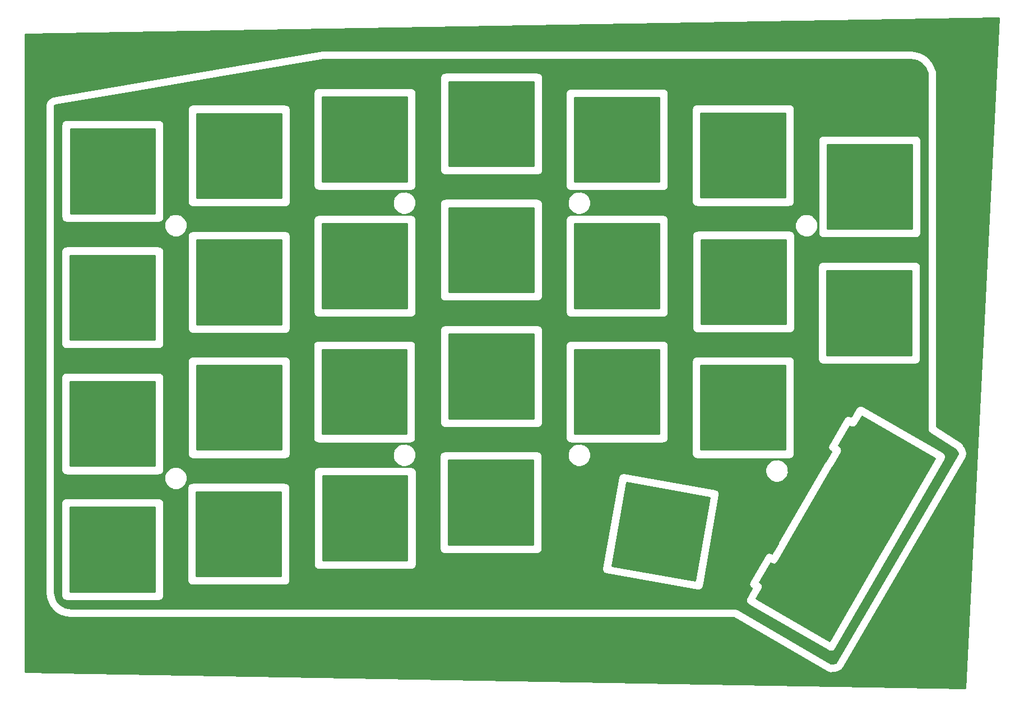
<source format=gbr>
G04 #@! TF.FileFunction,Copper,L2,Bot,Signal*
%FSLAX46Y46*%
G04 Gerber Fmt 4.6, Leading zero omitted, Abs format (unit mm)*
G04 Created by KiCad (PCBNEW 4.0.7) date 05/22/18 13:01:38*
%MOMM*%
%LPD*%
G01*
G04 APERTURE LIST*
%ADD10C,0.100000*%
%ADD11C,0.254000*%
G04 APERTURE END LIST*
D10*
D11*
G36*
X213239300Y-142110824D02*
X71247000Y-139575247D01*
X71247000Y-53981600D01*
X74320000Y-53981600D01*
X74320000Y-127632000D01*
X74325902Y-127661670D01*
X74322610Y-127691741D01*
X74369710Y-128229741D01*
X74394794Y-128315783D01*
X74408438Y-128404359D01*
X74777638Y-129418359D01*
X74839292Y-129519935D01*
X74896416Y-129624139D01*
X75588216Y-130449139D01*
X75681089Y-130523727D01*
X75770643Y-130602252D01*
X76702643Y-131140252D01*
X76815304Y-131178486D01*
X76926183Y-131221599D01*
X77992683Y-131409599D01*
X78052711Y-131408286D01*
X78111600Y-131420000D01*
X178270671Y-131420000D01*
X192385854Y-139653692D01*
X192449154Y-139675495D01*
X192506929Y-139709315D01*
X192532930Y-139718316D01*
X192600496Y-139727623D01*
X192638557Y-139740733D01*
X192674724Y-139738525D01*
X192775396Y-139755753D01*
X193445397Y-139737753D01*
X193561747Y-139711342D01*
X193679113Y-139689918D01*
X194303113Y-139442918D01*
X194402977Y-139378448D01*
X194505576Y-139318431D01*
X194629576Y-139208431D01*
X194694732Y-139122510D01*
X194766280Y-139041850D01*
X213350280Y-107269850D01*
X213353737Y-107259854D01*
X213356715Y-107256386D01*
X213389619Y-107156079D01*
X213437623Y-107017251D01*
X213437243Y-107010902D01*
X213440023Y-107002427D01*
X213480023Y-106672427D01*
X213470601Y-106548246D01*
X213464548Y-106423863D01*
X213354548Y-105983863D01*
X213306262Y-105881651D01*
X213264334Y-105776683D01*
X213004334Y-105376683D01*
X212970709Y-105342195D01*
X212946791Y-105300387D01*
X212606791Y-104909587D01*
X212527691Y-104848394D01*
X212455098Y-104779607D01*
X208890000Y-102533873D01*
X208890000Y-49002379D01*
X208894991Y-48976624D01*
X208841558Y-48714746D01*
X208421558Y-47714746D01*
X208356168Y-47617921D01*
X208313768Y-47540623D01*
X207621768Y-46715824D01*
X207528979Y-46641343D01*
X207439505Y-46562875D01*
X206507505Y-46024775D01*
X206394786Y-45986511D01*
X206283863Y-45943392D01*
X205216863Y-45755391D01*
X205156861Y-45756708D01*
X205098000Y-45745000D01*
X116211000Y-45745000D01*
X116154394Y-45756260D01*
X116096702Y-45754603D01*
X75512701Y-52622703D01*
X75353419Y-52683385D01*
X75295843Y-52702034D01*
X75277369Y-52712357D01*
X75262939Y-52717855D01*
X75256279Y-52724143D01*
X74955842Y-52892034D01*
X74911149Y-52930135D01*
X74845237Y-52966304D01*
X74696537Y-53091105D01*
X74622059Y-53183922D01*
X74543592Y-53273439D01*
X74446592Y-53441539D01*
X74408421Y-53554075D01*
X74365330Y-53664818D01*
X74330430Y-53862518D01*
X74331730Y-53922630D01*
X74320000Y-53981600D01*
X71247000Y-53981600D01*
X71247000Y-43304829D01*
X218306375Y-40769323D01*
X213239300Y-142110824D01*
X213239300Y-142110824D01*
G37*
X213239300Y-142110824D02*
X71247000Y-139575247D01*
X71247000Y-53981600D01*
X74320000Y-53981600D01*
X74320000Y-127632000D01*
X74325902Y-127661670D01*
X74322610Y-127691741D01*
X74369710Y-128229741D01*
X74394794Y-128315783D01*
X74408438Y-128404359D01*
X74777638Y-129418359D01*
X74839292Y-129519935D01*
X74896416Y-129624139D01*
X75588216Y-130449139D01*
X75681089Y-130523727D01*
X75770643Y-130602252D01*
X76702643Y-131140252D01*
X76815304Y-131178486D01*
X76926183Y-131221599D01*
X77992683Y-131409599D01*
X78052711Y-131408286D01*
X78111600Y-131420000D01*
X178270671Y-131420000D01*
X192385854Y-139653692D01*
X192449154Y-139675495D01*
X192506929Y-139709315D01*
X192532930Y-139718316D01*
X192600496Y-139727623D01*
X192638557Y-139740733D01*
X192674724Y-139738525D01*
X192775396Y-139755753D01*
X193445397Y-139737753D01*
X193561747Y-139711342D01*
X193679113Y-139689918D01*
X194303113Y-139442918D01*
X194402977Y-139378448D01*
X194505576Y-139318431D01*
X194629576Y-139208431D01*
X194694732Y-139122510D01*
X194766280Y-139041850D01*
X213350280Y-107269850D01*
X213353737Y-107259854D01*
X213356715Y-107256386D01*
X213389619Y-107156079D01*
X213437623Y-107017251D01*
X213437243Y-107010902D01*
X213440023Y-107002427D01*
X213480023Y-106672427D01*
X213470601Y-106548246D01*
X213464548Y-106423863D01*
X213354548Y-105983863D01*
X213306262Y-105881651D01*
X213264334Y-105776683D01*
X213004334Y-105376683D01*
X212970709Y-105342195D01*
X212946791Y-105300387D01*
X212606791Y-104909587D01*
X212527691Y-104848394D01*
X212455098Y-104779607D01*
X208890000Y-102533873D01*
X208890000Y-49002379D01*
X208894991Y-48976624D01*
X208841558Y-48714746D01*
X208421558Y-47714746D01*
X208356168Y-47617921D01*
X208313768Y-47540623D01*
X207621768Y-46715824D01*
X207528979Y-46641343D01*
X207439505Y-46562875D01*
X206507505Y-46024775D01*
X206394786Y-45986511D01*
X206283863Y-45943392D01*
X205216863Y-45755391D01*
X205156861Y-45756708D01*
X205098000Y-45745000D01*
X116211000Y-45745000D01*
X116154394Y-45756260D01*
X116096702Y-45754603D01*
X75512701Y-52622703D01*
X75353419Y-52683385D01*
X75295843Y-52702034D01*
X75277369Y-52712357D01*
X75262939Y-52717855D01*
X75256279Y-52724143D01*
X74955842Y-52892034D01*
X74911149Y-52930135D01*
X74845237Y-52966304D01*
X74696537Y-53091105D01*
X74622059Y-53183922D01*
X74543592Y-53273439D01*
X74446592Y-53441539D01*
X74408421Y-53554075D01*
X74365330Y-53664818D01*
X74330430Y-53862518D01*
X74331730Y-53922630D01*
X74320000Y-53981600D01*
X71247000Y-53981600D01*
X71247000Y-43304829D01*
X218306375Y-40769323D01*
X213239300Y-142110824D01*
G36*
X205927138Y-47271642D02*
X206649878Y-47688923D01*
X207200351Y-48345036D01*
X207520000Y-49106106D01*
X207520000Y-102870000D01*
X207524288Y-102891555D01*
X207524000Y-102893000D01*
X207524000Y-102894000D01*
X207528802Y-102918141D01*
X207525724Y-102942559D01*
X207530074Y-102958445D01*
X207529320Y-102982613D01*
X207531320Y-102994614D01*
X207533134Y-102999410D01*
X207533049Y-103004537D01*
X207535049Y-103015536D01*
X207561489Y-103082470D01*
X207576143Y-103156138D01*
X207586999Y-103172385D01*
X207588143Y-103178138D01*
X207591691Y-103183448D01*
X207596317Y-103200341D01*
X207602317Y-103212341D01*
X207618637Y-103233370D01*
X207627617Y-103258430D01*
X207633617Y-103268430D01*
X207672805Y-103311627D01*
X207680893Y-103329757D01*
X207704222Y-103351862D01*
X207736632Y-103400368D01*
X207738632Y-103402368D01*
X207745234Y-103406779D01*
X207747632Y-103410368D01*
X207755632Y-103418368D01*
X207762703Y-103423092D01*
X207767911Y-103429975D01*
X207776911Y-103437976D01*
X207799377Y-103451148D01*
X207813199Y-103466384D01*
X207836893Y-103477577D01*
X207874902Y-103513593D01*
X211639477Y-105884983D01*
X211881771Y-106163479D01*
X212053235Y-106427270D01*
X212104739Y-106633285D01*
X212096706Y-106699559D01*
X193656712Y-138225361D01*
X193287515Y-138371500D01*
X192923523Y-138381279D01*
X178818146Y-130153308D01*
X178750179Y-130129897D01*
X178710138Y-130103143D01*
X178689826Y-130099103D01*
X178670616Y-130088152D01*
X178664616Y-130086152D01*
X178657196Y-130085217D01*
X178656073Y-130084896D01*
X178649184Y-130081356D01*
X178642184Y-130079356D01*
X178599095Y-130075817D01*
X178561821Y-130062461D01*
X178553091Y-130062886D01*
X178538874Y-130057885D01*
X178531874Y-130056885D01*
X178489262Y-130059208D01*
X178448000Y-130051000D01*
X178442000Y-130051000D01*
X178441014Y-130051196D01*
X178435000Y-130050000D01*
X78171513Y-130050000D01*
X77282957Y-129893368D01*
X76560286Y-129476203D01*
X76023691Y-128836291D01*
X75726623Y-128020401D01*
X75690000Y-127602072D01*
X75690000Y-114115000D01*
X76678700Y-114115000D01*
X76678700Y-128085000D01*
X76679946Y-128091265D01*
X76679800Y-128092000D01*
X76679800Y-128099000D01*
X76688893Y-128144711D01*
X76687004Y-128191338D01*
X76688104Y-128198338D01*
X76695380Y-128218134D01*
X76695402Y-128239340D01*
X76696602Y-128245340D01*
X76716421Y-128293046D01*
X76721229Y-128321106D01*
X76723153Y-128336898D01*
X76724276Y-128338887D01*
X76725184Y-128344186D01*
X76727484Y-128350186D01*
X76730816Y-128355472D01*
X76730943Y-128356110D01*
X76731984Y-128362186D01*
X76734284Y-128368186D01*
X76748996Y-128391527D01*
X76751269Y-128402391D01*
X76759786Y-128414869D01*
X76768092Y-128441114D01*
X76771392Y-128447115D01*
X76776393Y-128453063D01*
X76777992Y-128458114D01*
X76781292Y-128464115D01*
X76793543Y-128478683D01*
X76799142Y-128492161D01*
X76825842Y-128518805D01*
X76854543Y-128569647D01*
X76858843Y-128574647D01*
X76862768Y-128577719D01*
X76867243Y-128585647D01*
X76871543Y-128590647D01*
X76888822Y-128604174D01*
X76890186Y-128606495D01*
X76891019Y-128607124D01*
X76901951Y-128623140D01*
X76907051Y-128628140D01*
X76934096Y-128645826D01*
X76953310Y-128668675D01*
X76963741Y-128674091D01*
X76973959Y-128685995D01*
X76979060Y-128689995D01*
X77028858Y-128715213D01*
X77059815Y-128743446D01*
X77069182Y-128746830D01*
X77076195Y-128752429D01*
X77081995Y-128755429D01*
X77085960Y-128756573D01*
X77093295Y-128762429D01*
X77099095Y-128765429D01*
X77101458Y-128766111D01*
X77103441Y-128767609D01*
X77109641Y-128770609D01*
X77145034Y-128779809D01*
X77164562Y-128792857D01*
X77189368Y-128797791D01*
X77213133Y-128810890D01*
X77219433Y-128812890D01*
X77266552Y-128818144D01*
X77311183Y-128834270D01*
X77317783Y-128835270D01*
X77324316Y-128834969D01*
X77330683Y-128837270D01*
X77337283Y-128838270D01*
X77349513Y-128837707D01*
X77355887Y-128839547D01*
X77383638Y-128836434D01*
X77426700Y-128845000D01*
X77433300Y-128845000D01*
X77434086Y-128844844D01*
X77439900Y-128846000D01*
X91409900Y-128846000D01*
X91415714Y-128844844D01*
X91416500Y-128845000D01*
X91423100Y-128845000D01*
X91466003Y-128836466D01*
X91477112Y-128838084D01*
X91478235Y-128837800D01*
X91493813Y-128839547D01*
X91500201Y-128837703D01*
X91512517Y-128838270D01*
X91519116Y-128837270D01*
X91526193Y-128834713D01*
X91533559Y-128835035D01*
X91540059Y-128834035D01*
X91583940Y-128818067D01*
X91630367Y-128812890D01*
X91636667Y-128810890D01*
X91660432Y-128797791D01*
X91685238Y-128792857D01*
X91703288Y-128780796D01*
X91736205Y-128772459D01*
X91742505Y-128769459D01*
X91746207Y-128766698D01*
X91750605Y-128765429D01*
X91753367Y-128764000D01*
X180101000Y-128764000D01*
X180101000Y-128771000D01*
X180102293Y-128777500D01*
X180101000Y-128784000D01*
X180101000Y-128790000D01*
X180103796Y-128804056D01*
X180102724Y-128812559D01*
X180108982Y-128835409D01*
X180106885Y-128873874D01*
X180107885Y-128880874D01*
X180112782Y-128894797D01*
X180112320Y-128909613D01*
X180113320Y-128915614D01*
X180117034Y-128925436D01*
X180117023Y-128935934D01*
X180125590Y-128956677D01*
X180127356Y-128978184D01*
X180129356Y-128985184D01*
X180136502Y-128999091D01*
X180137065Y-129005647D01*
X180141781Y-129014742D01*
X180143152Y-129025616D01*
X180145152Y-129031616D01*
X180151156Y-129042148D01*
X180153143Y-129052138D01*
X180174923Y-129084734D01*
X180186317Y-129126341D01*
X180189317Y-129132341D01*
X180193530Y-129137770D01*
X180195475Y-129144358D01*
X180203625Y-129154443D01*
X180207849Y-129165613D01*
X180215038Y-129173265D01*
X180219046Y-129182970D01*
X180223045Y-129188970D01*
X180241959Y-129207923D01*
X180260105Y-129242916D01*
X180264105Y-129247916D01*
X180269954Y-129252840D01*
X180273105Y-129258916D01*
X180277105Y-129263916D01*
X180287673Y-129272812D01*
X180294514Y-129284813D01*
X180327550Y-129310453D01*
X180353187Y-129343485D01*
X180359154Y-129346886D01*
X180363474Y-129352232D01*
X180369473Y-129357231D01*
X180381622Y-129363843D01*
X180390084Y-129373895D01*
X180395084Y-129377895D01*
X180440460Y-129401425D01*
X180449285Y-129408854D01*
X180480492Y-129436223D01*
X192578492Y-136421223D01*
X192583399Y-136422889D01*
X192583997Y-136423425D01*
X192599407Y-136428846D01*
X192614659Y-136440683D01*
X192626659Y-136446683D01*
X192664819Y-136457133D01*
X192683862Y-136469857D01*
X192704174Y-136473897D01*
X192723384Y-136484848D01*
X192729384Y-136486848D01*
X192768612Y-136491793D01*
X192788996Y-136501568D01*
X192809287Y-136502674D01*
X192836126Y-136512115D01*
X192842223Y-136512986D01*
X192846387Y-136513680D01*
X192868760Y-136512982D01*
X192884441Y-136517276D01*
X192890617Y-136516497D01*
X192893807Y-136517522D01*
X192914814Y-136515797D01*
X192946000Y-136522000D01*
X192953000Y-136522000D01*
X192959500Y-136520707D01*
X192966000Y-136522000D01*
X192972000Y-136522000D01*
X192986056Y-136519204D01*
X192994559Y-136520276D01*
X193014354Y-136514855D01*
X193033559Y-136517276D01*
X193040799Y-136515293D01*
X193055874Y-136516115D01*
X193062874Y-136515115D01*
X193076797Y-136510218D01*
X193091613Y-136510680D01*
X193097614Y-136509680D01*
X193108687Y-136505493D01*
X193113531Y-136505342D01*
X193129423Y-136498170D01*
X193160184Y-136495644D01*
X193167184Y-136493644D01*
X193181091Y-136486498D01*
X193187647Y-136485935D01*
X193209015Y-136474854D01*
X193234138Y-136469857D01*
X193253181Y-136457133D01*
X193291341Y-136446683D01*
X193303341Y-136440683D01*
X193308774Y-136436467D01*
X193314341Y-136433683D01*
X193325256Y-136425212D01*
X193338422Y-136421038D01*
X193343623Y-136416660D01*
X193347613Y-136415151D01*
X193366550Y-136397361D01*
X193379540Y-136386425D01*
X193424916Y-136362895D01*
X193429916Y-136358895D01*
X193438377Y-136348843D01*
X193450526Y-136342232D01*
X193456526Y-136337232D01*
X193460845Y-136331888D01*
X193466813Y-136328486D01*
X193492453Y-136295450D01*
X193525485Y-136269813D01*
X193532325Y-136257813D01*
X193542895Y-136248916D01*
X193546895Y-136243916D01*
X193550046Y-136237840D01*
X193555895Y-136232916D01*
X193559895Y-136227916D01*
X193583875Y-136181673D01*
X193618223Y-136142508D01*
X200603223Y-124044508D01*
X200604889Y-124039601D01*
X200605425Y-124039003D01*
X200627988Y-123974860D01*
X200651857Y-123939138D01*
X200653844Y-123929148D01*
X200659848Y-123918616D01*
X200661848Y-123912616D01*
X200662532Y-123907187D01*
X200666848Y-123899616D01*
X200668848Y-123893616D01*
X200671931Y-123869162D01*
X203030285Y-119784357D01*
X203031813Y-119783486D01*
X203053345Y-119755743D01*
X203070368Y-119744368D01*
X203075368Y-119739368D01*
X203087936Y-119720559D01*
X203108895Y-119702916D01*
X203112895Y-119697916D01*
X203125313Y-119673968D01*
X203143158Y-119656161D01*
X203152495Y-119633685D01*
X203184223Y-119597508D01*
X210169223Y-107499508D01*
X210177982Y-107473706D01*
X210190683Y-107457341D01*
X210193683Y-107451341D01*
X210196710Y-107440287D01*
X210197683Y-107438341D01*
X210204184Y-107414601D01*
X210217857Y-107394138D01*
X210219844Y-107384148D01*
X210225848Y-107373616D01*
X210227848Y-107367616D01*
X210233306Y-107324322D01*
X210234848Y-107321616D01*
X210235176Y-107319017D01*
X210249568Y-107289004D01*
X210250857Y-107265349D01*
X210259115Y-107241874D01*
X210259143Y-107241678D01*
X210260680Y-107237613D01*
X210261680Y-107231613D01*
X210260924Y-107207405D01*
X210268276Y-107180559D01*
X210265198Y-107156141D01*
X210270000Y-107132000D01*
X210270000Y-107125000D01*
X210268707Y-107118500D01*
X210270000Y-107112000D01*
X210270000Y-107105000D01*
X210265198Y-107080859D01*
X210268276Y-107056441D01*
X210263246Y-107038072D01*
X210264115Y-107022126D01*
X210263115Y-107015126D01*
X210257299Y-106998592D01*
X210257680Y-106986387D01*
X210256680Y-106980387D01*
X210253583Y-106972197D01*
X210253342Y-106964469D01*
X210236802Y-106927817D01*
X210236222Y-106926281D01*
X210234848Y-106915384D01*
X210233144Y-106912394D01*
X210227848Y-106870384D01*
X210225848Y-106864384D01*
X210220150Y-106854388D01*
X210217857Y-106842862D01*
X210211840Y-106833856D01*
X210208857Y-106818862D01*
X210199298Y-106804556D01*
X210197683Y-106798659D01*
X210196105Y-106795503D01*
X210193683Y-106786659D01*
X210190683Y-106780659D01*
X210184521Y-106772719D01*
X210183683Y-106769659D01*
X210180683Y-106763659D01*
X210169077Y-106748705D01*
X210162151Y-106730388D01*
X210129889Y-106696047D01*
X210114190Y-106668508D01*
X210097895Y-106637084D01*
X210093895Y-106632084D01*
X210083325Y-106623187D01*
X210076485Y-106611187D01*
X210063208Y-106600883D01*
X210060368Y-106596632D01*
X210058409Y-106594673D01*
X210052368Y-106585632D01*
X210047368Y-106580632D01*
X210029229Y-106568512D01*
X210016813Y-106552514D01*
X209997012Y-106541227D01*
X209980916Y-106522105D01*
X209975916Y-106518105D01*
X209930540Y-106494575D01*
X209921570Y-106487024D01*
X209890486Y-106459765D01*
X197791487Y-99474765D01*
X197771781Y-99468076D01*
X197755341Y-99455317D01*
X197743341Y-99449317D01*
X197706875Y-99439331D01*
X197687138Y-99426143D01*
X197666826Y-99422103D01*
X197647616Y-99411152D01*
X197641616Y-99409152D01*
X197594184Y-99403173D01*
X197588506Y-99401026D01*
X197565531Y-99390658D01*
X197560687Y-99390507D01*
X197549614Y-99386320D01*
X197543613Y-99385320D01*
X197528797Y-99385782D01*
X197514874Y-99380885D01*
X197507874Y-99379885D01*
X197492799Y-99380707D01*
X197485559Y-99378724D01*
X197466354Y-99381145D01*
X197446559Y-99375724D01*
X197438668Y-99376719D01*
X197425000Y-99374000D01*
X197418000Y-99374000D01*
X197411500Y-99375293D01*
X197405000Y-99374000D01*
X197398000Y-99374000D01*
X197384332Y-99376719D01*
X197376441Y-99375724D01*
X197356331Y-99381231D01*
X197336441Y-99378724D01*
X197320760Y-99383018D01*
X197298387Y-99382320D01*
X197294223Y-99383014D01*
X197288126Y-99383885D01*
X197261287Y-99393326D01*
X197240996Y-99394432D01*
X197220612Y-99404207D01*
X197181384Y-99409152D01*
X197175384Y-99411152D01*
X197156174Y-99422103D01*
X197135862Y-99426143D01*
X197116819Y-99438867D01*
X197078659Y-99449317D01*
X197066659Y-99455317D01*
X197061226Y-99459533D01*
X197055659Y-99462317D01*
X197047784Y-99468429D01*
X197035997Y-99472575D01*
X197034296Y-99474100D01*
X197031578Y-99474962D01*
X196990460Y-99509575D01*
X196945084Y-99533105D01*
X196940084Y-99537105D01*
X196923986Y-99556229D01*
X196904187Y-99567515D01*
X196891772Y-99583511D01*
X196873632Y-99595632D01*
X196868632Y-99600632D01*
X196862591Y-99609673D01*
X196860632Y-99611632D01*
X196857793Y-99615881D01*
X196844514Y-99626187D01*
X196837673Y-99638188D01*
X196827105Y-99647084D01*
X196823105Y-99652084D01*
X196797627Y-99701215D01*
X196751768Y-99753509D01*
X196004550Y-101047773D01*
X195947994Y-101015058D01*
X195907942Y-101001425D01*
X195892341Y-100989317D01*
X195886341Y-100986317D01*
X195862601Y-100979816D01*
X195842138Y-100966143D01*
X195815569Y-100960858D01*
X195793184Y-100949356D01*
X195786184Y-100947356D01*
X195759361Y-100945153D01*
X195737004Y-100934432D01*
X195715602Y-100933265D01*
X195693821Y-100925461D01*
X195691792Y-100925560D01*
X195689874Y-100924885D01*
X195689679Y-100924857D01*
X195685614Y-100923320D01*
X195679613Y-100922320D01*
X195655405Y-100923076D01*
X195628559Y-100915724D01*
X195604141Y-100918802D01*
X195580000Y-100914000D01*
X195573000Y-100914000D01*
X195566500Y-100915293D01*
X195560000Y-100914000D01*
X195553000Y-100914000D01*
X195528859Y-100918802D01*
X195504441Y-100915724D01*
X195486072Y-100920754D01*
X195470126Y-100919885D01*
X195463126Y-100920885D01*
X195446592Y-100926701D01*
X195434387Y-100926320D01*
X195428387Y-100927320D01*
X195420197Y-100930417D01*
X195412470Y-100930658D01*
X195375822Y-100947196D01*
X195374281Y-100947778D01*
X195363384Y-100949152D01*
X195361638Y-100950147D01*
X195325235Y-100954009D01*
X195322175Y-100955674D01*
X195318384Y-100956152D01*
X195312384Y-100958152D01*
X195302388Y-100963850D01*
X195290862Y-100966143D01*
X195270399Y-100979816D01*
X195264587Y-100981408D01*
X195255862Y-100983143D01*
X195254204Y-100984251D01*
X195246659Y-100986317D01*
X195243503Y-100987895D01*
X195234659Y-100990317D01*
X195228659Y-100993317D01*
X195204729Y-101011889D01*
X195178388Y-101021849D01*
X195176725Y-101023412D01*
X195170570Y-101025617D01*
X195165570Y-101028617D01*
X195131729Y-101059317D01*
X195090473Y-101081769D01*
X195085575Y-101085850D01*
X195085084Y-101086105D01*
X195080084Y-101090105D01*
X195071187Y-101100675D01*
X195059187Y-101107515D01*
X195047835Y-101122142D01*
X195033632Y-101131632D01*
X195028632Y-101136632D01*
X195002388Y-101175908D01*
X194970105Y-101203084D01*
X194966105Y-101208084D01*
X194942575Y-101253460D01*
X194934936Y-101262534D01*
X194907753Y-101293534D01*
X192621753Y-105253535D01*
X192615070Y-105273227D01*
X192602317Y-105289659D01*
X192596317Y-105301659D01*
X192585867Y-105339819D01*
X192573143Y-105358862D01*
X192566437Y-105392573D01*
X192549356Y-105425816D01*
X192547356Y-105432816D01*
X192546664Y-105441237D01*
X192545356Y-105445816D01*
X192543495Y-105468477D01*
X192533320Y-105495386D01*
X192532320Y-105501387D01*
X192533272Y-105531879D01*
X192525724Y-105559441D01*
X192526392Y-105564743D01*
X192520724Y-105585441D01*
X192523575Y-105608056D01*
X192521000Y-105621000D01*
X192521000Y-105627000D01*
X192522293Y-105633500D01*
X192521000Y-105640000D01*
X192521000Y-105647000D01*
X192526544Y-105674869D01*
X192523478Y-105712193D01*
X192530711Y-105734716D01*
X192529885Y-105749874D01*
X192530885Y-105756874D01*
X192548730Y-105807604D01*
X192554152Y-105850616D01*
X192554733Y-105852359D01*
X192556152Y-105863616D01*
X192558152Y-105869616D01*
X192569103Y-105888826D01*
X192573143Y-105909138D01*
X192585867Y-105928181D01*
X192596317Y-105966341D01*
X192602317Y-105978341D01*
X192606533Y-105983774D01*
X192609317Y-105989341D01*
X192615429Y-105997216D01*
X192619575Y-106009003D01*
X192621100Y-106010704D01*
X192621962Y-106013422D01*
X192656575Y-106054540D01*
X192680105Y-106099916D01*
X192684105Y-106104916D01*
X192716388Y-106132092D01*
X192742632Y-106171368D01*
X192747632Y-106176368D01*
X192761835Y-106185858D01*
X192773187Y-106200485D01*
X192785187Y-106207325D01*
X192794084Y-106217895D01*
X192799084Y-106221895D01*
X192799575Y-106222150D01*
X192804473Y-106226231D01*
X192845729Y-106248683D01*
X192879570Y-106279383D01*
X192884570Y-106282383D01*
X192890696Y-106284578D01*
X192900690Y-106293337D01*
X192957181Y-106325928D01*
X192111805Y-107790263D01*
X192099998Y-107804290D01*
X192079514Y-107820187D01*
X192077397Y-107823901D01*
X192045105Y-107851084D01*
X192041105Y-107856084D01*
X192038874Y-107860386D01*
X192032105Y-107866084D01*
X192028105Y-107871084D01*
X192017865Y-107890831D01*
X192010842Y-107897839D01*
X192010576Y-107898479D01*
X192001045Y-107908030D01*
X191997046Y-107914030D01*
X191988172Y-107935517D01*
X191969777Y-107956492D01*
X184984777Y-120054492D01*
X184983111Y-120059399D01*
X184982575Y-120059997D01*
X184960012Y-120124140D01*
X184936143Y-120159862D01*
X184932103Y-120180174D01*
X184921152Y-120199384D01*
X184919152Y-120205384D01*
X184918626Y-120209558D01*
X184914065Y-120218353D01*
X184912459Y-120237049D01*
X184056161Y-121719675D01*
X184009149Y-121692570D01*
X184004454Y-121690979D01*
X184004003Y-121690575D01*
X183970339Y-121678733D01*
X183954341Y-121666317D01*
X183948341Y-121663317D01*
X183946007Y-121662678D01*
X183936835Y-121656386D01*
X183929835Y-121653386D01*
X183914662Y-121650175D01*
X183904138Y-121643143D01*
X183838528Y-121630092D01*
X183831616Y-121626152D01*
X183829017Y-121625824D01*
X183799004Y-121611432D01*
X183777602Y-121610265D01*
X183755821Y-121602461D01*
X183753792Y-121602560D01*
X183751874Y-121601885D01*
X183751679Y-121601857D01*
X183747614Y-121600320D01*
X183741613Y-121599320D01*
X183717405Y-121600076D01*
X183690559Y-121592724D01*
X183666141Y-121595802D01*
X183642000Y-121591000D01*
X183635000Y-121591000D01*
X183628500Y-121592293D01*
X183622000Y-121591000D01*
X183615000Y-121591000D01*
X183590859Y-121595802D01*
X183566441Y-121592724D01*
X183548072Y-121597754D01*
X183532126Y-121596885D01*
X183525126Y-121597885D01*
X183508592Y-121603701D01*
X183496387Y-121603320D01*
X183490387Y-121604320D01*
X183482197Y-121607417D01*
X183474470Y-121607658D01*
X183460360Y-121614025D01*
X183458066Y-121614023D01*
X183430153Y-121625551D01*
X183425384Y-121626152D01*
X183418472Y-121630092D01*
X183352862Y-121643143D01*
X183332399Y-121656816D01*
X183326587Y-121658408D01*
X183317862Y-121660143D01*
X183316204Y-121661251D01*
X183308659Y-121663317D01*
X183305503Y-121664895D01*
X183296659Y-121667317D01*
X183284659Y-121673317D01*
X183262567Y-121690463D01*
X183240388Y-121698849D01*
X183238725Y-121700412D01*
X183232570Y-121702617D01*
X183227570Y-121705617D01*
X183220289Y-121712222D01*
X183211030Y-121716046D01*
X183205030Y-121720046D01*
X183181555Y-121743472D01*
X183162199Y-121752616D01*
X183147497Y-121768823D01*
X183145967Y-121769577D01*
X183134485Y-121782671D01*
X183095632Y-121808632D01*
X183085632Y-121818632D01*
X183060597Y-121856100D01*
X183032105Y-121880084D01*
X183028105Y-121885084D01*
X183009530Y-121920903D01*
X182982617Y-121950570D01*
X182979617Y-121955570D01*
X182977366Y-121961852D01*
X182969753Y-121970534D01*
X180683753Y-125930535D01*
X180677070Y-125950227D01*
X180664317Y-125966659D01*
X180658317Y-125978659D01*
X180647867Y-126016819D01*
X180635143Y-126035862D01*
X180628437Y-126069573D01*
X180611356Y-126102816D01*
X180609356Y-126109816D01*
X180608664Y-126118237D01*
X180607356Y-126122816D01*
X180605495Y-126145477D01*
X180595320Y-126172386D01*
X180594320Y-126178387D01*
X180595085Y-126202893D01*
X180585478Y-126232807D01*
X180587998Y-126263486D01*
X180584724Y-126275441D01*
X180585796Y-126283944D01*
X180583000Y-126298000D01*
X180583000Y-126304000D01*
X180584392Y-126311000D01*
X180583000Y-126318000D01*
X180583000Y-126324000D01*
X180588544Y-126351869D01*
X180585478Y-126389193D01*
X180592711Y-126411716D01*
X180591885Y-126426874D01*
X180592885Y-126433874D01*
X180604766Y-126467649D01*
X180607356Y-126499184D01*
X180609356Y-126506184D01*
X180615260Y-126517674D01*
X180618152Y-126540616D01*
X180620152Y-126546616D01*
X180631103Y-126565826D01*
X180635143Y-126586138D01*
X180647867Y-126605181D01*
X180658317Y-126643341D01*
X180664317Y-126655341D01*
X180668533Y-126660774D01*
X180671317Y-126666341D01*
X180677429Y-126674216D01*
X180681575Y-126686003D01*
X180683100Y-126687704D01*
X180683962Y-126690422D01*
X180718575Y-126731540D01*
X180727977Y-126749671D01*
X180729842Y-126754161D01*
X180730802Y-126755119D01*
X180742105Y-126776916D01*
X180746105Y-126781916D01*
X180778388Y-126809092D01*
X180804632Y-126848368D01*
X180809632Y-126853368D01*
X180823835Y-126862858D01*
X180835187Y-126877485D01*
X180847187Y-126884325D01*
X180856084Y-126894895D01*
X180861084Y-126898895D01*
X180862488Y-126899623D01*
X180866084Y-126903895D01*
X180871084Y-126907895D01*
X180897760Y-126921728D01*
X180919030Y-126942954D01*
X180925030Y-126946954D01*
X180945507Y-126955411D01*
X180962155Y-126970028D01*
X181009490Y-126997393D01*
X180201762Y-128396518D01*
X180200102Y-128401410D01*
X180199575Y-128401997D01*
X180177012Y-128466140D01*
X180153143Y-128501862D01*
X180151156Y-128511852D01*
X180145152Y-128522384D01*
X180143152Y-128528384D01*
X180142468Y-128533813D01*
X180138152Y-128541384D01*
X180136152Y-128547384D01*
X180131731Y-128582451D01*
X180122605Y-128604550D01*
X180121432Y-128606996D01*
X180121407Y-128607450D01*
X180117023Y-128618066D01*
X180117042Y-128636622D01*
X180110885Y-128654126D01*
X180110015Y-128660218D01*
X180109320Y-128664387D01*
X180110329Y-128696703D01*
X180105478Y-128711807D01*
X180107203Y-128732814D01*
X180101000Y-128764000D01*
X91753367Y-128764000D01*
X91756405Y-128762429D01*
X91763684Y-128756619D01*
X91767805Y-128755429D01*
X91773605Y-128752429D01*
X91774177Y-128751973D01*
X91774877Y-128751769D01*
X91782149Y-128745939D01*
X91791220Y-128742638D01*
X91821414Y-128714974D01*
X91870741Y-128689995D01*
X91875841Y-128685994D01*
X91886058Y-128674092D01*
X91896490Y-128668675D01*
X91913626Y-128648297D01*
X91937879Y-128632771D01*
X91943080Y-128627771D01*
X91954527Y-128611346D01*
X91956761Y-128609680D01*
X91960694Y-128603078D01*
X91961581Y-128602370D01*
X91972999Y-128594293D01*
X91974315Y-128592205D01*
X91982485Y-128585683D01*
X91982838Y-128585044D01*
X91983408Y-128584587D01*
X91987608Y-128579587D01*
X91989842Y-128575520D01*
X91990957Y-128574647D01*
X91995257Y-128569647D01*
X92026778Y-128513810D01*
X92056712Y-128482962D01*
X92060332Y-128473837D01*
X92068508Y-128464114D01*
X92071808Y-128458114D01*
X92073407Y-128453061D01*
X92078408Y-128447114D01*
X92081708Y-128441114D01*
X92088815Y-128418655D01*
X92095897Y-128408494D01*
X92098987Y-128394410D01*
X92115516Y-128368186D01*
X92117816Y-128362186D01*
X92118997Y-128355293D01*
X92122216Y-128350186D01*
X92124516Y-128344186D01*
X92125380Y-128339142D01*
X92126647Y-128336898D01*
X92128817Y-128319087D01*
X92134210Y-128287610D01*
X92155270Y-128234525D01*
X92156370Y-128228525D01*
X92156208Y-128217762D01*
X92160051Y-128207740D01*
X92161251Y-128200740D01*
X92160982Y-128190616D01*
X92162349Y-128186296D01*
X92160209Y-128161533D01*
X92159885Y-128149348D01*
X92169900Y-128099000D01*
X92169900Y-128092000D01*
X92169804Y-128091516D01*
X92171100Y-128085000D01*
X92171100Y-114115000D01*
X92169900Y-114108967D01*
X92169900Y-114102000D01*
X92159317Y-114048794D01*
X92162349Y-114013704D01*
X92158779Y-114002423D01*
X92159296Y-113989662D01*
X92158196Y-113982662D01*
X92157799Y-113981582D01*
X92157798Y-113980661D01*
X92156598Y-113974660D01*
X92144948Y-113946617D01*
X92135499Y-113920909D01*
X92129238Y-113884373D01*
X92126647Y-113863102D01*
X92125134Y-113860422D01*
X92124516Y-113856814D01*
X92122216Y-113850814D01*
X92119232Y-113846081D01*
X92117816Y-113837814D01*
X92115516Y-113831814D01*
X92093969Y-113797629D01*
X92081708Y-113758886D01*
X92078408Y-113752886D01*
X92073407Y-113746939D01*
X92071808Y-113741886D01*
X92068508Y-113735886D01*
X92066707Y-113733744D01*
X92065991Y-113731797D01*
X92063639Y-113729246D01*
X92061936Y-113724210D01*
X92023329Y-113680080D01*
X91995257Y-113630353D01*
X91990957Y-113625353D01*
X91988878Y-113623726D01*
X91987608Y-113621413D01*
X91983408Y-113616413D01*
X91982838Y-113615956D01*
X91982485Y-113615317D01*
X91975584Y-113609808D01*
X91972999Y-113605707D01*
X91950576Y-113589844D01*
X91948658Y-113588314D01*
X91932649Y-113564860D01*
X91927549Y-113559860D01*
X91911855Y-113549597D01*
X91896490Y-113531325D01*
X91892738Y-113529377D01*
X91889340Y-113525126D01*
X91886299Y-113523450D01*
X91885951Y-113523052D01*
X91880752Y-113519053D01*
X91857063Y-113507336D01*
X91825990Y-113490209D01*
X91825907Y-113490142D01*
X91791220Y-113458362D01*
X91782149Y-113455061D01*
X91774877Y-113449231D01*
X91774177Y-113449027D01*
X91773605Y-113448571D01*
X91767805Y-113445571D01*
X91763684Y-113444381D01*
X91756405Y-113438571D01*
X91750605Y-113435571D01*
X91731176Y-113429963D01*
X91723905Y-113424541D01*
X91717605Y-113421541D01*
X91715041Y-113420892D01*
X91703859Y-113413579D01*
X91691334Y-113411216D01*
X91685238Y-113407143D01*
X91669663Y-113404045D01*
X91655267Y-113396110D01*
X91648967Y-113394110D01*
X91599495Y-113388594D01*
X91540059Y-113366965D01*
X91533559Y-113365965D01*
X91528662Y-113366179D01*
X91519116Y-113362730D01*
X91512517Y-113361730D01*
X91497213Y-113362434D01*
X91493813Y-113361453D01*
X91484498Y-113362498D01*
X91458512Y-113355916D01*
X91440727Y-113358506D01*
X91423100Y-113355000D01*
X91416500Y-113355000D01*
X91415714Y-113355156D01*
X91409900Y-113354000D01*
X77439900Y-113354000D01*
X77434086Y-113355156D01*
X77433300Y-113355000D01*
X77426700Y-113355000D01*
X77409073Y-113358506D01*
X77391288Y-113355916D01*
X77365271Y-113362506D01*
X77355887Y-113361453D01*
X77352501Y-113362430D01*
X77337283Y-113361730D01*
X77330683Y-113362730D01*
X77321861Y-113365918D01*
X77317783Y-113365730D01*
X77311183Y-113366730D01*
X77249327Y-113389080D01*
X77197703Y-113395079D01*
X77191503Y-113397080D01*
X77178376Y-113404395D01*
X77164562Y-113407143D01*
X77158466Y-113411216D01*
X77145940Y-113413579D01*
X77134759Y-113420891D01*
X77132196Y-113421540D01*
X77125895Y-113424541D01*
X77118687Y-113429916D01*
X77099095Y-113435571D01*
X77093295Y-113438571D01*
X77085960Y-113444427D01*
X77081995Y-113445571D01*
X77076195Y-113448571D01*
X77069182Y-113454170D01*
X77059815Y-113457554D01*
X77023830Y-113490373D01*
X77023238Y-113490846D01*
X76982135Y-113513751D01*
X76963860Y-113523005D01*
X76959764Y-113526217D01*
X76958032Y-113527182D01*
X76955758Y-113530054D01*
X76953310Y-113531325D01*
X76937945Y-113549597D01*
X76922251Y-113559860D01*
X76917151Y-113564860D01*
X76902799Y-113585885D01*
X76883831Y-113600734D01*
X76876801Y-113605707D01*
X76876142Y-113606753D01*
X76871543Y-113610353D01*
X76867243Y-113615353D01*
X76863779Y-113621489D01*
X76858843Y-113625353D01*
X76854543Y-113630353D01*
X76824762Y-113683109D01*
X76800274Y-113711636D01*
X76788834Y-113723701D01*
X76787959Y-113725983D01*
X76784674Y-113729810D01*
X76783572Y-113733174D01*
X76781292Y-113735885D01*
X76777992Y-113741886D01*
X76776393Y-113746937D01*
X76771392Y-113752885D01*
X76768092Y-113758886D01*
X76755831Y-113797629D01*
X76734284Y-113831814D01*
X76731984Y-113837814D01*
X76730605Y-113845863D01*
X76727484Y-113850814D01*
X76725184Y-113856814D01*
X76724522Y-113860677D01*
X76723153Y-113863102D01*
X76720808Y-113882354D01*
X76714993Y-113916288D01*
X76693149Y-113973260D01*
X76691949Y-113980260D01*
X76692021Y-113982976D01*
X76691030Y-113985475D01*
X76689930Y-113991475D01*
X76690137Y-114005218D01*
X76687451Y-114013704D01*
X76690453Y-114048443D01*
X76679800Y-114102000D01*
X76679800Y-114109000D01*
X76679847Y-114109235D01*
X76678700Y-114115000D01*
X75690000Y-114115000D01*
X75690000Y-110061593D01*
X92214677Y-110061593D01*
X92224975Y-110377507D01*
X92224699Y-110693599D01*
X92236184Y-110721395D01*
X92237164Y-110751453D01*
X92457901Y-111284359D01*
X92470954Y-111289581D01*
X92488281Y-111331515D01*
X92975918Y-111820004D01*
X93020149Y-111838370D01*
X93025641Y-111852099D01*
X93321448Y-111963481D01*
X93613373Y-112084699D01*
X93643448Y-112084725D01*
X93671593Y-112095323D01*
X93987507Y-112085025D01*
X94303599Y-112085301D01*
X94331395Y-112073816D01*
X94361453Y-112072836D01*
X94894359Y-111852099D01*
X94899581Y-111839046D01*
X94941515Y-111821719D01*
X94970284Y-111793000D01*
X95730800Y-111793000D01*
X95730800Y-125763000D01*
X95732096Y-125769516D01*
X95732000Y-125770000D01*
X95732000Y-125777000D01*
X95742015Y-125827348D01*
X95740939Y-125867838D01*
X95740563Y-125872941D01*
X95740785Y-125873613D01*
X95740649Y-125878740D01*
X95741849Y-125885740D01*
X95745692Y-125895762D01*
X95745530Y-125906525D01*
X95746630Y-125912525D01*
X95757094Y-125938903D01*
X95757317Y-125949168D01*
X95769694Y-125977308D01*
X95777384Y-126022186D01*
X95779684Y-126028186D01*
X95783016Y-126033472D01*
X95783143Y-126034110D01*
X95784184Y-126040186D01*
X95786484Y-126046186D01*
X95801196Y-126069527D01*
X95803469Y-126080391D01*
X95814435Y-126096456D01*
X95824435Y-126126714D01*
X95827835Y-126132713D01*
X95839212Y-126145899D01*
X95845188Y-126160962D01*
X95854840Y-126170909D01*
X95863855Y-126192182D01*
X95864845Y-126193638D01*
X95864926Y-126193822D01*
X95866473Y-126196032D01*
X95867255Y-126197182D01*
X95867329Y-126197255D01*
X95869126Y-126199822D01*
X95899494Y-126228901D01*
X95899577Y-126228983D01*
X95916378Y-126259937D01*
X95918166Y-126261386D01*
X95919443Y-126263647D01*
X95923743Y-126268647D01*
X95941414Y-126282480D01*
X95954151Y-126301140D01*
X95959251Y-126306140D01*
X95998338Y-126331701D01*
X96026059Y-126363995D01*
X96031160Y-126367995D01*
X96051165Y-126378125D01*
X96057776Y-126384630D01*
X96082714Y-126394723D01*
X96112015Y-126421446D01*
X96118783Y-126423892D01*
X96124064Y-126428169D01*
X96129763Y-126431169D01*
X96132326Y-126431929D01*
X96134202Y-126433397D01*
X96138016Y-126434459D01*
X96145495Y-126440429D01*
X96151295Y-126443429D01*
X96155693Y-126444698D01*
X96159395Y-126447459D01*
X96165696Y-126450460D01*
X96198614Y-126458798D01*
X96216662Y-126470857D01*
X96240021Y-126475504D01*
X96262303Y-126487920D01*
X96268503Y-126489921D01*
X96281734Y-126491459D01*
X96284051Y-126492709D01*
X96290551Y-126494709D01*
X96324377Y-126498176D01*
X96363383Y-126512270D01*
X96369983Y-126513270D01*
X96390067Y-126512346D01*
X96408087Y-126517547D01*
X96423665Y-126515800D01*
X96424788Y-126516084D01*
X96435897Y-126514466D01*
X96478800Y-126523000D01*
X96481945Y-126523000D01*
X96492000Y-126525000D01*
X110462000Y-126525000D01*
X110472055Y-126523000D01*
X110475000Y-126523000D01*
X110513416Y-126515359D01*
X110536559Y-126518276D01*
X110564121Y-126510728D01*
X110594613Y-126511680D01*
X110600614Y-126510680D01*
X110627523Y-126500505D01*
X110650184Y-126498644D01*
X110654763Y-126497336D01*
X110663184Y-126496644D01*
X110670184Y-126494644D01*
X110684091Y-126487498D01*
X110690647Y-126486935D01*
X110712015Y-126475854D01*
X110737138Y-126470857D01*
X110756181Y-126458133D01*
X110794341Y-126447683D01*
X110806341Y-126441683D01*
X110811774Y-126437467D01*
X110817341Y-126434683D01*
X110828256Y-126426212D01*
X110841422Y-126422038D01*
X110846623Y-126417660D01*
X110850613Y-126416151D01*
X110869550Y-126398361D01*
X110882540Y-126387425D01*
X110900671Y-126378023D01*
X110905161Y-126376158D01*
X110906119Y-126375198D01*
X110927916Y-126363895D01*
X110932916Y-126359895D01*
X110960092Y-126327612D01*
X110999368Y-126301368D01*
X111004368Y-126296368D01*
X111013858Y-126282165D01*
X111028485Y-126270813D01*
X111035325Y-126258813D01*
X111045895Y-126249916D01*
X111049895Y-126244916D01*
X111050623Y-126243512D01*
X111054895Y-126239916D01*
X111058895Y-126234916D01*
X111072728Y-126208240D01*
X111093954Y-126186970D01*
X111097954Y-126180970D01*
X111101210Y-126173086D01*
X111103954Y-126168970D01*
X111107963Y-126159264D01*
X111115151Y-126151612D01*
X111133480Y-126103138D01*
X111152857Y-126074138D01*
X111155564Y-126060529D01*
X111169857Y-126039138D01*
X111172150Y-126027612D01*
X111177848Y-126017616D01*
X111179848Y-126011616D01*
X111180371Y-126007471D01*
X111184848Y-125999616D01*
X111186848Y-125993616D01*
X111191450Y-125957109D01*
X111205977Y-125921934D01*
X111205966Y-125911435D01*
X111209680Y-125901613D01*
X111210680Y-125895613D01*
X111210218Y-125880797D01*
X111215115Y-125866874D01*
X111216115Y-125859874D01*
X111213835Y-125818047D01*
X111222000Y-125777000D01*
X111222000Y-125770000D01*
X111221804Y-125769014D01*
X111223000Y-125763000D01*
X111223000Y-111793000D01*
X111221903Y-111787486D01*
X111222000Y-111787000D01*
X111222000Y-111780000D01*
X111212121Y-111730336D01*
X111213680Y-111680387D01*
X111212986Y-111676223D01*
X111212115Y-111670126D01*
X111205958Y-111652622D01*
X111205977Y-111634066D01*
X111191269Y-111598451D01*
X111186848Y-111563384D01*
X111184848Y-111557384D01*
X111180532Y-111549813D01*
X111179848Y-111544384D01*
X111177848Y-111538384D01*
X111171844Y-111527852D01*
X111169857Y-111517862D01*
X111145988Y-111482140D01*
X111123425Y-111417997D01*
X111120353Y-111414570D01*
X111120038Y-111413578D01*
X111109987Y-111401638D01*
X111103954Y-111387030D01*
X111099954Y-111381030D01*
X111097468Y-111378539D01*
X111093954Y-111370030D01*
X111089954Y-111364030D01*
X111073508Y-111347549D01*
X111062895Y-111327084D01*
X111058895Y-111322084D01*
X111052126Y-111316386D01*
X111049895Y-111312084D01*
X111046251Y-111307529D01*
X111045486Y-111306187D01*
X111037072Y-111299657D01*
X111035325Y-111298187D01*
X111028485Y-111286187D01*
X111000743Y-111264657D01*
X110989368Y-111247632D01*
X110984368Y-111242632D01*
X110965559Y-111230064D01*
X110955334Y-111217918D01*
X110948813Y-111209515D01*
X110947475Y-111208752D01*
X110942916Y-111205105D01*
X110922550Y-111194544D01*
X110918541Y-111192259D01*
X110901161Y-111174842D01*
X110876750Y-111164701D01*
X110869550Y-111158639D01*
X110850613Y-111140849D01*
X110846623Y-111139340D01*
X110841422Y-111134962D01*
X110828256Y-111130788D01*
X110817341Y-111122317D01*
X110811341Y-111119317D01*
X110808281Y-111118479D01*
X110800341Y-111112317D01*
X110794341Y-111109317D01*
X110778255Y-111104912D01*
X110762138Y-111094143D01*
X110753288Y-111092383D01*
X110751835Y-111091386D01*
X110744835Y-111088386D01*
X110740674Y-111087505D01*
X110737138Y-111085143D01*
X110727148Y-111083156D01*
X110716616Y-111077152D01*
X110710616Y-111075152D01*
X110659986Y-111068770D01*
X110600614Y-111046320D01*
X110594613Y-111045320D01*
X110582408Y-111045701D01*
X110565874Y-111039885D01*
X110558874Y-111038885D01*
X110540754Y-111039873D01*
X110536559Y-111038724D01*
X110520015Y-111040810D01*
X110483352Y-111033051D01*
X110479171Y-111033830D01*
X110475000Y-111033000D01*
X110469000Y-111033000D01*
X110468014Y-111033196D01*
X110462000Y-111032000D01*
X96492000Y-111032000D01*
X96486236Y-111033146D01*
X96485500Y-111033000D01*
X96478800Y-111033000D01*
X96459054Y-111036928D01*
X96439118Y-111034151D01*
X96415515Y-111040286D01*
X96408087Y-111039453D01*
X96403882Y-111040667D01*
X96387840Y-111039965D01*
X96381341Y-111040965D01*
X96373321Y-111043884D01*
X96369983Y-111043730D01*
X96363383Y-111044730D01*
X96303081Y-111066518D01*
X96252933Y-111072110D01*
X96246633Y-111074110D01*
X96232237Y-111082045D01*
X96216662Y-111085143D01*
X96210566Y-111089216D01*
X96198040Y-111091579D01*
X96184748Y-111100272D01*
X96180441Y-111101391D01*
X96174241Y-111104391D01*
X96168764Y-111108529D01*
X96151295Y-111113571D01*
X96145495Y-111116571D01*
X96138016Y-111122541D01*
X96134202Y-111123603D01*
X96132326Y-111125071D01*
X96129763Y-111125831D01*
X96124064Y-111128831D01*
X96118783Y-111133108D01*
X96112015Y-111135554D01*
X96082238Y-111162711D01*
X96074475Y-111169000D01*
X96020357Y-111198829D01*
X96016060Y-111201005D01*
X96015234Y-111201653D01*
X96012561Y-111203126D01*
X96011227Y-111204795D01*
X96010959Y-111205005D01*
X95993513Y-111225329D01*
X95974351Y-111237860D01*
X95969251Y-111242860D01*
X95954785Y-111264053D01*
X95936031Y-111278734D01*
X95929001Y-111283707D01*
X95928342Y-111284753D01*
X95923743Y-111288353D01*
X95919443Y-111293353D01*
X95918166Y-111295614D01*
X95916378Y-111297063D01*
X95912666Y-111303902D01*
X95905792Y-111309413D01*
X95901592Y-111314413D01*
X95874585Y-111363579D01*
X95837735Y-111406287D01*
X95834335Y-111412286D01*
X95832477Y-111417907D01*
X95827835Y-111423287D01*
X95824435Y-111429286D01*
X95810318Y-111472001D01*
X95786484Y-111509814D01*
X95784184Y-111515814D01*
X95782805Y-111523863D01*
X95779684Y-111528814D01*
X95777384Y-111534814D01*
X95775960Y-111543125D01*
X95772913Y-111548672D01*
X95769149Y-111582872D01*
X95766401Y-111598909D01*
X95756952Y-111624618D01*
X95745302Y-111652660D01*
X95744102Y-111658660D01*
X95744101Y-111659582D01*
X95743704Y-111660662D01*
X95742604Y-111667662D01*
X95742937Y-111675877D01*
X95740563Y-111683059D01*
X95743459Y-111722391D01*
X95732000Y-111780000D01*
X95732000Y-111786967D01*
X95730800Y-111793000D01*
X94970284Y-111793000D01*
X95430004Y-111334082D01*
X95448370Y-111289851D01*
X95462099Y-111284359D01*
X95573481Y-110988552D01*
X95694699Y-110696627D01*
X95694725Y-110666552D01*
X95705323Y-110638407D01*
X95695025Y-110322493D01*
X95695301Y-110006401D01*
X95683816Y-109978605D01*
X95682836Y-109948547D01*
X95462099Y-109415641D01*
X95452998Y-109412000D01*
X114823000Y-109412000D01*
X114823000Y-123382000D01*
X114824097Y-123387514D01*
X114824000Y-123388000D01*
X114824000Y-123395000D01*
X114828802Y-123419141D01*
X114825724Y-123443559D01*
X114833076Y-123470405D01*
X114832320Y-123494613D01*
X114833320Y-123500614D01*
X114834857Y-123504679D01*
X114834885Y-123504874D01*
X114858911Y-123573176D01*
X114866152Y-123630616D01*
X114868152Y-123636616D01*
X114874156Y-123647148D01*
X114876143Y-123657138D01*
X114881877Y-123665720D01*
X114885143Y-123682138D01*
X114895166Y-123697138D01*
X114896317Y-123701341D01*
X114897290Y-123703287D01*
X114900317Y-123714341D01*
X114903317Y-123720341D01*
X114909479Y-123728281D01*
X114910317Y-123731341D01*
X114913317Y-123737341D01*
X114919429Y-123745216D01*
X114923575Y-123757003D01*
X114925100Y-123758704D01*
X114925962Y-123761422D01*
X114967271Y-123810496D01*
X114985544Y-123842550D01*
X114996105Y-123862916D01*
X114999752Y-123867475D01*
X115000515Y-123868813D01*
X115008918Y-123875334D01*
X115010673Y-123876812D01*
X115017514Y-123888813D01*
X115029405Y-123898041D01*
X115033632Y-123904368D01*
X115038632Y-123909368D01*
X115049422Y-123916578D01*
X115056632Y-123927368D01*
X115061632Y-123932368D01*
X115067960Y-123936596D01*
X115077187Y-123948485D01*
X115089187Y-123955325D01*
X115098084Y-123965895D01*
X115103084Y-123969895D01*
X115111339Y-123974176D01*
X115120089Y-123984492D01*
X115167582Y-124008896D01*
X115189578Y-124027412D01*
X115200570Y-124037383D01*
X115203543Y-124039167D01*
X115204578Y-124040038D01*
X115205462Y-124040318D01*
X115205570Y-124040383D01*
X115219021Y-124045203D01*
X115228659Y-124052683D01*
X115234659Y-124055683D01*
X115254192Y-124061032D01*
X115283862Y-124080857D01*
X115300280Y-124084123D01*
X115308862Y-124089857D01*
X115329174Y-124093897D01*
X115348384Y-124104848D01*
X115354384Y-124106848D01*
X115361804Y-124107783D01*
X115362927Y-124108104D01*
X115369816Y-124111644D01*
X115376816Y-124113644D01*
X115419905Y-124117183D01*
X115457179Y-124130539D01*
X115459434Y-124130429D01*
X115465387Y-124132680D01*
X115471387Y-124133680D01*
X115521336Y-124132121D01*
X115571000Y-124142000D01*
X115578000Y-124142000D01*
X115578486Y-124141903D01*
X115584000Y-124143000D01*
X129554000Y-124143000D01*
X129560014Y-124141804D01*
X129561000Y-124142000D01*
X129568000Y-124142000D01*
X129609047Y-124133835D01*
X129650874Y-124136115D01*
X129657874Y-124135115D01*
X129672212Y-124130071D01*
X129681821Y-124130539D01*
X129719095Y-124117183D01*
X129762184Y-124113644D01*
X129769184Y-124111644D01*
X129776073Y-124108104D01*
X129777196Y-124107783D01*
X129784616Y-124106848D01*
X129790616Y-124104848D01*
X129809826Y-124093897D01*
X129830138Y-124089857D01*
X129838720Y-124084123D01*
X129855138Y-124080857D01*
X129865400Y-124074000D01*
X158390000Y-124074000D01*
X158390000Y-124080000D01*
X158391392Y-124087000D01*
X158390000Y-124094000D01*
X158390000Y-124100000D01*
X158390830Y-124104171D01*
X158390051Y-124108352D01*
X158397810Y-124145015D01*
X158395724Y-124161559D01*
X158396873Y-124165754D01*
X158395885Y-124183874D01*
X158396885Y-124190874D01*
X158402701Y-124207408D01*
X158402320Y-124219613D01*
X158403320Y-124225614D01*
X158409631Y-124242304D01*
X158410432Y-124257004D01*
X158426454Y-124290415D01*
X158432152Y-124335616D01*
X158434152Y-124341616D01*
X158440156Y-124352148D01*
X158442143Y-124362138D01*
X158444505Y-124365674D01*
X158445386Y-124369835D01*
X158448386Y-124376835D01*
X158449383Y-124378288D01*
X158451143Y-124387138D01*
X158461912Y-124403255D01*
X158466317Y-124419341D01*
X158469317Y-124425341D01*
X158475479Y-124433281D01*
X158476317Y-124436341D01*
X158479317Y-124442341D01*
X158487788Y-124453256D01*
X158491962Y-124466422D01*
X158496340Y-124471623D01*
X158497849Y-124475613D01*
X158515639Y-124494550D01*
X158521701Y-124501750D01*
X158531842Y-124526161D01*
X158549259Y-124543541D01*
X158551544Y-124547550D01*
X158562105Y-124567916D01*
X158565752Y-124572475D01*
X158566515Y-124573813D01*
X158574918Y-124580334D01*
X158587064Y-124590559D01*
X158599632Y-124609368D01*
X158604632Y-124614368D01*
X158621657Y-124625743D01*
X158643187Y-124653485D01*
X158655187Y-124660325D01*
X158664084Y-124670895D01*
X158669084Y-124674895D01*
X158673386Y-124677126D01*
X158679084Y-124683895D01*
X158684084Y-124687895D01*
X158685245Y-124688497D01*
X158686089Y-124689492D01*
X158705520Y-124699476D01*
X158721030Y-124714954D01*
X158727030Y-124718954D01*
X158751690Y-124729138D01*
X158770578Y-124745038D01*
X158771570Y-124745353D01*
X158774997Y-124748425D01*
X158855244Y-124776653D01*
X158865294Y-124781864D01*
X158914384Y-124809848D01*
X158920384Y-124811848D01*
X158924558Y-124812374D01*
X158933353Y-124816935D01*
X158972401Y-124820289D01*
X158974066Y-124820977D01*
X158977881Y-124820973D01*
X159018047Y-124836593D01*
X172776047Y-127262593D01*
X172785941Y-127262377D01*
X172789387Y-127263680D01*
X172795387Y-127264680D01*
X172827703Y-127263671D01*
X172842807Y-127268522D01*
X172863814Y-127266797D01*
X172895000Y-127273000D01*
X172902000Y-127273000D01*
X172908500Y-127271707D01*
X172915000Y-127273000D01*
X172921000Y-127273000D01*
X172962262Y-127264792D01*
X173004874Y-127267115D01*
X173011874Y-127266115D01*
X173025797Y-127261218D01*
X173040613Y-127261680D01*
X173046614Y-127260680D01*
X173056436Y-127256966D01*
X173066934Y-127256977D01*
X173087677Y-127248410D01*
X173109184Y-127246644D01*
X173116184Y-127244644D01*
X173130091Y-127237498D01*
X173136647Y-127236935D01*
X173145742Y-127232219D01*
X173156616Y-127230848D01*
X173162616Y-127228848D01*
X173173148Y-127222844D01*
X173183138Y-127220857D01*
X173220919Y-127195613D01*
X173225298Y-127193117D01*
X173264312Y-127178365D01*
X173287422Y-127171038D01*
X173290467Y-127168475D01*
X173296613Y-127166151D01*
X173304265Y-127158962D01*
X173313970Y-127154954D01*
X173319970Y-127150955D01*
X173322463Y-127148467D01*
X173330970Y-127144954D01*
X173336970Y-127140955D01*
X173344015Y-127133924D01*
X173346970Y-127131955D01*
X173355495Y-127123447D01*
X173373916Y-127113895D01*
X173378916Y-127109895D01*
X173385953Y-127101536D01*
X173394813Y-127096485D01*
X173401812Y-127087467D01*
X173415813Y-127079486D01*
X173452807Y-127031820D01*
X173483072Y-127006343D01*
X173491486Y-126999813D01*
X173492251Y-126998471D01*
X173495895Y-126993916D01*
X173498126Y-126989614D01*
X173504895Y-126983916D01*
X173508895Y-126978916D01*
X173518083Y-126961199D01*
X173536158Y-126943161D01*
X173542118Y-126928814D01*
X173545954Y-126924970D01*
X173549954Y-126918970D01*
X173557037Y-126901819D01*
X173569425Y-126888003D01*
X173573571Y-126876216D01*
X173579683Y-126868341D01*
X173582683Y-126862341D01*
X173594547Y-126819017D01*
X173623848Y-126767616D01*
X173625848Y-126761616D01*
X173626532Y-126756187D01*
X173630848Y-126748616D01*
X173632848Y-126742616D01*
X173637269Y-126707549D01*
X173651977Y-126671934D01*
X173651964Y-126659428D01*
X173657593Y-126644953D01*
X176083593Y-112886953D01*
X176083222Y-112869942D01*
X176087115Y-112858874D01*
X176088115Y-112851874D01*
X176086018Y-112813410D01*
X176092276Y-112790559D01*
X176091204Y-112782056D01*
X176094000Y-112768000D01*
X176094000Y-112762000D01*
X176092707Y-112755500D01*
X176094000Y-112749000D01*
X176094000Y-112742000D01*
X176084121Y-112692336D01*
X176085680Y-112642387D01*
X176084986Y-112638223D01*
X176084115Y-112632126D01*
X176077958Y-112614622D01*
X176077977Y-112596066D01*
X176073593Y-112585450D01*
X176073568Y-112584996D01*
X176072395Y-112582550D01*
X176063269Y-112560451D01*
X176058848Y-112525384D01*
X176056848Y-112519384D01*
X176052532Y-112511813D01*
X176051848Y-112506384D01*
X176049848Y-112500384D01*
X176043844Y-112489852D01*
X176041857Y-112479862D01*
X176017988Y-112444140D01*
X175995425Y-112379997D01*
X175992353Y-112376570D01*
X175992038Y-112375578D01*
X175981987Y-112363638D01*
X175975954Y-112349030D01*
X175971954Y-112343030D01*
X175969468Y-112340539D01*
X175965954Y-112332030D01*
X175961954Y-112326030D01*
X175952425Y-112316481D01*
X175952158Y-112315839D01*
X175945135Y-112308831D01*
X175934895Y-112289084D01*
X175930895Y-112284084D01*
X175924126Y-112278386D01*
X175921895Y-112274084D01*
X175918251Y-112269529D01*
X175917486Y-112268187D01*
X175909072Y-112261657D01*
X175885602Y-112241900D01*
X175883485Y-112238187D01*
X175863004Y-112222292D01*
X175827334Y-112179918D01*
X175820813Y-112171515D01*
X175819475Y-112170752D01*
X175814916Y-112167105D01*
X175810614Y-112164874D01*
X175804916Y-112158105D01*
X175799916Y-112154105D01*
X175780169Y-112143865D01*
X175773161Y-112136842D01*
X175772521Y-112136576D01*
X175762970Y-112127045D01*
X175756970Y-112123046D01*
X175732310Y-112112862D01*
X175713422Y-112096962D01*
X175693298Y-112090582D01*
X175672341Y-112074317D01*
X175666341Y-112071317D01*
X175625349Y-112060091D01*
X175588616Y-112039152D01*
X175582616Y-112037152D01*
X175581669Y-112037033D01*
X175576616Y-112034152D01*
X175570616Y-112032152D01*
X175562857Y-112031174D01*
X175562647Y-112031065D01*
X175560594Y-112030889D01*
X175555624Y-112030262D01*
X175542184Y-112023356D01*
X175535184Y-112021356D01*
X175499413Y-112018418D01*
X175465962Y-112005409D01*
X161708962Y-109579409D01*
X161691005Y-109579801D01*
X161679874Y-109575885D01*
X161672874Y-109574885D01*
X161631047Y-109577165D01*
X161590000Y-109569000D01*
X161583000Y-109569000D01*
X161533749Y-109578797D01*
X161501441Y-109574724D01*
X161489038Y-109578121D01*
X161463387Y-109577320D01*
X161457387Y-109578320D01*
X161453322Y-109579857D01*
X161453126Y-109579885D01*
X161435929Y-109585934D01*
X161415972Y-109586542D01*
X161402971Y-109589542D01*
X161365717Y-109606320D01*
X161327384Y-109611152D01*
X161321384Y-109613152D01*
X161300000Y-109625342D01*
X161275862Y-109630143D01*
X161259745Y-109640912D01*
X161243659Y-109645317D01*
X161237659Y-109648317D01*
X161229719Y-109654479D01*
X161226659Y-109655317D01*
X161220659Y-109658317D01*
X161212784Y-109664429D01*
X161200997Y-109668575D01*
X161199296Y-109670100D01*
X161196578Y-109670962D01*
X161167120Y-109695759D01*
X161159271Y-109699294D01*
X161146549Y-109712815D01*
X161115433Y-109730553D01*
X161095084Y-109741105D01*
X161090529Y-109744749D01*
X161089187Y-109745514D01*
X161082657Y-109753928D01*
X161081187Y-109755675D01*
X161069187Y-109762515D01*
X161059960Y-109774404D01*
X161053632Y-109778632D01*
X161048632Y-109783632D01*
X161041422Y-109794422D01*
X161030632Y-109801632D01*
X161025632Y-109806632D01*
X161021405Y-109812959D01*
X161009514Y-109822187D01*
X161002673Y-109834188D01*
X161000918Y-109835666D01*
X160992515Y-109842187D01*
X160991752Y-109843525D01*
X160988105Y-109848084D01*
X160977544Y-109868450D01*
X160959271Y-109900504D01*
X160917962Y-109949578D01*
X160917100Y-109952296D01*
X160915575Y-109953997D01*
X160911429Y-109965784D01*
X160905317Y-109973659D01*
X160902317Y-109979659D01*
X160901479Y-109982719D01*
X160895317Y-109990659D01*
X160892317Y-109996659D01*
X160889290Y-110007713D01*
X160888317Y-110009659D01*
X160887166Y-110013861D01*
X160877143Y-110028862D01*
X160872341Y-110053001D01*
X160860152Y-110074384D01*
X160858152Y-110080384D01*
X160851617Y-110132222D01*
X160826408Y-110197046D01*
X158400407Y-123955047D01*
X158400778Y-123972058D01*
X158396885Y-123983126D01*
X158395885Y-123990126D01*
X158398208Y-124032738D01*
X158390000Y-124074000D01*
X129865400Y-124074000D01*
X129895223Y-124054073D01*
X129933430Y-124040383D01*
X129938430Y-124037383D01*
X129943350Y-124032920D01*
X129950430Y-124030383D01*
X129955430Y-124027383D01*
X129981545Y-124003692D01*
X130018911Y-123984492D01*
X130027661Y-123974176D01*
X130035916Y-123969895D01*
X130040916Y-123965895D01*
X130049812Y-123955327D01*
X130061813Y-123948486D01*
X130071041Y-123936595D01*
X130077368Y-123932368D01*
X130081341Y-123928395D01*
X130087368Y-123924368D01*
X130092368Y-123919368D01*
X130118612Y-123880092D01*
X130150895Y-123852916D01*
X130154895Y-123847916D01*
X130178425Y-123802540D01*
X130213038Y-123761422D01*
X130213900Y-123758704D01*
X130215425Y-123757003D01*
X130219571Y-123745216D01*
X130225683Y-123737341D01*
X130228467Y-123731774D01*
X130232683Y-123726341D01*
X130238683Y-123714341D01*
X130241710Y-123703287D01*
X130242683Y-123701341D01*
X130249184Y-123677601D01*
X130262857Y-123657138D01*
X130268477Y-123628886D01*
X130277935Y-123610647D01*
X130281498Y-123569170D01*
X130304115Y-123504874D01*
X130304143Y-123504678D01*
X130305680Y-123500613D01*
X130306680Y-123494613D01*
X130305924Y-123470405D01*
X130313276Y-123443559D01*
X130310198Y-123419141D01*
X130315000Y-123395000D01*
X130315000Y-123388000D01*
X130314903Y-123387514D01*
X130316000Y-123382000D01*
X130316000Y-109412000D01*
X130314804Y-109405986D01*
X130315000Y-109405000D01*
X130315000Y-109399000D01*
X130314170Y-109394829D01*
X130314949Y-109390648D01*
X130307190Y-109353985D01*
X130309276Y-109337441D01*
X130308127Y-109333246D01*
X130309115Y-109315126D01*
X130308115Y-109308126D01*
X130302299Y-109291592D01*
X130302680Y-109279387D01*
X130301680Y-109273387D01*
X130280962Y-109218596D01*
X130277935Y-109183353D01*
X130268477Y-109165114D01*
X130262857Y-109136862D01*
X130260495Y-109133326D01*
X130259614Y-109129165D01*
X130256614Y-109122165D01*
X130246143Y-109106900D01*
X130238683Y-109079659D01*
X130232683Y-109067659D01*
X130228467Y-109062226D01*
X130225683Y-109056659D01*
X130217212Y-109045744D01*
X130213038Y-109032578D01*
X130208659Y-109027376D01*
X130207151Y-109023388D01*
X130189368Y-109004459D01*
X130178425Y-108991460D01*
X130154895Y-108946084D01*
X130150895Y-108941084D01*
X130140843Y-108932622D01*
X130134231Y-108920473D01*
X130129232Y-108914474D01*
X130091946Y-108884341D01*
X130061813Y-108845514D01*
X130049812Y-108838673D01*
X130040916Y-108828105D01*
X130035916Y-108824105D01*
X130031614Y-108821874D01*
X130025916Y-108815105D01*
X130020916Y-108811105D01*
X130019755Y-108810503D01*
X130018911Y-108809508D01*
X129984087Y-108791614D01*
X129955430Y-108765617D01*
X129950430Y-108762617D01*
X129938776Y-108758441D01*
X129930003Y-108750575D01*
X129923678Y-108748350D01*
X129921358Y-108746475D01*
X129902649Y-108740953D01*
X129865860Y-108728012D01*
X129830138Y-108704143D01*
X129809826Y-108700103D01*
X129790616Y-108689152D01*
X129784616Y-108687152D01*
X129780442Y-108686626D01*
X129771647Y-108682065D01*
X129723479Y-108677927D01*
X129677874Y-108661885D01*
X129670874Y-108660885D01*
X129664541Y-108661230D01*
X129657874Y-108658885D01*
X129650874Y-108657885D01*
X129609047Y-108660165D01*
X129568000Y-108652000D01*
X129561000Y-108652000D01*
X129560014Y-108652196D01*
X129554000Y-108651000D01*
X115584000Y-108651000D01*
X115578486Y-108652097D01*
X115578000Y-108652000D01*
X115571000Y-108652000D01*
X115521336Y-108661879D01*
X115471387Y-108660320D01*
X115467223Y-108661014D01*
X115461126Y-108661885D01*
X115415521Y-108677927D01*
X115367353Y-108682065D01*
X115358558Y-108686626D01*
X115354384Y-108687152D01*
X115348384Y-108689152D01*
X115329174Y-108700103D01*
X115308862Y-108704143D01*
X115276266Y-108725923D01*
X115234659Y-108737317D01*
X115228659Y-108740317D01*
X115220784Y-108746429D01*
X115208997Y-108750575D01*
X115187483Y-108769865D01*
X115153839Y-108783842D01*
X115136790Y-108800926D01*
X115120089Y-108809508D01*
X115119245Y-108810503D01*
X115118084Y-108811105D01*
X115113084Y-108815105D01*
X115107386Y-108821874D01*
X115103084Y-108824105D01*
X115098084Y-108828105D01*
X115089187Y-108838675D01*
X115077187Y-108845515D01*
X115055657Y-108873257D01*
X115038632Y-108884632D01*
X115033632Y-108889632D01*
X115030793Y-108893881D01*
X115017514Y-108904187D01*
X115009533Y-108918188D01*
X115000515Y-108925187D01*
X114984163Y-108953872D01*
X114965045Y-108973030D01*
X114961046Y-108979030D01*
X114951423Y-109002332D01*
X114949639Y-109004450D01*
X114931849Y-109023387D01*
X114930340Y-109027377D01*
X114925962Y-109032578D01*
X114921788Y-109045744D01*
X114913317Y-109056659D01*
X114910317Y-109062659D01*
X114909479Y-109065719D01*
X114903317Y-109073659D01*
X114900317Y-109079659D01*
X114895912Y-109095745D01*
X114885143Y-109111862D01*
X114883383Y-109120712D01*
X114882386Y-109122165D01*
X114879386Y-109129165D01*
X114878505Y-109133326D01*
X114876143Y-109136862D01*
X114874156Y-109146852D01*
X114868152Y-109157384D01*
X114866152Y-109163384D01*
X114859770Y-109214014D01*
X114837320Y-109273386D01*
X114836320Y-109279387D01*
X114836701Y-109291592D01*
X114830885Y-109308126D01*
X114829885Y-109315126D01*
X114830873Y-109333246D01*
X114829724Y-109337441D01*
X114831810Y-109353985D01*
X114824051Y-109390648D01*
X114824830Y-109394829D01*
X114824000Y-109399000D01*
X114824000Y-109405000D01*
X114824196Y-109405986D01*
X114823000Y-109412000D01*
X95452998Y-109412000D01*
X95449046Y-109410419D01*
X95431719Y-109368485D01*
X94944082Y-108879996D01*
X94899851Y-108861630D01*
X94894359Y-108847901D01*
X94598552Y-108736519D01*
X94306627Y-108615301D01*
X94276552Y-108615275D01*
X94248407Y-108604677D01*
X93932493Y-108614975D01*
X93616401Y-108614699D01*
X93588605Y-108626184D01*
X93558547Y-108627164D01*
X93025641Y-108847901D01*
X93020419Y-108860954D01*
X92978485Y-108878281D01*
X92489996Y-109365918D01*
X92471630Y-109410149D01*
X92457901Y-109415641D01*
X92346519Y-109711448D01*
X92225301Y-110003373D01*
X92225275Y-110033448D01*
X92214677Y-110061593D01*
X75690000Y-110061593D01*
X75690000Y-95122700D01*
X76678700Y-95122700D01*
X76678700Y-109093000D01*
X76679847Y-109098765D01*
X76679800Y-109099000D01*
X76679800Y-109106000D01*
X76690453Y-109159557D01*
X76687451Y-109194296D01*
X76690137Y-109202782D01*
X76689930Y-109216525D01*
X76691030Y-109222525D01*
X76692021Y-109225024D01*
X76691949Y-109227740D01*
X76693149Y-109234740D01*
X76714993Y-109291712D01*
X76720808Y-109325646D01*
X76723153Y-109344898D01*
X76724522Y-109347323D01*
X76725184Y-109351186D01*
X76727484Y-109357186D01*
X76730605Y-109362137D01*
X76731984Y-109370186D01*
X76734284Y-109376186D01*
X76755831Y-109410371D01*
X76768092Y-109449114D01*
X76771392Y-109455115D01*
X76776393Y-109461063D01*
X76777992Y-109466114D01*
X76781292Y-109472115D01*
X76783572Y-109474826D01*
X76784674Y-109478190D01*
X76787959Y-109482017D01*
X76788834Y-109484299D01*
X76800274Y-109496364D01*
X76824762Y-109524891D01*
X76854543Y-109577647D01*
X76858843Y-109582647D01*
X76863779Y-109586511D01*
X76867243Y-109592647D01*
X76871543Y-109597647D01*
X76876142Y-109601247D01*
X76876801Y-109602293D01*
X76883831Y-109607266D01*
X76902799Y-109622115D01*
X76917151Y-109643140D01*
X76922251Y-109648140D01*
X76937945Y-109658403D01*
X76953310Y-109676675D01*
X76955758Y-109677946D01*
X76958032Y-109680818D01*
X76959764Y-109681783D01*
X76963860Y-109684995D01*
X76982135Y-109694249D01*
X77023238Y-109717154D01*
X77023830Y-109717627D01*
X77059815Y-109750446D01*
X77069182Y-109753830D01*
X77076195Y-109759429D01*
X77081995Y-109762429D01*
X77085960Y-109763573D01*
X77093295Y-109769429D01*
X77099095Y-109772429D01*
X77118687Y-109778084D01*
X77125895Y-109783459D01*
X77132196Y-109786460D01*
X77134759Y-109787109D01*
X77145940Y-109794421D01*
X77158466Y-109796784D01*
X77164562Y-109800857D01*
X77178376Y-109803605D01*
X77191503Y-109810920D01*
X77197703Y-109812921D01*
X77249327Y-109818920D01*
X77311183Y-109841270D01*
X77317783Y-109842270D01*
X77321861Y-109842082D01*
X77330683Y-109845270D01*
X77337283Y-109846270D01*
X77352501Y-109845570D01*
X77355887Y-109846547D01*
X77365271Y-109845494D01*
X77391288Y-109852084D01*
X77409073Y-109849494D01*
X77426700Y-109853000D01*
X77433300Y-109853000D01*
X77434086Y-109852844D01*
X77439900Y-109854000D01*
X91409900Y-109854000D01*
X91415714Y-109852844D01*
X91416500Y-109853000D01*
X91423100Y-109853000D01*
X91440727Y-109849494D01*
X91458512Y-109852084D01*
X91484498Y-109845502D01*
X91493813Y-109846547D01*
X91497213Y-109845566D01*
X91512517Y-109846270D01*
X91519116Y-109845270D01*
X91528662Y-109841821D01*
X91533559Y-109842035D01*
X91540059Y-109841035D01*
X91599495Y-109819406D01*
X91648967Y-109813890D01*
X91655267Y-109811890D01*
X91669663Y-109803955D01*
X91685238Y-109800857D01*
X91691334Y-109796784D01*
X91703859Y-109794421D01*
X91715041Y-109787108D01*
X91717605Y-109786459D01*
X91723905Y-109783459D01*
X91731176Y-109778037D01*
X91750605Y-109772429D01*
X91756405Y-109769429D01*
X91763684Y-109763619D01*
X91767805Y-109762429D01*
X91773605Y-109759429D01*
X91774177Y-109758973D01*
X91774877Y-109758769D01*
X91782149Y-109752939D01*
X91791220Y-109749638D01*
X91825907Y-109717858D01*
X91825990Y-109717791D01*
X91857063Y-109700664D01*
X91880752Y-109688947D01*
X91885951Y-109684948D01*
X91886299Y-109684550D01*
X91889340Y-109682874D01*
X91892738Y-109678623D01*
X91896490Y-109676675D01*
X91911855Y-109658403D01*
X91927549Y-109648140D01*
X91932649Y-109643140D01*
X91948658Y-109619686D01*
X91950576Y-109618156D01*
X91972999Y-109602293D01*
X91975584Y-109598192D01*
X91982485Y-109592683D01*
X91982838Y-109592044D01*
X91983408Y-109591587D01*
X91987608Y-109586587D01*
X91988878Y-109584274D01*
X91990957Y-109582647D01*
X91995257Y-109577647D01*
X92023329Y-109527920D01*
X92061936Y-109483790D01*
X92063639Y-109478754D01*
X92065991Y-109476203D01*
X92066707Y-109474256D01*
X92068508Y-109472114D01*
X92071808Y-109466114D01*
X92073407Y-109461061D01*
X92078408Y-109455114D01*
X92081708Y-109449114D01*
X92093969Y-109410371D01*
X92115516Y-109376186D01*
X92117816Y-109370186D01*
X92119232Y-109361919D01*
X92122216Y-109357186D01*
X92124516Y-109351186D01*
X92125134Y-109347578D01*
X92126647Y-109344898D01*
X92129238Y-109323627D01*
X92135499Y-109287091D01*
X92144948Y-109261383D01*
X92156598Y-109233340D01*
X92157798Y-109227339D01*
X92157799Y-109226418D01*
X92158196Y-109225338D01*
X92159296Y-109218338D01*
X92158779Y-109205577D01*
X92162349Y-109194296D01*
X92159317Y-109159206D01*
X92169900Y-109106000D01*
X92169900Y-109099033D01*
X92171100Y-109093000D01*
X92171100Y-95122700D01*
X92169844Y-95116384D01*
X92169900Y-95116100D01*
X92169900Y-95109400D01*
X92159141Y-95055312D01*
X92159469Y-95035414D01*
X92161190Y-95011478D01*
X92159927Y-95007679D01*
X92160051Y-95000163D01*
X92158851Y-94993563D01*
X92158236Y-94992005D01*
X92158280Y-94990587D01*
X92157180Y-94983987D01*
X92136412Y-94929062D01*
X92130155Y-94890014D01*
X92128707Y-94877073D01*
X92127826Y-94875476D01*
X92127133Y-94871152D01*
X92124833Y-94864952D01*
X92121570Y-94859649D01*
X92120433Y-94852552D01*
X92118133Y-94846352D01*
X92092387Y-94804508D01*
X92076877Y-94757851D01*
X92073577Y-94752051D01*
X92068961Y-94746720D01*
X92066977Y-94740751D01*
X92063677Y-94734951D01*
X92026807Y-94692369D01*
X91999598Y-94643051D01*
X91995298Y-94637951D01*
X91993068Y-94636170D01*
X91991872Y-94633941D01*
X91987672Y-94628841D01*
X91980888Y-94623293D01*
X91978072Y-94618716D01*
X91953892Y-94601215D01*
X91942095Y-94591567D01*
X91922830Y-94567913D01*
X91911273Y-94552119D01*
X91908683Y-94550544D01*
X91904826Y-94545808D01*
X91899626Y-94541508D01*
X91896784Y-94539975D01*
X91894649Y-94537302D01*
X91889549Y-94533002D01*
X91840230Y-94505793D01*
X91827603Y-94494859D01*
X91808576Y-94476350D01*
X91804226Y-94474618D01*
X91797649Y-94468923D01*
X91791849Y-94465623D01*
X91785717Y-94463585D01*
X91780449Y-94459023D01*
X91774649Y-94455723D01*
X91726390Y-94439680D01*
X91682914Y-94413240D01*
X91676614Y-94410940D01*
X91670038Y-94409921D01*
X91664314Y-94406440D01*
X91658014Y-94404140D01*
X91607595Y-94396329D01*
X91560260Y-94377483D01*
X91553760Y-94376283D01*
X91541113Y-94376457D01*
X91529113Y-94371920D01*
X91522513Y-94370820D01*
X91472303Y-94372387D01*
X91423100Y-94362600D01*
X91416500Y-94362600D01*
X91415965Y-94362706D01*
X91409900Y-94361500D01*
X77439900Y-94361500D01*
X77433835Y-94362706D01*
X77433300Y-94362600D01*
X77426700Y-94362600D01*
X77377497Y-94372387D01*
X77327287Y-94370820D01*
X77320687Y-94371920D01*
X77309523Y-94376141D01*
X77297863Y-94375949D01*
X77291263Y-94377149D01*
X77243032Y-94396201D01*
X77191786Y-94404140D01*
X77185486Y-94406440D01*
X77178329Y-94410793D01*
X77169752Y-94412167D01*
X77163552Y-94414467D01*
X77121708Y-94440213D01*
X77075051Y-94455723D01*
X77069251Y-94459023D01*
X77063920Y-94463639D01*
X77057951Y-94465623D01*
X77052151Y-94468923D01*
X77046459Y-94473852D01*
X77042681Y-94475344D01*
X77025184Y-94492273D01*
X77009569Y-94505793D01*
X76960251Y-94533002D01*
X76955151Y-94537302D01*
X76951113Y-94542358D01*
X76945051Y-94545702D01*
X76939951Y-94550002D01*
X76936742Y-94554020D01*
X76935916Y-94554528D01*
X76931857Y-94560136D01*
X76907647Y-94590447D01*
X76877336Y-94614657D01*
X76871728Y-94618716D01*
X76871220Y-94619542D01*
X76867202Y-94622751D01*
X76862902Y-94627851D01*
X76859558Y-94633913D01*
X76854502Y-94637951D01*
X76850202Y-94643051D01*
X76822993Y-94692370D01*
X76809465Y-94707993D01*
X76792544Y-94725482D01*
X76791052Y-94729258D01*
X76786123Y-94734951D01*
X76782823Y-94740751D01*
X76780839Y-94746720D01*
X76776223Y-94752051D01*
X76772923Y-94757851D01*
X76757413Y-94804508D01*
X76731667Y-94846352D01*
X76729367Y-94852552D01*
X76728265Y-94859429D01*
X76724867Y-94864952D01*
X76722567Y-94871152D01*
X76721834Y-94875730D01*
X76721093Y-94877072D01*
X76719876Y-94887946D01*
X76714081Y-94924111D01*
X76694349Y-94974064D01*
X76693149Y-94980663D01*
X76693341Y-94992323D01*
X76689120Y-95003487D01*
X76688020Y-95010087D01*
X76689584Y-95060211D01*
X76679800Y-95109400D01*
X76679800Y-95116100D01*
X76679906Y-95116635D01*
X76678700Y-95122700D01*
X75690000Y-95122700D01*
X75690000Y-92681600D01*
X95790400Y-92681600D01*
X95790400Y-106652000D01*
X95791547Y-106657765D01*
X95791500Y-106658000D01*
X95791500Y-106665000D01*
X95802463Y-106720114D01*
X95801630Y-106775525D01*
X95802730Y-106781525D01*
X95803721Y-106784024D01*
X95803649Y-106786740D01*
X95804849Y-106793740D01*
X95807456Y-106800540D01*
X95807415Y-106807822D01*
X95827776Y-106857778D01*
X95832528Y-106896825D01*
X95834828Y-106903825D01*
X95834849Y-106903861D01*
X95834853Y-106903898D01*
X95836222Y-106906323D01*
X95836884Y-106910186D01*
X95839184Y-106916186D01*
X95842516Y-106921472D01*
X95843643Y-106927138D01*
X95871548Y-106968901D01*
X95872355Y-106970330D01*
X95889692Y-107025114D01*
X95892992Y-107031115D01*
X95895272Y-107033826D01*
X95896374Y-107037190D01*
X95899659Y-107041017D01*
X95900534Y-107043299D01*
X95905544Y-107048583D01*
X95908293Y-107055327D01*
X95911593Y-107060327D01*
X95938529Y-107087570D01*
X95966193Y-107136588D01*
X95966223Y-107136611D01*
X95966243Y-107136647D01*
X95970543Y-107141647D01*
X95975479Y-107145511D01*
X95978943Y-107151647D01*
X95983243Y-107156647D01*
X96014499Y-107181115D01*
X96028851Y-107202140D01*
X96033951Y-107207140D01*
X96049645Y-107217403D01*
X96065010Y-107235675D01*
X96067458Y-107236946D01*
X96069732Y-107239818D01*
X96071464Y-107240783D01*
X96075560Y-107243995D01*
X96093835Y-107253249D01*
X96134938Y-107276154D01*
X96135530Y-107276627D01*
X96171515Y-107309446D01*
X96180882Y-107312830D01*
X96187895Y-107318429D01*
X96193695Y-107321429D01*
X96197660Y-107322573D01*
X96204995Y-107328429D01*
X96210795Y-107331429D01*
X96228264Y-107336471D01*
X96233741Y-107340609D01*
X96239941Y-107343609D01*
X96244414Y-107344772D01*
X96257640Y-107353421D01*
X96270027Y-107355758D01*
X96276162Y-107359857D01*
X96290131Y-107362636D01*
X96303203Y-107369920D01*
X96309403Y-107371921D01*
X96361027Y-107377920D01*
X96422883Y-107400270D01*
X96429483Y-107401270D01*
X96433561Y-107401082D01*
X96442383Y-107404270D01*
X96448983Y-107405270D01*
X96464201Y-107404570D01*
X96467587Y-107405547D01*
X96475015Y-107404714D01*
X96498618Y-107410849D01*
X96518554Y-107408072D01*
X96538300Y-107412000D01*
X96545000Y-107412000D01*
X96545786Y-107411844D01*
X96551600Y-107413000D01*
X110522000Y-107413000D01*
X110527514Y-107411903D01*
X110528000Y-107412000D01*
X110535000Y-107412000D01*
X110559141Y-107407198D01*
X110583559Y-107410276D01*
X110610405Y-107402924D01*
X110634613Y-107403680D01*
X110640614Y-107402680D01*
X110644679Y-107401143D01*
X110644874Y-107401115D01*
X110646792Y-107400440D01*
X110648821Y-107400539D01*
X110700631Y-107381975D01*
X110741184Y-107378644D01*
X110748184Y-107376644D01*
X110770569Y-107365142D01*
X110797138Y-107359857D01*
X110805720Y-107354123D01*
X110822138Y-107350857D01*
X110837139Y-107340834D01*
X110841341Y-107339683D01*
X110847341Y-107336683D01*
X110856157Y-107329841D01*
X110871341Y-107325683D01*
X110877341Y-107322683D01*
X110885216Y-107316571D01*
X110897003Y-107312425D01*
X110898515Y-107311069D01*
X110900430Y-107310383D01*
X110900538Y-107310318D01*
X110901422Y-107310038D01*
X110902457Y-107309167D01*
X110905430Y-107307383D01*
X110916421Y-107297412D01*
X110938418Y-107278896D01*
X110985911Y-107254492D01*
X110994661Y-107244176D01*
X111002916Y-107239895D01*
X111007916Y-107235895D01*
X111016812Y-107225327D01*
X111028813Y-107218486D01*
X111038041Y-107206595D01*
X111044368Y-107202368D01*
X111049368Y-107197368D01*
X111056578Y-107186578D01*
X111067368Y-107179368D01*
X111072368Y-107174368D01*
X111076596Y-107168040D01*
X111088485Y-107158813D01*
X111095325Y-107146813D01*
X111105895Y-107137916D01*
X111109895Y-107132916D01*
X111114176Y-107124661D01*
X111124492Y-107115911D01*
X111148896Y-107068418D01*
X111167412Y-107046422D01*
X111177383Y-107035430D01*
X111179167Y-107032457D01*
X111180038Y-107031422D01*
X111180318Y-107030538D01*
X111180383Y-107030430D01*
X111181069Y-107028515D01*
X111182425Y-107027003D01*
X111186571Y-107015216D01*
X111192683Y-107007341D01*
X111195683Y-107001341D01*
X111199841Y-106986157D01*
X111206683Y-106977341D01*
X111209683Y-106971341D01*
X111210834Y-106967138D01*
X111220857Y-106952138D01*
X111224123Y-106935720D01*
X111229857Y-106927138D01*
X111235142Y-106900569D01*
X111246644Y-106878184D01*
X111248644Y-106871184D01*
X111251975Y-106830631D01*
X111270539Y-106778821D01*
X111270440Y-106776792D01*
X111271115Y-106774874D01*
X111271143Y-106774678D01*
X111272680Y-106770613D01*
X111273680Y-106764613D01*
X111272924Y-106740405D01*
X111280276Y-106713559D01*
X111277198Y-106689141D01*
X111282000Y-106665000D01*
X111282000Y-106658000D01*
X111281903Y-106657514D01*
X111283000Y-106652000D01*
X111283000Y-106561593D01*
X126754677Y-106561593D01*
X126764975Y-106877507D01*
X126764699Y-107193599D01*
X126776184Y-107221395D01*
X126777164Y-107251453D01*
X126997901Y-107784359D01*
X127010954Y-107789581D01*
X127028281Y-107831515D01*
X127515918Y-108320004D01*
X127560149Y-108338370D01*
X127565641Y-108352099D01*
X127861448Y-108463481D01*
X128153373Y-108584699D01*
X128183448Y-108584725D01*
X128211593Y-108595323D01*
X128527507Y-108585025D01*
X128843599Y-108585301D01*
X128871395Y-108573816D01*
X128901453Y-108572836D01*
X129434359Y-108352099D01*
X129439581Y-108339046D01*
X129481515Y-108321719D01*
X129970004Y-107834082D01*
X129988370Y-107789851D01*
X130002099Y-107784359D01*
X130113481Y-107488552D01*
X130234699Y-107196627D01*
X130234725Y-107166552D01*
X130245323Y-107138407D01*
X130241790Y-107030000D01*
X133835000Y-107030000D01*
X133835000Y-121000000D01*
X133836196Y-121006014D01*
X133836000Y-121007000D01*
X133836000Y-121014000D01*
X133840802Y-121038141D01*
X133837724Y-121062559D01*
X133842754Y-121080928D01*
X133841885Y-121096874D01*
X133842885Y-121103874D01*
X133848701Y-121120408D01*
X133848320Y-121132613D01*
X133849320Y-121138614D01*
X133871770Y-121197986D01*
X133878152Y-121248616D01*
X133880152Y-121254616D01*
X133885850Y-121264612D01*
X133888143Y-121276138D01*
X133894160Y-121285144D01*
X133897143Y-121300138D01*
X133906702Y-121314444D01*
X133908317Y-121320341D01*
X133909895Y-121323497D01*
X133912317Y-121332341D01*
X133915317Y-121338341D01*
X133921479Y-121346281D01*
X133922317Y-121349341D01*
X133925317Y-121355341D01*
X133936922Y-121370294D01*
X133943849Y-121388613D01*
X133976114Y-121422957D01*
X133991801Y-121450476D01*
X134008105Y-121481916D01*
X134012105Y-121486916D01*
X134022673Y-121495812D01*
X134029514Y-121507813D01*
X134042793Y-121518119D01*
X134045632Y-121522368D01*
X134047591Y-121524327D01*
X134053632Y-121533368D01*
X134058632Y-121538368D01*
X134070187Y-121546089D01*
X134076967Y-121550740D01*
X134089187Y-121566485D01*
X134108986Y-121577771D01*
X134125084Y-121596895D01*
X134130084Y-121600895D01*
X134175460Y-121624425D01*
X134201578Y-121646412D01*
X134212570Y-121656383D01*
X134215543Y-121658167D01*
X134216578Y-121659038D01*
X134217462Y-121659318D01*
X134217570Y-121659383D01*
X134219485Y-121660069D01*
X134220997Y-121661425D01*
X134232784Y-121665571D01*
X134240659Y-121671683D01*
X134246659Y-121674683D01*
X134264956Y-121679694D01*
X134288165Y-121695614D01*
X134295165Y-121698614D01*
X134312528Y-121702288D01*
X134320862Y-121707857D01*
X134341174Y-121711897D01*
X134360384Y-121722848D01*
X134366384Y-121724848D01*
X134418663Y-121731438D01*
X134469179Y-121749539D01*
X134471208Y-121749440D01*
X134473126Y-121750115D01*
X134479223Y-121750986D01*
X134483387Y-121751680D01*
X134533336Y-121750121D01*
X134583000Y-121760000D01*
X134590000Y-121760000D01*
X134590486Y-121759903D01*
X134596000Y-121761000D01*
X148566000Y-121761000D01*
X148572014Y-121759804D01*
X148573000Y-121760000D01*
X148580000Y-121760000D01*
X148618028Y-121752436D01*
X148640559Y-121755276D01*
X148647799Y-121753293D01*
X148662874Y-121754115D01*
X148669874Y-121753115D01*
X148683797Y-121748218D01*
X148698613Y-121748680D01*
X148704614Y-121747680D01*
X148730294Y-121737970D01*
X148736934Y-121737977D01*
X148756470Y-121729909D01*
X148796616Y-121724848D01*
X148802616Y-121722848D01*
X148821826Y-121711897D01*
X148842138Y-121707857D01*
X148861398Y-121694988D01*
X148877138Y-121691857D01*
X148880606Y-121689540D01*
X148898341Y-121684683D01*
X148910341Y-121678683D01*
X148932432Y-121661538D01*
X148954613Y-121653151D01*
X148956277Y-121651588D01*
X148962430Y-121649383D01*
X148967430Y-121646383D01*
X148974711Y-121639778D01*
X148983970Y-121635954D01*
X148989970Y-121631955D01*
X149027148Y-121594854D01*
X149034813Y-121590485D01*
X149037273Y-121587315D01*
X149073813Y-121566486D01*
X149083554Y-121553934D01*
X149099368Y-121543368D01*
X149109368Y-121533368D01*
X149135931Y-121493614D01*
X149162895Y-121470916D01*
X149166895Y-121465916D01*
X149178198Y-121444119D01*
X149179158Y-121443161D01*
X149181023Y-121438672D01*
X149191990Y-121417523D01*
X149219151Y-121388612D01*
X149226077Y-121370295D01*
X149237683Y-121355341D01*
X149240467Y-121349774D01*
X149244683Y-121344341D01*
X149250683Y-121332341D01*
X149255540Y-121314606D01*
X149257857Y-121311138D01*
X149260988Y-121295398D01*
X149273857Y-121276138D01*
X149277897Y-121255826D01*
X149288848Y-121236616D01*
X149290848Y-121230616D01*
X149293907Y-121206349D01*
X149299644Y-121195184D01*
X149301644Y-121188184D01*
X149303505Y-121165522D01*
X149313680Y-121138613D01*
X149314680Y-121132613D01*
X149313728Y-121102121D01*
X149321276Y-121074559D01*
X149318436Y-121052028D01*
X149326000Y-121014000D01*
X149326000Y-121010055D01*
X149328000Y-121000000D01*
X149328000Y-108931593D01*
X183034677Y-108931593D01*
X183044975Y-109247507D01*
X183044699Y-109563599D01*
X183056184Y-109591395D01*
X183057164Y-109621453D01*
X183277901Y-110154359D01*
X183290954Y-110159581D01*
X183308281Y-110201515D01*
X183795918Y-110690004D01*
X183840149Y-110708370D01*
X183845641Y-110722099D01*
X184141448Y-110833481D01*
X184433373Y-110954699D01*
X184463448Y-110954725D01*
X184491593Y-110965323D01*
X184807507Y-110955025D01*
X185123599Y-110955301D01*
X185151395Y-110943816D01*
X185181453Y-110942836D01*
X185714359Y-110722099D01*
X185719581Y-110709046D01*
X185761515Y-110691719D01*
X186250004Y-110204082D01*
X186268370Y-110159851D01*
X186282099Y-110154359D01*
X186393481Y-109858552D01*
X186514699Y-109566627D01*
X186514725Y-109536552D01*
X186525323Y-109508407D01*
X186515025Y-109192493D01*
X186515301Y-108876401D01*
X186503816Y-108848605D01*
X186502836Y-108818547D01*
X186282099Y-108285641D01*
X186269046Y-108280419D01*
X186251719Y-108238485D01*
X185764082Y-107749996D01*
X185719851Y-107731630D01*
X185714359Y-107717901D01*
X185418552Y-107606519D01*
X185126627Y-107485301D01*
X185096552Y-107485275D01*
X185068407Y-107474677D01*
X184752493Y-107484975D01*
X184436401Y-107484699D01*
X184408605Y-107496184D01*
X184378547Y-107497164D01*
X183845641Y-107717901D01*
X183840419Y-107730954D01*
X183798485Y-107748281D01*
X183309996Y-108235918D01*
X183291630Y-108280149D01*
X183277901Y-108285641D01*
X183166519Y-108581448D01*
X183045301Y-108873373D01*
X183045275Y-108903448D01*
X183034677Y-108931593D01*
X149328000Y-108931593D01*
X149328000Y-107030000D01*
X149326000Y-107019945D01*
X149326000Y-107017000D01*
X149318359Y-106978584D01*
X149321276Y-106955441D01*
X149315928Y-106935910D01*
X149317115Y-106914126D01*
X149316115Y-106907126D01*
X149298270Y-106856396D01*
X149292848Y-106813384D01*
X149292267Y-106811641D01*
X149290848Y-106800384D01*
X149288848Y-106794384D01*
X149277897Y-106775174D01*
X149273857Y-106754862D01*
X149261133Y-106735819D01*
X149250683Y-106697659D01*
X149244683Y-106685659D01*
X149240467Y-106680226D01*
X149237683Y-106674659D01*
X149231571Y-106666784D01*
X149227425Y-106654997D01*
X149225900Y-106653296D01*
X149225038Y-106650578D01*
X149190425Y-106609460D01*
X149166895Y-106564084D01*
X149164903Y-106561593D01*
X153164677Y-106561593D01*
X153174975Y-106877507D01*
X153174699Y-107193599D01*
X153186184Y-107221395D01*
X153187164Y-107251453D01*
X153407901Y-107784359D01*
X153420954Y-107789581D01*
X153438281Y-107831515D01*
X153925918Y-108320004D01*
X153970149Y-108338370D01*
X153975641Y-108352099D01*
X154271448Y-108463481D01*
X154563373Y-108584699D01*
X154593448Y-108584725D01*
X154621593Y-108595323D01*
X154937507Y-108585025D01*
X155253599Y-108585301D01*
X155281395Y-108573816D01*
X155311453Y-108572836D01*
X155844359Y-108352099D01*
X155849581Y-108339046D01*
X155891515Y-108321719D01*
X156380004Y-107834082D01*
X156398370Y-107789851D01*
X156412099Y-107784359D01*
X156523481Y-107488552D01*
X156644699Y-107196627D01*
X156644725Y-107166552D01*
X156655323Y-107138407D01*
X156645025Y-106822493D01*
X156645301Y-106506401D01*
X156633816Y-106478605D01*
X156632836Y-106448547D01*
X156412099Y-105915641D01*
X156399046Y-105910419D01*
X156381719Y-105868485D01*
X155894082Y-105379996D01*
X155849851Y-105361630D01*
X155844359Y-105347901D01*
X155548552Y-105236519D01*
X155256627Y-105115301D01*
X155226552Y-105115275D01*
X155198407Y-105104677D01*
X154882493Y-105114975D01*
X154566401Y-105114699D01*
X154538605Y-105126184D01*
X154508547Y-105127164D01*
X153975641Y-105347901D01*
X153970419Y-105360954D01*
X153928485Y-105378281D01*
X153439996Y-105865918D01*
X153421630Y-105910149D01*
X153407901Y-105915641D01*
X153296519Y-106211448D01*
X153175301Y-106503373D01*
X153175275Y-106533448D01*
X153164677Y-106561593D01*
X149164903Y-106561593D01*
X149162895Y-106559084D01*
X149130612Y-106531908D01*
X149104368Y-106492632D01*
X149099368Y-106487632D01*
X149085167Y-106478143D01*
X149073813Y-106463514D01*
X149061812Y-106456673D01*
X149052916Y-106446105D01*
X149047916Y-106442105D01*
X149047425Y-106441850D01*
X149042526Y-106437768D01*
X149001269Y-106415316D01*
X148967430Y-106384617D01*
X148962430Y-106381617D01*
X148956277Y-106379412D01*
X148954613Y-106377849D01*
X148928270Y-106367888D01*
X148904341Y-106349317D01*
X148898341Y-106346317D01*
X148889497Y-106343895D01*
X148886341Y-106342317D01*
X148878796Y-106340251D01*
X148877138Y-106339143D01*
X148868413Y-106337408D01*
X148862601Y-106335816D01*
X148842138Y-106322143D01*
X148830612Y-106319850D01*
X148820616Y-106314152D01*
X148814616Y-106312152D01*
X148810825Y-106311674D01*
X148807765Y-106310009D01*
X148762497Y-106305207D01*
X148704614Y-106283320D01*
X148698613Y-106282320D01*
X148686408Y-106282701D01*
X148669874Y-106276885D01*
X148662874Y-106275885D01*
X148646928Y-106276754D01*
X148628559Y-106271724D01*
X148604141Y-106274802D01*
X148580000Y-106270000D01*
X148573000Y-106270000D01*
X148572014Y-106270196D01*
X148566000Y-106269000D01*
X134596000Y-106269000D01*
X134590486Y-106270097D01*
X134590000Y-106270000D01*
X134583000Y-106270000D01*
X134558859Y-106274802D01*
X134534441Y-106271724D01*
X134507595Y-106279076D01*
X134483387Y-106278320D01*
X134477387Y-106279320D01*
X134473322Y-106280857D01*
X134473126Y-106280885D01*
X134471208Y-106281560D01*
X134469179Y-106281461D01*
X134417369Y-106300025D01*
X134376816Y-106303356D01*
X134369816Y-106305356D01*
X134347431Y-106316858D01*
X134320862Y-106322143D01*
X134312280Y-106327877D01*
X134295862Y-106331143D01*
X134280861Y-106341166D01*
X134276659Y-106342317D01*
X134270659Y-106345317D01*
X134261843Y-106352159D01*
X134246659Y-106356317D01*
X134240659Y-106359317D01*
X134232784Y-106365429D01*
X134220997Y-106369575D01*
X134219485Y-106370931D01*
X134217570Y-106371617D01*
X134217462Y-106371682D01*
X134216578Y-106371962D01*
X134215543Y-106372833D01*
X134212570Y-106374617D01*
X134201578Y-106384588D01*
X134179582Y-106403104D01*
X134132089Y-106427508D01*
X134123339Y-106437824D01*
X134115084Y-106442105D01*
X134110084Y-106446105D01*
X134101187Y-106456675D01*
X134089187Y-106463515D01*
X134079960Y-106475404D01*
X134073632Y-106479632D01*
X134068632Y-106484632D01*
X134061422Y-106495422D01*
X134050632Y-106502632D01*
X134045632Y-106507632D01*
X134041405Y-106513959D01*
X134029514Y-106523187D01*
X134022673Y-106535188D01*
X134020918Y-106536666D01*
X134012515Y-106543187D01*
X134011752Y-106544525D01*
X134008105Y-106549084D01*
X133997544Y-106569450D01*
X133979271Y-106601504D01*
X133937962Y-106650578D01*
X133937100Y-106653296D01*
X133935575Y-106654997D01*
X133931429Y-106666784D01*
X133925317Y-106674659D01*
X133922317Y-106680659D01*
X133921479Y-106683719D01*
X133915317Y-106691659D01*
X133912317Y-106697659D01*
X133909290Y-106708713D01*
X133908317Y-106710659D01*
X133907166Y-106714861D01*
X133897143Y-106729862D01*
X133893877Y-106746280D01*
X133888143Y-106754862D01*
X133886156Y-106764852D01*
X133880152Y-106775384D01*
X133878152Y-106781384D01*
X133870911Y-106838824D01*
X133846885Y-106907126D01*
X133846857Y-106907321D01*
X133845320Y-106911386D01*
X133844320Y-106917387D01*
X133845076Y-106941595D01*
X133837724Y-106968441D01*
X133840802Y-106992859D01*
X133836000Y-107017000D01*
X133836000Y-107024000D01*
X133836097Y-107024486D01*
X133835000Y-107030000D01*
X130241790Y-107030000D01*
X130235025Y-106822493D01*
X130235301Y-106506401D01*
X130223816Y-106478605D01*
X130222836Y-106448547D01*
X130002099Y-105915641D01*
X129989046Y-105910419D01*
X129971719Y-105868485D01*
X129484082Y-105379996D01*
X129439851Y-105361630D01*
X129434359Y-105347901D01*
X129138552Y-105236519D01*
X128846627Y-105115301D01*
X128816552Y-105115275D01*
X128788407Y-105104677D01*
X128472493Y-105114975D01*
X128156401Y-105114699D01*
X128128605Y-105126184D01*
X128098547Y-105127164D01*
X127565641Y-105347901D01*
X127560419Y-105360954D01*
X127518485Y-105378281D01*
X127029996Y-105865918D01*
X127011630Y-105910149D01*
X126997901Y-105915641D01*
X126886519Y-106211448D01*
X126765301Y-106503373D01*
X126765275Y-106533448D01*
X126754677Y-106561593D01*
X111283000Y-106561593D01*
X111283000Y-92681600D01*
X111281844Y-92675786D01*
X111282000Y-92675000D01*
X111282000Y-92668400D01*
X111278494Y-92650773D01*
X111281084Y-92632988D01*
X111274061Y-92605260D01*
X111274265Y-92600832D01*
X111275116Y-92592720D01*
X111274702Y-92591324D01*
X111275270Y-92578983D01*
X111274270Y-92572383D01*
X111271082Y-92563561D01*
X111271270Y-92559483D01*
X111270270Y-92552883D01*
X111248466Y-92492536D01*
X111242890Y-92442533D01*
X111240890Y-92436233D01*
X111232955Y-92421837D01*
X111229857Y-92406262D01*
X111225784Y-92400166D01*
X111223421Y-92387640D01*
X111216109Y-92376459D01*
X111215460Y-92373896D01*
X111212459Y-92367595D01*
X111205716Y-92358553D01*
X111199169Y-92336463D01*
X111196169Y-92330764D01*
X111191975Y-92325586D01*
X111191429Y-92323695D01*
X111188429Y-92317895D01*
X111182830Y-92310882D01*
X111179446Y-92301515D01*
X111147069Y-92266015D01*
X111116794Y-92211087D01*
X111113995Y-92205560D01*
X111113162Y-92204498D01*
X111111874Y-92202161D01*
X111110415Y-92200995D01*
X111109995Y-92200459D01*
X111107306Y-92198150D01*
X111105675Y-92195010D01*
X111087403Y-92179645D01*
X111077140Y-92163951D01*
X111072140Y-92158851D01*
X111051115Y-92144499D01*
X111026647Y-92113243D01*
X111021647Y-92108943D01*
X111015511Y-92105479D01*
X111011647Y-92100543D01*
X111006647Y-92096243D01*
X111006611Y-92096223D01*
X111006588Y-92096193D01*
X110957570Y-92068529D01*
X110930327Y-92041593D01*
X110925327Y-92038293D01*
X110918583Y-92035544D01*
X110913299Y-92030534D01*
X110911017Y-92029659D01*
X110907190Y-92026374D01*
X110903826Y-92025272D01*
X110901115Y-92022992D01*
X110895114Y-92019692D01*
X110840330Y-92002355D01*
X110837936Y-92001004D01*
X110797138Y-91973743D01*
X110786618Y-91971650D01*
X110776815Y-91965670D01*
X110770814Y-91963470D01*
X110768673Y-91963135D01*
X110766825Y-91962528D01*
X110757639Y-91961410D01*
X110723659Y-91956097D01*
X110677822Y-91937415D01*
X110670540Y-91937456D01*
X110663740Y-91934849D01*
X110656740Y-91933649D01*
X110654806Y-91933700D01*
X110595521Y-91933639D01*
X110535000Y-91921600D01*
X110528033Y-91921600D01*
X110522000Y-91920400D01*
X96551600Y-91920400D01*
X96545284Y-91921656D01*
X96545000Y-91921600D01*
X96538300Y-91921600D01*
X96484212Y-91932359D01*
X96464314Y-91932031D01*
X96440378Y-91930310D01*
X96436579Y-91931573D01*
X96429063Y-91931449D01*
X96422463Y-91932649D01*
X96416600Y-91934965D01*
X96409563Y-91934849D01*
X96402963Y-91936049D01*
X96357505Y-91954006D01*
X96309229Y-91961037D01*
X96303029Y-91963237D01*
X96292990Y-91969218D01*
X96281452Y-91971067D01*
X96275252Y-91973367D01*
X96233408Y-91999113D01*
X96186751Y-92014623D01*
X96180951Y-92017923D01*
X96175620Y-92022539D01*
X96169651Y-92024523D01*
X96163851Y-92027823D01*
X96158159Y-92032752D01*
X96154381Y-92034244D01*
X96136884Y-92051173D01*
X96121269Y-92064693D01*
X96071951Y-92091902D01*
X96066851Y-92096202D01*
X96062813Y-92101258D01*
X96056751Y-92104602D01*
X96051651Y-92108902D01*
X96048442Y-92112920D01*
X96047616Y-92113428D01*
X96043557Y-92119036D01*
X96019347Y-92149347D01*
X95978902Y-92181651D01*
X95974602Y-92186751D01*
X95971258Y-92192813D01*
X95966202Y-92196851D01*
X95961902Y-92201951D01*
X95934693Y-92251270D01*
X95921165Y-92266893D01*
X95904244Y-92284382D01*
X95902752Y-92288158D01*
X95897823Y-92293851D01*
X95894523Y-92299651D01*
X95893270Y-92303419D01*
X95890483Y-92306590D01*
X95887183Y-92312290D01*
X95885678Y-92316706D01*
X95884852Y-92317740D01*
X95882214Y-92326871D01*
X95869950Y-92362858D01*
X95842140Y-92408586D01*
X95839840Y-92414886D01*
X95838821Y-92421462D01*
X95835340Y-92427186D01*
X95833040Y-92433486D01*
X95825101Y-92484733D01*
X95806049Y-92532964D01*
X95804849Y-92539563D01*
X95805041Y-92551223D01*
X95800820Y-92562387D01*
X95799720Y-92568987D01*
X95801287Y-92619197D01*
X95791500Y-92668400D01*
X95791500Y-92675000D01*
X95791606Y-92675535D01*
X95790400Y-92681600D01*
X75690000Y-92681600D01*
X75690000Y-76070500D01*
X76678700Y-76070500D01*
X76678700Y-90040500D01*
X76679906Y-90046565D01*
X76679800Y-90047100D01*
X76679800Y-90053700D01*
X76689587Y-90102903D01*
X76688020Y-90153113D01*
X76689120Y-90159713D01*
X76693341Y-90170877D01*
X76693149Y-90182537D01*
X76694349Y-90189136D01*
X76713401Y-90237367D01*
X76721340Y-90288614D01*
X76723640Y-90294914D01*
X76727121Y-90300638D01*
X76728140Y-90307214D01*
X76730440Y-90313514D01*
X76758250Y-90359242D01*
X76770514Y-90395229D01*
X76773152Y-90404360D01*
X76773978Y-90405394D01*
X76775483Y-90409810D01*
X76778783Y-90415510D01*
X76781570Y-90418681D01*
X76782823Y-90422449D01*
X76786123Y-90428249D01*
X76791052Y-90433942D01*
X76792544Y-90437718D01*
X76809465Y-90455207D01*
X76822993Y-90470830D01*
X76850202Y-90520149D01*
X76854502Y-90525249D01*
X76859558Y-90529287D01*
X76862902Y-90535349D01*
X76867202Y-90540449D01*
X76907647Y-90572753D01*
X76931857Y-90603064D01*
X76935916Y-90608672D01*
X76936742Y-90609180D01*
X76939951Y-90613198D01*
X76945051Y-90617498D01*
X76951113Y-90620842D01*
X76955151Y-90625898D01*
X76960251Y-90630198D01*
X77009569Y-90657407D01*
X77025184Y-90670927D01*
X77042681Y-90687856D01*
X77046459Y-90689348D01*
X77052151Y-90694277D01*
X77057951Y-90697577D01*
X77063920Y-90699561D01*
X77069251Y-90704177D01*
X77075051Y-90707477D01*
X77121708Y-90722987D01*
X77163552Y-90748733D01*
X77169752Y-90751033D01*
X77178329Y-90752407D01*
X77185486Y-90756760D01*
X77191786Y-90759060D01*
X77243032Y-90766999D01*
X77291263Y-90786051D01*
X77297863Y-90787251D01*
X77309523Y-90787059D01*
X77320687Y-90791280D01*
X77327287Y-90792380D01*
X77377497Y-90790813D01*
X77426700Y-90800600D01*
X77433300Y-90800600D01*
X77433835Y-90800494D01*
X77439900Y-90801700D01*
X91409900Y-90801700D01*
X91415965Y-90800494D01*
X91416500Y-90800600D01*
X91423100Y-90800600D01*
X91472303Y-90790813D01*
X91522513Y-90792380D01*
X91529113Y-90791280D01*
X91541113Y-90786743D01*
X91553760Y-90786917D01*
X91560260Y-90785717D01*
X91607595Y-90766871D01*
X91658014Y-90759060D01*
X91664314Y-90756760D01*
X91670038Y-90753279D01*
X91676614Y-90752260D01*
X91682914Y-90749960D01*
X91726390Y-90723520D01*
X91774649Y-90707477D01*
X91780449Y-90704177D01*
X91785717Y-90699615D01*
X91791849Y-90697577D01*
X91797649Y-90694277D01*
X91804226Y-90688582D01*
X91808576Y-90686850D01*
X91827603Y-90668341D01*
X91840230Y-90657407D01*
X91889549Y-90630198D01*
X91894649Y-90625898D01*
X91896784Y-90623225D01*
X91899626Y-90621692D01*
X91904826Y-90617392D01*
X91908683Y-90612656D01*
X91911273Y-90611081D01*
X91922830Y-90595287D01*
X91942095Y-90571633D01*
X91961516Y-90555750D01*
X91980481Y-90541873D01*
X91982457Y-90538624D01*
X91987672Y-90534359D01*
X91991872Y-90529259D01*
X91993068Y-90527030D01*
X91995298Y-90525249D01*
X91999598Y-90520149D01*
X92026807Y-90470831D01*
X92063677Y-90428249D01*
X92066977Y-90422449D01*
X92068230Y-90418681D01*
X92071017Y-90415510D01*
X92074317Y-90409810D01*
X92091550Y-90359242D01*
X92119360Y-90313514D01*
X92121660Y-90307214D01*
X92122713Y-90300418D01*
X92122906Y-90300100D01*
X114723000Y-90300100D01*
X114723000Y-104270000D01*
X114725000Y-104280055D01*
X114725000Y-104283000D01*
X114732641Y-104321416D01*
X114729724Y-104344559D01*
X114737272Y-104372121D01*
X114736320Y-104402613D01*
X114737320Y-104408614D01*
X114747495Y-104435523D01*
X114749356Y-104458184D01*
X114750664Y-104462763D01*
X114751356Y-104471184D01*
X114753356Y-104478184D01*
X114760502Y-104492091D01*
X114761065Y-104498647D01*
X114772146Y-104520015D01*
X114777143Y-104545138D01*
X114789867Y-104564181D01*
X114800317Y-104602341D01*
X114806317Y-104614341D01*
X114810533Y-104619774D01*
X114813317Y-104625341D01*
X114821788Y-104636256D01*
X114825962Y-104649422D01*
X114830340Y-104654623D01*
X114831849Y-104658613D01*
X114849639Y-104677550D01*
X114860575Y-104690540D01*
X114869977Y-104708671D01*
X114871842Y-104713161D01*
X114872802Y-104714119D01*
X114884105Y-104735916D01*
X114888105Y-104740916D01*
X114920388Y-104768092D01*
X114946632Y-104807368D01*
X114951632Y-104812368D01*
X114965835Y-104821858D01*
X114977187Y-104836485D01*
X114989187Y-104843325D01*
X114998084Y-104853895D01*
X115003084Y-104857895D01*
X115004488Y-104858623D01*
X115008084Y-104862895D01*
X115013084Y-104866895D01*
X115039760Y-104880728D01*
X115061030Y-104901954D01*
X115067030Y-104905954D01*
X115074914Y-104909210D01*
X115079030Y-104911954D01*
X115088736Y-104915963D01*
X115096388Y-104923151D01*
X115144862Y-104941480D01*
X115173862Y-104960857D01*
X115187471Y-104963564D01*
X115208862Y-104977857D01*
X115220388Y-104980150D01*
X115230384Y-104985848D01*
X115236384Y-104987848D01*
X115240529Y-104988371D01*
X115248384Y-104992848D01*
X115254384Y-104994848D01*
X115290891Y-104999450D01*
X115326066Y-105013977D01*
X115336565Y-105013966D01*
X115346387Y-105017680D01*
X115352387Y-105018680D01*
X115367203Y-105018218D01*
X115381126Y-105023115D01*
X115388126Y-105024115D01*
X115429953Y-105021835D01*
X115471000Y-105030000D01*
X115478000Y-105030000D01*
X115478986Y-105029804D01*
X115485000Y-105031000D01*
X129455000Y-105031000D01*
X129460514Y-105029903D01*
X129461000Y-105030000D01*
X129468000Y-105030000D01*
X129517665Y-105020121D01*
X129567613Y-105021680D01*
X129571782Y-105020985D01*
X129577874Y-105020115D01*
X129595378Y-105013958D01*
X129613934Y-105013977D01*
X129649549Y-104999269D01*
X129684616Y-104994848D01*
X129690616Y-104992848D01*
X129698187Y-104988532D01*
X129703616Y-104987848D01*
X129709616Y-104985848D01*
X129720148Y-104979844D01*
X129730138Y-104977857D01*
X129765860Y-104953988D01*
X129830003Y-104931425D01*
X129833430Y-104928353D01*
X129834422Y-104928038D01*
X129846362Y-104917987D01*
X129860970Y-104911954D01*
X129866970Y-104907955D01*
X129869463Y-104905467D01*
X129877970Y-104901954D01*
X129883970Y-104897955D01*
X129900453Y-104881507D01*
X129920916Y-104870895D01*
X129925916Y-104866895D01*
X129931614Y-104860126D01*
X129935916Y-104857895D01*
X129940475Y-104854248D01*
X129941813Y-104853485D01*
X129948334Y-104845082D01*
X129949812Y-104843327D01*
X129961813Y-104836486D01*
X129983345Y-104808743D01*
X130000368Y-104797368D01*
X130005368Y-104792368D01*
X130017936Y-104773559D01*
X130030072Y-104763343D01*
X130038486Y-104756813D01*
X130039251Y-104755471D01*
X130042895Y-104750916D01*
X130053447Y-104730567D01*
X130055743Y-104726540D01*
X130073158Y-104709161D01*
X130083299Y-104684750D01*
X130089368Y-104677541D01*
X130107151Y-104658612D01*
X130108659Y-104654624D01*
X130113038Y-104649422D01*
X130117212Y-104636256D01*
X130125683Y-104625341D01*
X130128683Y-104619341D01*
X130129521Y-104616281D01*
X130135683Y-104608341D01*
X130138683Y-104602341D01*
X130143088Y-104586255D01*
X130153857Y-104570138D01*
X130155617Y-104561288D01*
X130156614Y-104559835D01*
X130159614Y-104552835D01*
X130160495Y-104548674D01*
X130162857Y-104545138D01*
X130164844Y-104535148D01*
X130170848Y-104524616D01*
X130172848Y-104518616D01*
X130179231Y-104467984D01*
X130201680Y-104408613D01*
X130202680Y-104402613D01*
X130202299Y-104390408D01*
X130208115Y-104373874D01*
X130209115Y-104366874D01*
X130208127Y-104348754D01*
X130209276Y-104344559D01*
X130207190Y-104328015D01*
X130214949Y-104291352D01*
X130214170Y-104287171D01*
X130215000Y-104283000D01*
X130215000Y-104277000D01*
X130214804Y-104276014D01*
X130216000Y-104270000D01*
X130216000Y-90300100D01*
X130214844Y-90294286D01*
X130215000Y-90293500D01*
X130215000Y-90286900D01*
X130211494Y-90269273D01*
X130214084Y-90251488D01*
X130207061Y-90223760D01*
X130207265Y-90219332D01*
X130208116Y-90211220D01*
X130207702Y-90209824D01*
X130208270Y-90197483D01*
X130207270Y-90190883D01*
X130204082Y-90182061D01*
X130204270Y-90177983D01*
X130203270Y-90171383D01*
X130181466Y-90111036D01*
X130175890Y-90061033D01*
X130173890Y-90054733D01*
X130165955Y-90040337D01*
X130162857Y-90024762D01*
X130158784Y-90018666D01*
X130156421Y-90006140D01*
X130149109Y-89994959D01*
X130148460Y-89992396D01*
X130145459Y-89986095D01*
X130138716Y-89977053D01*
X130132169Y-89954963D01*
X130129169Y-89949264D01*
X130124975Y-89944086D01*
X130124429Y-89942195D01*
X130121429Y-89936395D01*
X130115830Y-89929382D01*
X130112446Y-89920015D01*
X130080069Y-89884515D01*
X130049794Y-89829587D01*
X130046995Y-89824060D01*
X130046162Y-89822998D01*
X130044874Y-89820661D01*
X130043415Y-89819495D01*
X130042995Y-89818959D01*
X130040306Y-89816650D01*
X130038675Y-89813510D01*
X130020403Y-89798145D01*
X130010140Y-89782451D01*
X130005140Y-89777351D01*
X129984115Y-89762999D01*
X129969266Y-89744031D01*
X129964293Y-89737001D01*
X129963247Y-89736342D01*
X129959647Y-89731743D01*
X129954647Y-89727443D01*
X129948511Y-89723979D01*
X129944647Y-89719043D01*
X129939647Y-89714743D01*
X129886891Y-89684962D01*
X129858364Y-89660474D01*
X129846299Y-89649034D01*
X129844017Y-89648159D01*
X129840190Y-89644874D01*
X129836826Y-89643772D01*
X129834115Y-89641492D01*
X129828114Y-89638192D01*
X129823063Y-89636593D01*
X129817115Y-89631592D01*
X129811114Y-89628292D01*
X129772371Y-89616031D01*
X129738186Y-89594484D01*
X129732186Y-89592184D01*
X129724137Y-89590805D01*
X129719186Y-89587684D01*
X129713186Y-89585384D01*
X129709323Y-89584722D01*
X129706898Y-89583353D01*
X129687646Y-89581008D01*
X129653712Y-89575193D01*
X129596740Y-89553349D01*
X129589740Y-89552149D01*
X129587024Y-89552221D01*
X129584525Y-89551230D01*
X129578525Y-89550130D01*
X129564782Y-89550337D01*
X129556296Y-89547651D01*
X129521557Y-89550653D01*
X129468000Y-89540000D01*
X129461000Y-89540000D01*
X129460765Y-89540047D01*
X129455000Y-89538900D01*
X115485000Y-89538900D01*
X115478735Y-89540146D01*
X115478000Y-89540000D01*
X115471000Y-89540000D01*
X115425289Y-89549093D01*
X115378662Y-89547204D01*
X115371662Y-89548304D01*
X115351866Y-89555580D01*
X115330661Y-89555602D01*
X115324660Y-89556802D01*
X115300852Y-89566693D01*
X115291419Y-89567002D01*
X115266081Y-89578484D01*
X115225814Y-89585384D01*
X115219814Y-89587684D01*
X115214528Y-89591016D01*
X115213890Y-89591143D01*
X115207814Y-89592184D01*
X115201814Y-89594484D01*
X115178473Y-89609196D01*
X115167609Y-89611469D01*
X115155131Y-89619986D01*
X115128886Y-89628292D01*
X115122886Y-89631592D01*
X115101649Y-89649450D01*
X115077839Y-89659342D01*
X115075188Y-89661999D01*
X115063673Y-89666692D01*
X115058673Y-89669993D01*
X115054044Y-89674570D01*
X115047975Y-89677320D01*
X115041975Y-89681620D01*
X115015559Y-89709827D01*
X114984353Y-89727443D01*
X114979353Y-89731743D01*
X114965520Y-89749414D01*
X114946860Y-89762151D01*
X114941860Y-89767251D01*
X114916149Y-89806568D01*
X114884006Y-89834159D01*
X114880005Y-89839259D01*
X114872515Y-89854050D01*
X114868613Y-89857908D01*
X114861865Y-89873942D01*
X114859279Y-89876703D01*
X114854519Y-89889353D01*
X114826554Y-89920015D01*
X114823170Y-89929382D01*
X114817571Y-89936395D01*
X114814571Y-89942195D01*
X114814025Y-89944086D01*
X114809831Y-89949264D01*
X114806831Y-89954964D01*
X114804816Y-89961762D01*
X114800541Y-89967495D01*
X114797541Y-89973795D01*
X114789204Y-90006712D01*
X114777143Y-90024762D01*
X114772209Y-90049568D01*
X114759110Y-90073333D01*
X114757110Y-90079633D01*
X114755671Y-90092536D01*
X114754438Y-90094845D01*
X114752438Y-90101445D01*
X114749243Y-90133986D01*
X114735730Y-90171384D01*
X114734730Y-90177983D01*
X114735537Y-90195518D01*
X114730883Y-90211220D01*
X114732794Y-90229423D01*
X114731916Y-90232888D01*
X114733534Y-90243997D01*
X114725000Y-90286900D01*
X114725000Y-90290045D01*
X114723000Y-90300100D01*
X92122906Y-90300100D01*
X92126060Y-90294914D01*
X92128360Y-90288614D01*
X92137068Y-90232403D01*
X92157180Y-90179213D01*
X92158280Y-90172613D01*
X92158236Y-90171195D01*
X92158851Y-90169637D01*
X92160051Y-90163037D01*
X92159975Y-90158456D01*
X92160532Y-90156823D01*
X92159747Y-90144626D01*
X92159140Y-90107796D01*
X92169900Y-90053700D01*
X92169900Y-90047100D01*
X92169844Y-90046816D01*
X92171100Y-90040500D01*
X92171100Y-76070500D01*
X92169844Y-76064184D01*
X92169900Y-76063900D01*
X92169900Y-76057300D01*
X92159140Y-76003204D01*
X92159747Y-75966374D01*
X92160532Y-75954177D01*
X92159975Y-75952544D01*
X92160051Y-75947963D01*
X92158851Y-75941363D01*
X92158236Y-75939805D01*
X92158280Y-75938387D01*
X92157180Y-75931787D01*
X92137068Y-75878597D01*
X92128360Y-75822386D01*
X92126060Y-75816086D01*
X92122713Y-75810582D01*
X92121660Y-75803786D01*
X92119360Y-75797486D01*
X92091550Y-75751758D01*
X92074317Y-75701190D01*
X92071017Y-75695490D01*
X92068230Y-75692319D01*
X92066977Y-75688551D01*
X92063677Y-75682751D01*
X92026807Y-75640169D01*
X91999598Y-75590851D01*
X91995298Y-75585751D01*
X91993068Y-75583970D01*
X91991872Y-75581741D01*
X91987672Y-75576641D01*
X91982457Y-75572376D01*
X91980481Y-75569127D01*
X91961516Y-75555250D01*
X91942095Y-75539367D01*
X91922830Y-75515713D01*
X91911273Y-75499919D01*
X91908683Y-75498344D01*
X91904826Y-75493608D01*
X91899626Y-75489308D01*
X91896784Y-75487775D01*
X91894649Y-75485102D01*
X91889549Y-75480802D01*
X91840230Y-75453593D01*
X91827603Y-75442659D01*
X91808576Y-75424150D01*
X91804226Y-75422418D01*
X91797649Y-75416723D01*
X91791849Y-75413423D01*
X91785717Y-75411385D01*
X91780449Y-75406823D01*
X91774649Y-75403523D01*
X91726390Y-75387480D01*
X91682914Y-75361040D01*
X91676614Y-75358740D01*
X91665439Y-75357009D01*
X91655233Y-75350997D01*
X91648933Y-75348797D01*
X91603164Y-75342365D01*
X91560260Y-75325283D01*
X91553760Y-75324083D01*
X91545731Y-75324194D01*
X91539036Y-75321549D01*
X91532437Y-75320349D01*
X91524826Y-75320475D01*
X91521022Y-75319210D01*
X91497056Y-75320933D01*
X91477196Y-75321260D01*
X91423100Y-75310500D01*
X91416500Y-75310500D01*
X91416216Y-75310556D01*
X91409900Y-75309300D01*
X77439900Y-75309300D01*
X77433584Y-75310556D01*
X77433300Y-75310500D01*
X77426700Y-75310500D01*
X77372604Y-75321260D01*
X77352614Y-75320931D01*
X77328678Y-75319210D01*
X77324879Y-75320473D01*
X77317363Y-75320349D01*
X77310763Y-75321549D01*
X77304900Y-75323865D01*
X77297863Y-75323749D01*
X77291263Y-75324949D01*
X77247471Y-75342248D01*
X77200867Y-75348797D01*
X77194567Y-75350997D01*
X77182921Y-75357857D01*
X77169752Y-75359967D01*
X77163552Y-75362267D01*
X77121708Y-75388013D01*
X77075051Y-75403523D01*
X77069251Y-75406823D01*
X77063920Y-75411439D01*
X77057951Y-75413423D01*
X77052151Y-75416723D01*
X77046459Y-75421652D01*
X77042681Y-75423144D01*
X77025184Y-75440073D01*
X77009569Y-75453593D01*
X76960251Y-75480802D01*
X76955151Y-75485102D01*
X76951113Y-75490158D01*
X76945051Y-75493502D01*
X76939951Y-75497802D01*
X76936742Y-75501820D01*
X76935916Y-75502328D01*
X76931857Y-75507936D01*
X76907647Y-75538247D01*
X76867202Y-75570551D01*
X76862902Y-75575651D01*
X76859558Y-75581713D01*
X76854502Y-75585751D01*
X76850202Y-75590851D01*
X76822993Y-75640170D01*
X76809465Y-75655793D01*
X76792544Y-75673282D01*
X76791052Y-75677058D01*
X76786123Y-75682751D01*
X76782823Y-75688551D01*
X76781570Y-75692319D01*
X76778783Y-75695490D01*
X76775483Y-75701190D01*
X76773978Y-75705606D01*
X76773152Y-75706640D01*
X76770514Y-75715771D01*
X76758250Y-75751758D01*
X76730440Y-75797486D01*
X76728140Y-75803786D01*
X76727121Y-75810362D01*
X76723640Y-75816086D01*
X76721340Y-75822386D01*
X76713401Y-75873633D01*
X76694349Y-75921864D01*
X76693149Y-75928463D01*
X76693341Y-75940123D01*
X76689120Y-75951287D01*
X76688020Y-75957887D01*
X76689587Y-76008097D01*
X76679800Y-76057300D01*
X76679800Y-76063900D01*
X76679906Y-76064435D01*
X76678700Y-76070500D01*
X75690000Y-76070500D01*
X75690000Y-71861593D01*
X92214677Y-71861593D01*
X92224975Y-72177507D01*
X92224699Y-72493599D01*
X92236184Y-72521395D01*
X92237164Y-72551453D01*
X92457901Y-73084359D01*
X92470954Y-73089581D01*
X92488281Y-73131515D01*
X92975918Y-73620004D01*
X93020149Y-73638370D01*
X93025641Y-73652099D01*
X93321448Y-73763481D01*
X93613373Y-73884699D01*
X93643448Y-73884725D01*
X93671593Y-73895323D01*
X93987507Y-73885025D01*
X94303599Y-73885301D01*
X94331395Y-73873816D01*
X94361453Y-73872836D01*
X94661626Y-73748500D01*
X95790400Y-73748500D01*
X95790400Y-87718500D01*
X95791606Y-87724565D01*
X95791500Y-87725100D01*
X95791500Y-87731800D01*
X95801284Y-87780989D01*
X95799720Y-87831113D01*
X95800820Y-87837713D01*
X95805041Y-87848877D01*
X95804849Y-87860537D01*
X95806049Y-87867136D01*
X95825781Y-87917089D01*
X95831576Y-87953254D01*
X95832793Y-87964128D01*
X95833534Y-87965470D01*
X95834267Y-87970048D01*
X95836567Y-87976248D01*
X95839965Y-87981771D01*
X95841067Y-87988648D01*
X95843367Y-87994848D01*
X95869113Y-88036692D01*
X95884623Y-88083349D01*
X95887923Y-88089149D01*
X95892539Y-88094480D01*
X95894523Y-88100449D01*
X95897823Y-88106249D01*
X95902752Y-88111942D01*
X95904244Y-88115718D01*
X95921165Y-88133207D01*
X95934693Y-88148830D01*
X95961902Y-88198149D01*
X95966202Y-88203249D01*
X95971258Y-88207287D01*
X95974602Y-88213349D01*
X95978902Y-88218449D01*
X95982920Y-88221658D01*
X95983428Y-88222484D01*
X95989036Y-88226543D01*
X96019347Y-88250753D01*
X96043557Y-88281064D01*
X96047616Y-88286672D01*
X96048442Y-88287180D01*
X96051651Y-88291198D01*
X96056751Y-88295498D01*
X96062813Y-88298842D01*
X96066851Y-88303898D01*
X96071951Y-88308198D01*
X96121269Y-88335407D01*
X96136884Y-88348927D01*
X96154381Y-88365856D01*
X96158159Y-88367348D01*
X96163851Y-88372277D01*
X96169651Y-88375577D01*
X96175620Y-88377561D01*
X96180951Y-88382177D01*
X96186751Y-88385477D01*
X96233408Y-88400987D01*
X96275252Y-88426733D01*
X96281452Y-88429033D01*
X96288329Y-88430135D01*
X96293852Y-88433533D01*
X96300052Y-88435833D01*
X96304631Y-88436567D01*
X96305973Y-88437307D01*
X96316845Y-88438524D01*
X96353010Y-88444318D01*
X96402963Y-88464051D01*
X96409563Y-88465251D01*
X96421223Y-88465059D01*
X96432387Y-88469280D01*
X96438987Y-88470380D01*
X96489111Y-88468816D01*
X96538300Y-88478600D01*
X96545000Y-88478600D01*
X96545535Y-88478494D01*
X96551600Y-88479700D01*
X110522000Y-88479700D01*
X110527765Y-88478553D01*
X110528000Y-88478600D01*
X110535000Y-88478600D01*
X110590114Y-88467637D01*
X110645525Y-88468470D01*
X110651525Y-88467370D01*
X110654024Y-88466379D01*
X110656740Y-88466451D01*
X110663740Y-88465251D01*
X110670540Y-88462644D01*
X110677822Y-88462685D01*
X110727778Y-88442324D01*
X110766825Y-88437572D01*
X110773825Y-88435272D01*
X110773861Y-88435251D01*
X110773898Y-88435247D01*
X110776323Y-88433878D01*
X110780186Y-88433216D01*
X110786186Y-88430916D01*
X110791472Y-88427584D01*
X110797138Y-88426457D01*
X110838901Y-88398552D01*
X110840330Y-88397745D01*
X110895114Y-88380408D01*
X110901115Y-88377108D01*
X110903826Y-88374828D01*
X110907190Y-88373726D01*
X110911017Y-88370441D01*
X110913299Y-88369566D01*
X110918583Y-88364556D01*
X110925327Y-88361807D01*
X110930327Y-88358507D01*
X110957570Y-88331571D01*
X111006588Y-88303907D01*
X111006611Y-88303877D01*
X111006647Y-88303857D01*
X111011647Y-88299557D01*
X111015511Y-88294621D01*
X111021647Y-88291157D01*
X111026647Y-88286857D01*
X111051115Y-88255601D01*
X111072140Y-88241249D01*
X111077140Y-88236149D01*
X111087403Y-88220455D01*
X111105675Y-88205090D01*
X111106946Y-88202642D01*
X111109818Y-88200368D01*
X111110783Y-88198636D01*
X111113995Y-88194540D01*
X111123249Y-88176265D01*
X111146154Y-88135162D01*
X111146627Y-88134570D01*
X111179446Y-88098585D01*
X111182830Y-88089218D01*
X111188429Y-88082205D01*
X111191429Y-88076405D01*
X111192573Y-88072440D01*
X111198429Y-88065105D01*
X111201429Y-88059305D01*
X111206471Y-88041836D01*
X111210609Y-88036359D01*
X111213609Y-88030159D01*
X111214772Y-88025686D01*
X111223421Y-88012460D01*
X111225758Y-88000073D01*
X111229857Y-87993938D01*
X111232636Y-87979969D01*
X111233677Y-87978100D01*
X133895000Y-87978100D01*
X133895000Y-101948000D01*
X133896196Y-101954014D01*
X133896000Y-101955000D01*
X133896000Y-101961000D01*
X133904208Y-102002262D01*
X133901885Y-102044874D01*
X133902885Y-102051874D01*
X133907782Y-102065797D01*
X133907320Y-102080613D01*
X133908320Y-102086614D01*
X133912034Y-102096436D01*
X133912023Y-102106934D01*
X133920590Y-102127677D01*
X133922356Y-102149184D01*
X133924356Y-102156184D01*
X133931502Y-102170091D01*
X133932065Y-102176647D01*
X133936781Y-102185742D01*
X133938152Y-102196616D01*
X133940152Y-102202616D01*
X133946156Y-102213148D01*
X133948143Y-102223138D01*
X133973387Y-102260919D01*
X133975883Y-102265298D01*
X133990635Y-102304312D01*
X133997962Y-102327422D01*
X134000525Y-102330467D01*
X134002849Y-102336613D01*
X134010038Y-102344265D01*
X134014046Y-102353970D01*
X134018045Y-102359970D01*
X134020533Y-102362463D01*
X134024046Y-102370970D01*
X134028045Y-102376970D01*
X134037576Y-102386521D01*
X134037842Y-102387161D01*
X134044865Y-102394169D01*
X134055105Y-102413916D01*
X134059105Y-102418916D01*
X134065874Y-102424614D01*
X134068105Y-102428916D01*
X134071752Y-102433475D01*
X134072515Y-102434813D01*
X134080918Y-102441334D01*
X134125303Y-102478697D01*
X134162657Y-102523072D01*
X134169187Y-102531486D01*
X134170529Y-102532251D01*
X134175084Y-102535895D01*
X134179386Y-102538126D01*
X134185084Y-102544895D01*
X134190084Y-102548895D01*
X134209831Y-102559135D01*
X134216839Y-102566158D01*
X134217481Y-102566425D01*
X134227030Y-102575954D01*
X134233030Y-102579954D01*
X134241539Y-102583468D01*
X134244030Y-102585954D01*
X134250030Y-102589954D01*
X134259736Y-102593963D01*
X134267388Y-102601151D01*
X134273532Y-102603474D01*
X134276578Y-102606038D01*
X134299695Y-102613367D01*
X134338699Y-102628115D01*
X134343084Y-102630614D01*
X134380862Y-102655857D01*
X134390852Y-102657844D01*
X134401384Y-102663848D01*
X134407384Y-102665848D01*
X134418258Y-102667219D01*
X134427353Y-102671935D01*
X134433909Y-102672498D01*
X134447816Y-102679644D01*
X134454816Y-102681644D01*
X134476323Y-102683410D01*
X134497066Y-102691977D01*
X134507565Y-102691966D01*
X134517387Y-102695680D01*
X134523387Y-102696680D01*
X134538203Y-102696218D01*
X134552126Y-102701115D01*
X134559126Y-102702115D01*
X134601738Y-102699792D01*
X134643000Y-102708000D01*
X134649000Y-102708000D01*
X134649986Y-102707804D01*
X134656000Y-102709000D01*
X148626000Y-102709000D01*
X148631514Y-102707903D01*
X148632000Y-102708000D01*
X148639000Y-102708000D01*
X148688665Y-102698121D01*
X148738613Y-102699680D01*
X148742782Y-102698985D01*
X148748874Y-102698115D01*
X148766378Y-102691958D01*
X148784934Y-102691977D01*
X148820549Y-102677269D01*
X148855616Y-102672848D01*
X148861616Y-102670848D01*
X148869187Y-102666532D01*
X148874616Y-102665848D01*
X148880616Y-102663848D01*
X148891148Y-102657844D01*
X148901138Y-102655857D01*
X148936860Y-102631988D01*
X149001003Y-102609425D01*
X149004430Y-102606353D01*
X149005422Y-102606038D01*
X149017362Y-102595987D01*
X149031970Y-102589954D01*
X149037970Y-102585955D01*
X149040463Y-102583467D01*
X149048970Y-102579954D01*
X149054970Y-102575955D01*
X149064521Y-102566424D01*
X149065161Y-102566158D01*
X149072169Y-102559135D01*
X149091916Y-102548895D01*
X149096916Y-102544895D01*
X149102614Y-102538126D01*
X149106916Y-102535895D01*
X149111475Y-102532248D01*
X149112813Y-102531485D01*
X149119334Y-102523082D01*
X149156697Y-102478697D01*
X149201072Y-102441343D01*
X149209486Y-102434813D01*
X149210251Y-102433471D01*
X149213895Y-102428916D01*
X149216126Y-102424614D01*
X149222895Y-102418916D01*
X149226895Y-102413916D01*
X149237135Y-102394169D01*
X149244158Y-102387161D01*
X149244425Y-102386519D01*
X149253954Y-102376970D01*
X149257954Y-102370970D01*
X149261468Y-102362461D01*
X149263954Y-102359970D01*
X149267954Y-102353970D01*
X149271963Y-102344264D01*
X149279151Y-102336612D01*
X149281474Y-102330468D01*
X149284038Y-102327422D01*
X149291367Y-102304305D01*
X149306115Y-102265301D01*
X149308614Y-102260916D01*
X149333857Y-102223138D01*
X149335844Y-102213148D01*
X149341848Y-102202616D01*
X149343848Y-102196616D01*
X149345219Y-102185742D01*
X149349935Y-102176647D01*
X149350498Y-102170091D01*
X149357644Y-102156184D01*
X149359644Y-102149184D01*
X149361410Y-102127677D01*
X149369977Y-102106934D01*
X149369966Y-102096435D01*
X149373680Y-102086613D01*
X149374680Y-102080613D01*
X149374218Y-102065797D01*
X149379115Y-102051874D01*
X149380115Y-102044874D01*
X149377792Y-102002262D01*
X149386000Y-101961000D01*
X149386000Y-101955000D01*
X149385804Y-101954014D01*
X149387000Y-101948000D01*
X149387000Y-90300100D01*
X152887000Y-90300100D01*
X152887000Y-104270000D01*
X152888196Y-104276014D01*
X152888000Y-104277000D01*
X152888000Y-104283000D01*
X152888830Y-104287171D01*
X152888051Y-104291352D01*
X152895810Y-104328015D01*
X152893724Y-104344559D01*
X152894873Y-104348754D01*
X152893885Y-104366874D01*
X152894885Y-104373874D01*
X152900701Y-104390408D01*
X152900320Y-104402613D01*
X152901320Y-104408614D01*
X152922038Y-104463406D01*
X152925065Y-104498647D01*
X152934523Y-104516886D01*
X152940143Y-104545138D01*
X152942505Y-104548674D01*
X152943386Y-104552835D01*
X152946386Y-104559835D01*
X152956857Y-104575100D01*
X152964317Y-104602341D01*
X152970317Y-104614341D01*
X152974533Y-104619774D01*
X152977317Y-104625341D01*
X152985788Y-104636256D01*
X152989962Y-104649422D01*
X152994340Y-104654623D01*
X152995849Y-104658613D01*
X153013639Y-104677550D01*
X153024575Y-104690540D01*
X153048105Y-104735916D01*
X153052105Y-104740916D01*
X153084388Y-104768092D01*
X153110632Y-104807368D01*
X153115632Y-104812368D01*
X153129835Y-104821858D01*
X153141187Y-104836485D01*
X153153187Y-104843325D01*
X153162084Y-104853895D01*
X153167084Y-104857895D01*
X153168488Y-104858623D01*
X153172084Y-104862895D01*
X153182084Y-104870895D01*
X153183245Y-104871497D01*
X153184089Y-104872492D01*
X153238385Y-104900391D01*
X153272997Y-104931425D01*
X153316956Y-104946888D01*
X153337862Y-104960857D01*
X153351471Y-104963564D01*
X153372862Y-104977857D01*
X153393174Y-104981897D01*
X153412384Y-104992848D01*
X153418384Y-104994848D01*
X153422558Y-104995374D01*
X153431353Y-104999935D01*
X153479521Y-105004073D01*
X153525126Y-105020115D01*
X153532126Y-105021115D01*
X153538459Y-105020770D01*
X153545126Y-105023115D01*
X153552126Y-105024115D01*
X153593953Y-105021835D01*
X153635000Y-105030000D01*
X153642000Y-105030000D01*
X153642986Y-105029804D01*
X153649000Y-105031000D01*
X167619000Y-105031000D01*
X167624514Y-105029903D01*
X167625000Y-105030000D01*
X167632000Y-105030000D01*
X167681665Y-105020121D01*
X167731613Y-105021680D01*
X167735782Y-105020985D01*
X167741874Y-105020115D01*
X167787479Y-105004073D01*
X167788669Y-105003970D01*
X167794934Y-105003977D01*
X167796599Y-105003289D01*
X167835647Y-104999935D01*
X167844442Y-104995374D01*
X167848616Y-104994848D01*
X167854616Y-104992848D01*
X167873826Y-104981897D01*
X167894138Y-104977857D01*
X167929860Y-104953988D01*
X167994003Y-104931425D01*
X167997430Y-104928353D01*
X167998422Y-104928038D01*
X168017310Y-104912138D01*
X168041970Y-104901954D01*
X168047970Y-104897955D01*
X168063482Y-104882475D01*
X168082911Y-104872492D01*
X168083755Y-104871497D01*
X168084916Y-104870895D01*
X168089916Y-104866895D01*
X168095614Y-104860126D01*
X168099916Y-104857895D01*
X168104916Y-104853895D01*
X168113812Y-104843327D01*
X168125813Y-104836486D01*
X168147345Y-104808743D01*
X168164368Y-104797368D01*
X168169368Y-104792368D01*
X168181936Y-104773559D01*
X168194072Y-104763343D01*
X168202486Y-104756813D01*
X168203251Y-104755471D01*
X168206895Y-104750916D01*
X168217447Y-104730567D01*
X168219743Y-104726540D01*
X168237158Y-104709161D01*
X168247299Y-104684750D01*
X168253368Y-104677541D01*
X168271151Y-104658612D01*
X168272659Y-104654624D01*
X168277038Y-104649422D01*
X168281212Y-104636256D01*
X168289683Y-104625341D01*
X168292683Y-104619341D01*
X168293521Y-104616281D01*
X168299683Y-104608341D01*
X168302683Y-104602341D01*
X168307088Y-104586255D01*
X168317857Y-104570138D01*
X168319617Y-104561288D01*
X168320614Y-104559835D01*
X168323614Y-104552835D01*
X168324495Y-104548674D01*
X168326857Y-104545138D01*
X168328844Y-104535148D01*
X168334848Y-104524616D01*
X168336848Y-104518616D01*
X168343231Y-104467984D01*
X168365680Y-104408613D01*
X168366680Y-104402613D01*
X168366299Y-104390408D01*
X168372115Y-104373874D01*
X168373115Y-104366874D01*
X168372127Y-104348754D01*
X168373276Y-104344559D01*
X168371190Y-104328015D01*
X168378949Y-104291352D01*
X168378170Y-104287171D01*
X168379000Y-104283000D01*
X168379000Y-104277000D01*
X168378804Y-104276014D01*
X168380000Y-104270000D01*
X168380000Y-92681600D01*
X171939000Y-92681600D01*
X171939000Y-106652000D01*
X171941000Y-106662055D01*
X171941000Y-106665000D01*
X171952375Y-106722187D01*
X171949885Y-106767874D01*
X171950885Y-106774874D01*
X171951560Y-106776792D01*
X171951461Y-106778821D01*
X171969004Y-106827781D01*
X171974152Y-106868616D01*
X171974733Y-106870359D01*
X171976152Y-106881616D01*
X171978152Y-106887616D01*
X171989103Y-106906826D01*
X171993143Y-106927138D01*
X171998712Y-106935472D01*
X172002386Y-106952835D01*
X172005386Y-106959835D01*
X172021306Y-106983044D01*
X172026317Y-107001341D01*
X172029317Y-107007341D01*
X172035429Y-107015216D01*
X172039575Y-107027003D01*
X172040931Y-107028515D01*
X172041617Y-107030430D01*
X172041682Y-107030538D01*
X172041962Y-107031422D01*
X172042833Y-107032457D01*
X172044617Y-107035430D01*
X172054588Y-107046421D01*
X172076575Y-107072540D01*
X172100105Y-107117916D01*
X172104105Y-107122916D01*
X172135220Y-107149108D01*
X172154936Y-107177851D01*
X172162632Y-107189368D01*
X172167632Y-107194368D01*
X172181835Y-107203858D01*
X172193187Y-107218485D01*
X172205187Y-107225325D01*
X172214084Y-107235895D01*
X172219084Y-107239895D01*
X172219575Y-107240150D01*
X172224473Y-107244231D01*
X172265729Y-107266683D01*
X172299570Y-107297383D01*
X172304570Y-107300383D01*
X172310725Y-107302588D01*
X172312388Y-107304151D01*
X172338729Y-107314111D01*
X172362659Y-107332683D01*
X172368659Y-107335683D01*
X172377503Y-107338105D01*
X172380659Y-107339683D01*
X172388204Y-107341749D01*
X172389862Y-107342857D01*
X172398587Y-107344592D01*
X172404399Y-107346184D01*
X172424862Y-107359857D01*
X172436388Y-107362150D01*
X172446384Y-107367848D01*
X172452384Y-107369848D01*
X172456175Y-107370326D01*
X172459235Y-107371991D01*
X172504503Y-107376793D01*
X172562387Y-107398680D01*
X172568387Y-107399680D01*
X172580592Y-107399299D01*
X172597126Y-107405115D01*
X172604126Y-107406115D01*
X172620072Y-107405246D01*
X172638441Y-107410276D01*
X172662859Y-107407198D01*
X172687000Y-107412000D01*
X172694000Y-107412000D01*
X172694986Y-107411804D01*
X172701000Y-107413000D01*
X186671000Y-107413000D01*
X186676514Y-107411903D01*
X186677000Y-107412000D01*
X186684000Y-107412000D01*
X186708141Y-107407198D01*
X186732559Y-107410276D01*
X186759405Y-107402924D01*
X186783613Y-107403680D01*
X186789614Y-107402680D01*
X186793679Y-107401143D01*
X186793874Y-107401115D01*
X186862176Y-107377089D01*
X186919616Y-107369848D01*
X186925616Y-107367848D01*
X186936148Y-107361844D01*
X186946138Y-107359857D01*
X186954720Y-107354123D01*
X186971138Y-107350857D01*
X186986139Y-107340834D01*
X186990341Y-107339683D01*
X186992287Y-107338710D01*
X187003341Y-107335683D01*
X187009341Y-107332683D01*
X187017281Y-107326521D01*
X187020341Y-107325683D01*
X187026341Y-107322683D01*
X187034216Y-107316571D01*
X187046003Y-107312425D01*
X187047704Y-107310900D01*
X187050422Y-107310038D01*
X187099496Y-107268729D01*
X187131550Y-107250456D01*
X187151916Y-107239895D01*
X187156475Y-107236248D01*
X187157813Y-107235485D01*
X187164334Y-107227082D01*
X187165812Y-107225327D01*
X187177813Y-107218486D01*
X187187041Y-107206595D01*
X187193368Y-107202368D01*
X187198368Y-107197368D01*
X187205578Y-107186578D01*
X187216368Y-107179368D01*
X187221368Y-107174368D01*
X187225596Y-107168040D01*
X187237485Y-107158813D01*
X187244325Y-107146813D01*
X187254895Y-107137916D01*
X187258895Y-107132916D01*
X187263176Y-107124661D01*
X187273492Y-107115911D01*
X187297896Y-107068418D01*
X187316412Y-107046422D01*
X187326383Y-107035430D01*
X187328167Y-107032457D01*
X187329038Y-107031422D01*
X187329318Y-107030538D01*
X187329383Y-107030430D01*
X187330069Y-107028515D01*
X187331425Y-107027003D01*
X187335571Y-107015216D01*
X187341683Y-107007341D01*
X187344683Y-107001341D01*
X187348841Y-106986157D01*
X187355683Y-106977341D01*
X187358683Y-106971341D01*
X187359834Y-106967138D01*
X187369857Y-106952138D01*
X187373123Y-106935720D01*
X187378857Y-106927138D01*
X187384142Y-106900569D01*
X187395644Y-106878184D01*
X187397644Y-106871184D01*
X187400975Y-106830631D01*
X187419539Y-106778821D01*
X187419440Y-106776792D01*
X187420115Y-106774874D01*
X187420143Y-106774678D01*
X187421680Y-106770613D01*
X187422680Y-106764613D01*
X187421924Y-106740405D01*
X187429276Y-106713559D01*
X187426198Y-106689141D01*
X187431000Y-106665000D01*
X187431000Y-106658000D01*
X187430903Y-106657514D01*
X187432000Y-106652000D01*
X187432000Y-92681600D01*
X187430844Y-92675786D01*
X187431000Y-92675000D01*
X187431000Y-92668400D01*
X187427494Y-92650773D01*
X187430084Y-92632988D01*
X187423061Y-92605260D01*
X187423265Y-92600832D01*
X187424116Y-92592720D01*
X187423702Y-92591324D01*
X187424270Y-92578983D01*
X187423270Y-92572383D01*
X187420082Y-92563561D01*
X187420270Y-92559483D01*
X187419270Y-92552883D01*
X187397466Y-92492536D01*
X187391890Y-92442533D01*
X187389890Y-92436233D01*
X187381955Y-92421837D01*
X187378857Y-92406262D01*
X187374784Y-92400166D01*
X187372421Y-92387640D01*
X187365109Y-92376459D01*
X187364460Y-92373896D01*
X187361459Y-92367595D01*
X187354716Y-92358553D01*
X187348169Y-92336463D01*
X187345169Y-92330764D01*
X187340975Y-92325586D01*
X187340429Y-92323695D01*
X187337429Y-92317895D01*
X187331830Y-92310882D01*
X187328446Y-92301515D01*
X187296069Y-92266015D01*
X187265794Y-92211087D01*
X187262995Y-92205560D01*
X187262162Y-92204498D01*
X187260874Y-92202161D01*
X187259415Y-92200995D01*
X187258995Y-92200459D01*
X187256306Y-92198150D01*
X187254675Y-92195010D01*
X187236403Y-92179645D01*
X187226140Y-92163951D01*
X187221140Y-92158851D01*
X187200115Y-92144499D01*
X187185266Y-92125531D01*
X187180293Y-92118501D01*
X187179247Y-92117842D01*
X187175647Y-92113243D01*
X187170647Y-92108943D01*
X187164511Y-92105479D01*
X187160647Y-92100543D01*
X187155647Y-92096243D01*
X187102891Y-92066462D01*
X187074364Y-92041974D01*
X187062299Y-92030534D01*
X187060017Y-92029659D01*
X187056190Y-92026374D01*
X187052826Y-92025272D01*
X187050115Y-92022992D01*
X187044114Y-92019692D01*
X187039063Y-92018093D01*
X187033115Y-92013092D01*
X187027114Y-92009792D01*
X186988371Y-91997531D01*
X186954186Y-91975984D01*
X186948186Y-91973684D01*
X186935344Y-91971484D01*
X186925815Y-91965670D01*
X186919814Y-91963470D01*
X186865059Y-91954909D01*
X186812740Y-91934849D01*
X186805740Y-91933649D01*
X186803806Y-91933700D01*
X186786615Y-91933682D01*
X186772296Y-91929151D01*
X186737206Y-91932183D01*
X186684000Y-91921600D01*
X186677033Y-91921600D01*
X186671000Y-91920400D01*
X172701000Y-91920400D01*
X172694484Y-91921696D01*
X172694000Y-91921600D01*
X172687000Y-91921600D01*
X172636652Y-91931615D01*
X172624467Y-91931291D01*
X172599704Y-91929151D01*
X172595384Y-91930518D01*
X172585260Y-91930249D01*
X172578260Y-91931449D01*
X172563562Y-91937084D01*
X172546661Y-91937102D01*
X172540660Y-91938302D01*
X172516852Y-91948193D01*
X172507419Y-91948502D01*
X172486611Y-91957931D01*
X172451186Y-91963470D01*
X172445186Y-91965670D01*
X172435384Y-91971650D01*
X172433518Y-91972021D01*
X172423814Y-91973684D01*
X172417814Y-91975984D01*
X172394473Y-91990696D01*
X172383609Y-91992969D01*
X172371131Y-92001486D01*
X172344886Y-92009792D01*
X172338886Y-92013092D01*
X172317649Y-92030950D01*
X172293839Y-92040842D01*
X172291188Y-92043499D01*
X172279673Y-92048192D01*
X172274673Y-92051493D01*
X172270044Y-92056070D01*
X172263975Y-92058820D01*
X172257975Y-92063120D01*
X172231559Y-92091327D01*
X172200353Y-92108943D01*
X172195353Y-92113243D01*
X172181520Y-92130914D01*
X172162860Y-92143651D01*
X172157860Y-92148751D01*
X172132149Y-92188068D01*
X172100006Y-92215659D01*
X172096005Y-92220759D01*
X172088515Y-92235550D01*
X172084613Y-92239408D01*
X172077865Y-92255442D01*
X172075279Y-92258203D01*
X172070519Y-92270853D01*
X172042554Y-92301515D01*
X172039170Y-92310882D01*
X172033571Y-92317895D01*
X172030571Y-92323695D01*
X172030025Y-92325586D01*
X172025831Y-92330764D01*
X172022831Y-92336464D01*
X172020816Y-92343262D01*
X172016541Y-92348995D01*
X172013541Y-92355295D01*
X172005204Y-92388212D01*
X171993143Y-92406262D01*
X171988209Y-92431068D01*
X171975110Y-92454833D01*
X171973110Y-92461133D01*
X171971671Y-92474036D01*
X171970438Y-92476345D01*
X171968438Y-92482945D01*
X171965243Y-92515486D01*
X171951730Y-92552884D01*
X171950730Y-92559483D01*
X171951537Y-92577018D01*
X171946883Y-92592720D01*
X171948794Y-92610923D01*
X171947916Y-92614388D01*
X171949534Y-92625497D01*
X171941000Y-92668400D01*
X171941000Y-92671545D01*
X171939000Y-92681600D01*
X168380000Y-92681600D01*
X168380000Y-90300100D01*
X168378844Y-90294286D01*
X168379000Y-90293500D01*
X168379000Y-90286900D01*
X168375494Y-90269273D01*
X168378084Y-90251488D01*
X168371061Y-90223760D01*
X168371265Y-90219332D01*
X168372116Y-90211220D01*
X168371702Y-90209824D01*
X168372270Y-90197483D01*
X168371270Y-90190883D01*
X168368082Y-90182061D01*
X168368270Y-90177983D01*
X168367270Y-90171383D01*
X168345466Y-90111036D01*
X168339890Y-90061033D01*
X168337890Y-90054733D01*
X168329955Y-90040337D01*
X168326857Y-90024762D01*
X168322784Y-90018666D01*
X168320421Y-90006140D01*
X168313109Y-89994959D01*
X168312460Y-89992396D01*
X168309459Y-89986095D01*
X168302716Y-89977053D01*
X168296169Y-89954963D01*
X168293169Y-89949264D01*
X168288975Y-89944086D01*
X168288429Y-89942195D01*
X168285429Y-89936395D01*
X168279830Y-89929382D01*
X168276446Y-89920015D01*
X168244069Y-89884515D01*
X168213794Y-89829587D01*
X168210995Y-89824060D01*
X168210162Y-89822998D01*
X168208874Y-89820661D01*
X168207415Y-89819495D01*
X168206995Y-89818959D01*
X168204306Y-89816650D01*
X168202675Y-89813510D01*
X168184403Y-89798145D01*
X168174140Y-89782451D01*
X168169140Y-89777351D01*
X168148115Y-89762999D01*
X168123647Y-89731743D01*
X168118647Y-89727443D01*
X168112511Y-89723979D01*
X168108647Y-89719043D01*
X168103647Y-89714743D01*
X168103611Y-89714723D01*
X168103588Y-89714693D01*
X168054570Y-89687029D01*
X168027327Y-89660093D01*
X168022327Y-89656793D01*
X168015583Y-89654044D01*
X168010299Y-89649034D01*
X168008017Y-89648159D01*
X168004190Y-89644874D01*
X168000826Y-89643772D01*
X167998115Y-89641492D01*
X167992114Y-89638192D01*
X167937330Y-89620855D01*
X167935901Y-89620048D01*
X167894138Y-89592143D01*
X167888472Y-89591016D01*
X167883186Y-89587684D01*
X167877186Y-89585384D01*
X167873323Y-89584722D01*
X167870898Y-89583353D01*
X167870861Y-89583349D01*
X167870825Y-89583328D01*
X167863825Y-89581028D01*
X167824778Y-89576276D01*
X167774822Y-89555915D01*
X167767540Y-89555956D01*
X167760740Y-89553349D01*
X167753740Y-89552149D01*
X167751024Y-89552221D01*
X167748525Y-89551230D01*
X167742525Y-89550130D01*
X167687114Y-89550963D01*
X167632000Y-89540000D01*
X167625000Y-89540000D01*
X167624765Y-89540047D01*
X167619000Y-89538900D01*
X153649000Y-89538900D01*
X153642735Y-89540146D01*
X153642000Y-89540000D01*
X153635000Y-89540000D01*
X153589289Y-89549093D01*
X153542662Y-89547204D01*
X153535662Y-89548304D01*
X153524396Y-89552445D01*
X153513260Y-89552149D01*
X153506260Y-89553349D01*
X153499460Y-89555956D01*
X153492179Y-89555915D01*
X153442223Y-89576276D01*
X153403175Y-89581028D01*
X153396175Y-89583328D01*
X153396139Y-89583349D01*
X153396102Y-89583353D01*
X153393677Y-89584722D01*
X153389814Y-89585384D01*
X153383814Y-89587684D01*
X153378528Y-89591016D01*
X153372862Y-89592143D01*
X153349559Y-89607713D01*
X153331609Y-89611469D01*
X153302048Y-89631647D01*
X153256701Y-89649034D01*
X153251419Y-89654043D01*
X153244673Y-89656792D01*
X153239673Y-89660093D01*
X153236734Y-89662999D01*
X153227673Y-89666692D01*
X153222673Y-89669993D01*
X153196150Y-89696216D01*
X153163412Y-89714693D01*
X153163389Y-89714723D01*
X153163353Y-89714743D01*
X153158353Y-89719043D01*
X153154489Y-89723979D01*
X153148353Y-89727443D01*
X153143353Y-89731743D01*
X153129520Y-89749414D01*
X153110860Y-89762151D01*
X153105860Y-89767251D01*
X153080149Y-89806568D01*
X153048006Y-89834159D01*
X153044005Y-89839259D01*
X153036515Y-89854050D01*
X153032613Y-89857908D01*
X153023025Y-89880690D01*
X153018786Y-89889059D01*
X152990554Y-89920015D01*
X152987170Y-89929382D01*
X152981571Y-89936395D01*
X152978571Y-89942195D01*
X152978025Y-89944086D01*
X152973831Y-89949264D01*
X152970831Y-89954964D01*
X152968816Y-89961762D01*
X152964541Y-89967495D01*
X152961541Y-89973795D01*
X152958881Y-89984299D01*
X152957541Y-89986095D01*
X152954541Y-89992395D01*
X152950128Y-90009819D01*
X152940143Y-90024762D01*
X152933723Y-90057037D01*
X152923258Y-90077703D01*
X152920500Y-90113900D01*
X152899730Y-90171384D01*
X152898730Y-90177983D01*
X152898918Y-90182062D01*
X152895730Y-90190884D01*
X152894730Y-90197483D01*
X152895298Y-90209821D01*
X152894883Y-90211220D01*
X152895736Y-90219348D01*
X152895939Y-90223760D01*
X152888916Y-90251488D01*
X152891506Y-90269273D01*
X152888000Y-90286900D01*
X152888000Y-90293500D01*
X152888156Y-90294286D01*
X152887000Y-90300100D01*
X149387000Y-90300100D01*
X149387000Y-87978100D01*
X149385844Y-87972286D01*
X149386000Y-87971500D01*
X149386000Y-87964900D01*
X149377193Y-87920624D01*
X149379270Y-87875483D01*
X149378270Y-87868883D01*
X149375969Y-87862516D01*
X149376270Y-87855983D01*
X149375270Y-87849383D01*
X149367154Y-87826920D01*
X149366608Y-87803045D01*
X149356365Y-87779832D01*
X149353890Y-87757633D01*
X149351890Y-87751333D01*
X149347341Y-87743080D01*
X149346890Y-87739033D01*
X149344890Y-87732733D01*
X149336955Y-87718337D01*
X149333857Y-87702762D01*
X149308677Y-87665077D01*
X149305242Y-87655570D01*
X149295397Y-87620202D01*
X149289947Y-87613240D01*
X149284446Y-87598015D01*
X149268353Y-87580370D01*
X149258711Y-87558518D01*
X149255051Y-87553303D01*
X149251901Y-87546003D01*
X149247901Y-87540203D01*
X149237498Y-87530101D01*
X149230995Y-87517260D01*
X149226995Y-87512159D01*
X149220121Y-87506259D01*
X149217995Y-87502060D01*
X149217162Y-87500998D01*
X149215874Y-87498661D01*
X149214415Y-87497495D01*
X149213995Y-87496959D01*
X149211306Y-87494650D01*
X149209675Y-87491510D01*
X149165722Y-87454549D01*
X149140266Y-87422031D01*
X149135293Y-87415001D01*
X149134247Y-87414342D01*
X149130647Y-87409743D01*
X149125647Y-87405443D01*
X149119511Y-87401979D01*
X149115647Y-87397043D01*
X149110647Y-87392743D01*
X149075755Y-87373046D01*
X149056152Y-87354011D01*
X149039985Y-87347591D01*
X149029364Y-87338474D01*
X149017299Y-87327034D01*
X149015017Y-87326159D01*
X149011190Y-87322874D01*
X149007826Y-87321772D01*
X149005115Y-87319492D01*
X148999114Y-87316192D01*
X148994063Y-87314593D01*
X148988115Y-87309592D01*
X148982114Y-87306292D01*
X148943371Y-87294031D01*
X148909186Y-87272484D01*
X148903186Y-87270184D01*
X148890344Y-87267984D01*
X148880815Y-87262170D01*
X148874814Y-87259970D01*
X148820059Y-87251409D01*
X148767740Y-87231349D01*
X148760740Y-87230149D01*
X148758806Y-87230200D01*
X148741615Y-87230182D01*
X148727296Y-87225651D01*
X148692206Y-87228683D01*
X148639000Y-87218100D01*
X148632033Y-87218100D01*
X148626000Y-87216900D01*
X134656000Y-87216900D01*
X134649484Y-87218196D01*
X134649000Y-87218100D01*
X134643000Y-87218100D01*
X134592534Y-87228138D01*
X134579467Y-87227791D01*
X134554704Y-87225651D01*
X134550384Y-87227018D01*
X134540260Y-87226749D01*
X134533260Y-87227949D01*
X134518562Y-87233584D01*
X134501661Y-87233602D01*
X134495660Y-87234802D01*
X134467928Y-87246323D01*
X134437619Y-87249614D01*
X134430619Y-87251814D01*
X134415796Y-87259928D01*
X134404102Y-87261353D01*
X134392662Y-87267811D01*
X134378814Y-87270184D01*
X134372814Y-87272484D01*
X134338629Y-87294031D01*
X134299886Y-87306292D01*
X134293886Y-87309592D01*
X134287939Y-87314593D01*
X134282886Y-87316192D01*
X134276886Y-87319492D01*
X134274176Y-87321771D01*
X134270810Y-87322874D01*
X134258754Y-87333223D01*
X134248839Y-87337342D01*
X134236377Y-87349831D01*
X134225849Y-87354011D01*
X134206247Y-87373045D01*
X134171353Y-87392743D01*
X134166353Y-87397043D01*
X134162489Y-87401979D01*
X134156353Y-87405443D01*
X134151353Y-87409743D01*
X134147753Y-87414342D01*
X134146707Y-87415001D01*
X134141734Y-87422030D01*
X134116278Y-87454550D01*
X134072325Y-87491510D01*
X134070694Y-87494652D01*
X134068006Y-87496959D01*
X134067589Y-87497491D01*
X134066126Y-87498660D01*
X134064837Y-87500998D01*
X134064005Y-87502059D01*
X134061877Y-87506261D01*
X134055006Y-87512159D01*
X134051005Y-87517259D01*
X134044501Y-87530102D01*
X134034099Y-87540203D01*
X134030099Y-87546003D01*
X134026949Y-87553302D01*
X134023289Y-87558518D01*
X134013647Y-87580370D01*
X133997554Y-87598015D01*
X133992054Y-87613238D01*
X133986603Y-87620201D01*
X133976757Y-87655574D01*
X133973323Y-87665077D01*
X133948143Y-87702762D01*
X133945045Y-87718337D01*
X133937110Y-87732733D01*
X133935110Y-87739033D01*
X133934659Y-87743080D01*
X133930110Y-87751333D01*
X133928110Y-87757633D01*
X133925635Y-87779832D01*
X133915392Y-87803045D01*
X133914846Y-87826921D01*
X133906730Y-87849384D01*
X133905730Y-87855983D01*
X133906031Y-87862517D01*
X133903730Y-87868884D01*
X133902730Y-87875483D01*
X133904807Y-87920624D01*
X133896000Y-87964900D01*
X133896000Y-87971500D01*
X133896156Y-87972286D01*
X133895000Y-87978100D01*
X111233677Y-87978100D01*
X111239920Y-87966897D01*
X111241921Y-87960697D01*
X111247920Y-87909073D01*
X111270270Y-87847217D01*
X111271270Y-87840617D01*
X111271082Y-87836539D01*
X111274270Y-87827717D01*
X111275270Y-87821117D01*
X111274570Y-87805899D01*
X111275547Y-87802513D01*
X111274714Y-87795085D01*
X111280849Y-87771482D01*
X111278072Y-87751546D01*
X111282000Y-87731800D01*
X111282000Y-87725100D01*
X111281844Y-87724314D01*
X111283000Y-87718500D01*
X111283000Y-73748500D01*
X111281854Y-73742736D01*
X111282000Y-73742000D01*
X111282000Y-73735300D01*
X111278494Y-73717673D01*
X111281084Y-73699888D01*
X111274502Y-73673902D01*
X111275547Y-73664587D01*
X111274333Y-73660382D01*
X111275035Y-73644340D01*
X111274035Y-73637841D01*
X111270849Y-73629087D01*
X111271035Y-73624840D01*
X111270035Y-73618341D01*
X111248406Y-73558905D01*
X111242890Y-73509433D01*
X111240890Y-73503133D01*
X111232955Y-73488737D01*
X111229857Y-73473162D01*
X111225784Y-73467066D01*
X111223421Y-73454540D01*
X111216109Y-73443359D01*
X111215460Y-73440796D01*
X111212459Y-73434495D01*
X111207037Y-73427224D01*
X111201429Y-73407795D01*
X111198429Y-73401995D01*
X111192619Y-73394716D01*
X111191429Y-73390595D01*
X111188429Y-73384795D01*
X111187973Y-73384223D01*
X111187769Y-73383523D01*
X111181939Y-73376251D01*
X111178638Y-73367180D01*
X111146858Y-73332493D01*
X111146790Y-73332409D01*
X111116171Y-73276857D01*
X111113995Y-73272560D01*
X111113347Y-73271734D01*
X111111874Y-73269061D01*
X111110205Y-73267727D01*
X111109995Y-73267459D01*
X111089671Y-73250013D01*
X111077140Y-73230851D01*
X111072140Y-73225751D01*
X111048686Y-73209742D01*
X111021683Y-73175915D01*
X111021044Y-73175562D01*
X111020587Y-73174992D01*
X111015587Y-73170792D01*
X111013274Y-73169522D01*
X111011647Y-73167443D01*
X111006647Y-73163143D01*
X111002680Y-73160904D01*
X110999826Y-73157354D01*
X110958980Y-73134994D01*
X110938182Y-73113855D01*
X110933182Y-73110455D01*
X110922039Y-73105733D01*
X110908713Y-73094235D01*
X110902714Y-73090835D01*
X110884931Y-73084958D01*
X110837209Y-73067418D01*
X110797138Y-73040643D01*
X110791472Y-73039516D01*
X110786186Y-73036184D01*
X110780186Y-73033884D01*
X110776578Y-73033266D01*
X110773898Y-73031753D01*
X110769380Y-73031203D01*
X110765382Y-73029014D01*
X110758381Y-73026814D01*
X110728029Y-73023518D01*
X110687093Y-73006171D01*
X110672572Y-73006053D01*
X110662340Y-73001802D01*
X110656340Y-73000602D01*
X110655418Y-73000601D01*
X110654338Y-73000204D01*
X110647338Y-72999104D01*
X110611510Y-73000555D01*
X110595521Y-73000539D01*
X110535000Y-72988500D01*
X110528033Y-72988500D01*
X110522000Y-72987300D01*
X96551600Y-72987300D01*
X96545284Y-72988556D01*
X96545000Y-72988500D01*
X96538300Y-72988500D01*
X96484212Y-72999259D01*
X96432160Y-72998400D01*
X96431598Y-72998367D01*
X96431532Y-72998390D01*
X96429063Y-72998349D01*
X96422463Y-72999549D01*
X96420905Y-73000164D01*
X96419487Y-73000120D01*
X96412887Y-73001220D01*
X96357962Y-73021988D01*
X96318914Y-73028245D01*
X96305973Y-73029693D01*
X96304376Y-73030574D01*
X96300052Y-73031267D01*
X96293852Y-73033567D01*
X96292360Y-73034485D01*
X96290629Y-73034737D01*
X96284429Y-73036937D01*
X96279235Y-73040032D01*
X96276162Y-73040643D01*
X96259310Y-73051903D01*
X96234319Y-73066793D01*
X96206675Y-73076382D01*
X96187740Y-73081852D01*
X96185312Y-73083791D01*
X96179082Y-73085952D01*
X96173282Y-73089352D01*
X96168520Y-73093584D01*
X96161982Y-73095852D01*
X96156182Y-73099252D01*
X96117376Y-73133741D01*
X96071951Y-73158802D01*
X96066851Y-73163102D01*
X96065070Y-73165332D01*
X96062841Y-73166528D01*
X96057741Y-73170728D01*
X96055713Y-73173208D01*
X96054820Y-73173740D01*
X96050086Y-73180088D01*
X96022475Y-73213849D01*
X95978902Y-73248651D01*
X95974602Y-73253751D01*
X95971356Y-73259634D01*
X95966202Y-73263751D01*
X95961902Y-73268851D01*
X95958581Y-73274871D01*
X95956406Y-73276804D01*
X95948354Y-73293409D01*
X95934693Y-73318170D01*
X95923759Y-73330797D01*
X95905250Y-73349824D01*
X95903518Y-73354174D01*
X95897823Y-73360751D01*
X95894523Y-73366551D01*
X95892485Y-73372683D01*
X95887923Y-73377951D01*
X95884623Y-73383751D01*
X95868580Y-73432010D01*
X95842140Y-73475486D01*
X95839840Y-73481786D01*
X95838821Y-73488362D01*
X95835340Y-73494086D01*
X95833040Y-73500386D01*
X95825229Y-73550805D01*
X95806383Y-73598140D01*
X95805183Y-73604640D01*
X95805347Y-73616561D01*
X95801103Y-73627702D01*
X95800003Y-73634202D01*
X95801467Y-73685192D01*
X95791500Y-73735300D01*
X95791500Y-73742000D01*
X95791596Y-73742485D01*
X95790400Y-73748500D01*
X94661626Y-73748500D01*
X94894359Y-73652099D01*
X94899581Y-73639046D01*
X94941515Y-73621719D01*
X95430004Y-73134082D01*
X95448370Y-73089851D01*
X95462099Y-73084359D01*
X95573481Y-72788552D01*
X95694699Y-72496627D01*
X95694725Y-72466552D01*
X95705323Y-72438407D01*
X95695025Y-72122493D01*
X95695301Y-71806401D01*
X95683816Y-71778605D01*
X95682836Y-71748547D01*
X95500149Y-71307500D01*
X114783000Y-71307500D01*
X114783000Y-85277500D01*
X114784146Y-85283264D01*
X114784000Y-85284000D01*
X114784000Y-85290700D01*
X114792971Y-85335798D01*
X114792743Y-85340995D01*
X114790453Y-85361413D01*
X114791667Y-85365617D01*
X114790965Y-85381659D01*
X114791965Y-85388159D01*
X114809124Y-85435311D01*
X114816110Y-85497967D01*
X114817173Y-85501314D01*
X114818291Y-85504949D01*
X114822732Y-85513179D01*
X114823110Y-85516567D01*
X114825110Y-85522867D01*
X114833045Y-85537263D01*
X114836143Y-85552838D01*
X114852975Y-85578029D01*
X114864571Y-85618205D01*
X114867571Y-85624005D01*
X114873541Y-85631483D01*
X114874603Y-85635299D01*
X114901828Y-85670077D01*
X114921289Y-85714182D01*
X114925288Y-85719881D01*
X114933751Y-85727966D01*
X114939005Y-85738341D01*
X114943006Y-85743441D01*
X114949967Y-85749416D01*
X114952005Y-85753441D01*
X114952652Y-85754266D01*
X114954126Y-85756940D01*
X114955799Y-85758278D01*
X114956006Y-85758541D01*
X115001955Y-85797983D01*
X115039353Y-85845757D01*
X115044353Y-85850057D01*
X115050349Y-85853442D01*
X115054353Y-85858557D01*
X115059353Y-85862857D01*
X115097489Y-85884385D01*
X115118549Y-85904504D01*
X115131519Y-85909532D01*
X115157286Y-85931765D01*
X115163286Y-85935165D01*
X115168905Y-85937022D01*
X115174286Y-85941665D01*
X115180286Y-85945065D01*
X115227790Y-85960765D01*
X115270186Y-85986630D01*
X115276186Y-85988830D01*
X115278930Y-85989259D01*
X115279814Y-85989816D01*
X115285814Y-85992116D01*
X115289422Y-85992734D01*
X115292102Y-85994247D01*
X115313373Y-85996838D01*
X115349909Y-86003099D01*
X115375617Y-86012548D01*
X115403660Y-86024198D01*
X115409661Y-86025398D01*
X115410582Y-86025399D01*
X115411662Y-86025796D01*
X115418662Y-86026896D01*
X115426877Y-86026563D01*
X115434059Y-86028937D01*
X115473391Y-86026041D01*
X115531000Y-86037500D01*
X115537967Y-86037500D01*
X115544000Y-86038700D01*
X129514000Y-86038700D01*
X129520516Y-86037404D01*
X129521000Y-86037500D01*
X129527000Y-86037500D01*
X129577466Y-86027462D01*
X129618838Y-86028561D01*
X129623941Y-86028937D01*
X129624613Y-86028715D01*
X129629740Y-86028851D01*
X129636740Y-86027651D01*
X129646762Y-86023808D01*
X129657525Y-86023970D01*
X129663525Y-86022870D01*
X129700580Y-86008170D01*
X129740825Y-86003272D01*
X129747825Y-86000972D01*
X129758046Y-85995204D01*
X129765898Y-85994247D01*
X129773073Y-85990197D01*
X129781814Y-85988830D01*
X129787815Y-85986630D01*
X129830212Y-85960764D01*
X129877714Y-85945065D01*
X129883713Y-85941665D01*
X129889093Y-85937023D01*
X129894714Y-85935165D01*
X129900713Y-85931765D01*
X129907128Y-85926230D01*
X129911962Y-85924312D01*
X129932912Y-85903982D01*
X129936567Y-85900829D01*
X129966025Y-85887480D01*
X129972026Y-85883180D01*
X129982547Y-85871946D01*
X129998647Y-85862857D01*
X130003647Y-85858557D01*
X130005659Y-85855987D01*
X130010937Y-85853122D01*
X130015123Y-85847954D01*
X130015979Y-85847432D01*
X130019905Y-85842050D01*
X130054586Y-85799236D01*
X130101995Y-85758541D01*
X130102205Y-85758273D01*
X130103874Y-85756939D01*
X130105347Y-85754266D01*
X130105995Y-85753440D01*
X130108032Y-85749418D01*
X130114995Y-85743441D01*
X130118995Y-85738340D01*
X130132330Y-85712008D01*
X130138865Y-85705029D01*
X130145901Y-85698197D01*
X130147683Y-85695614D01*
X130154722Y-85688097D01*
X130161628Y-85669746D01*
X130171638Y-85658820D01*
X130174338Y-85651400D01*
X130179169Y-85645436D01*
X130182169Y-85639737D01*
X130196817Y-85590314D01*
X130221857Y-85552838D01*
X130224955Y-85537263D01*
X130232890Y-85522867D01*
X130234890Y-85516567D01*
X130235341Y-85512520D01*
X130239890Y-85504267D01*
X130241890Y-85497967D01*
X130244707Y-85472707D01*
X130255801Y-85446998D01*
X130256099Y-85426719D01*
X130263035Y-85407659D01*
X130264035Y-85401160D01*
X130263742Y-85394460D01*
X130266035Y-85388159D01*
X130267035Y-85381660D01*
X130265029Y-85335798D01*
X130274000Y-85290700D01*
X130274000Y-85284000D01*
X130273854Y-85283264D01*
X130275000Y-85277500D01*
X130275000Y-71307500D01*
X130273844Y-71301686D01*
X130274000Y-71300900D01*
X130274000Y-71294200D01*
X130265197Y-71249943D01*
X130267270Y-71204883D01*
X130266270Y-71198283D01*
X130263969Y-71191916D01*
X130264270Y-71185383D01*
X130263270Y-71178783D01*
X130256111Y-71158969D01*
X130255801Y-71137902D01*
X130244025Y-71110614D01*
X130240921Y-71083903D01*
X130238920Y-71077703D01*
X130234424Y-71069636D01*
X130233921Y-71065303D01*
X130231920Y-71059103D01*
X130224636Y-71046031D01*
X130221857Y-71032062D01*
X130197870Y-70996163D01*
X130184429Y-70949595D01*
X130181429Y-70943795D01*
X130175830Y-70936782D01*
X130172446Y-70927415D01*
X130161883Y-70915834D01*
X130154722Y-70896803D01*
X130147683Y-70889286D01*
X130145901Y-70886703D01*
X130138865Y-70879871D01*
X130132219Y-70872775D01*
X130118995Y-70846660D01*
X130114995Y-70841559D01*
X130108121Y-70835659D01*
X130105995Y-70831460D01*
X130102783Y-70827364D01*
X130101818Y-70825632D01*
X130098946Y-70823358D01*
X130097675Y-70820910D01*
X130054039Y-70784216D01*
X130031371Y-70755819D01*
X130023293Y-70744401D01*
X130021205Y-70743085D01*
X130014683Y-70734915D01*
X130006928Y-70730634D01*
X130003647Y-70726443D01*
X129998647Y-70722143D01*
X129982746Y-70713166D01*
X129972026Y-70701720D01*
X129966025Y-70697420D01*
X129940011Y-70685632D01*
X129921161Y-70666742D01*
X129911246Y-70662623D01*
X129899190Y-70652274D01*
X129895826Y-70651172D01*
X129893115Y-70648892D01*
X129887114Y-70645592D01*
X129882063Y-70643993D01*
X129876115Y-70638992D01*
X129870114Y-70635692D01*
X129831371Y-70623431D01*
X129797186Y-70601884D01*
X129791186Y-70599584D01*
X129777893Y-70597306D01*
X129777296Y-70597188D01*
X129765898Y-70590753D01*
X129758272Y-70589824D01*
X129747825Y-70583928D01*
X129740825Y-70581628D01*
X129706119Y-70577404D01*
X129674340Y-70564202D01*
X129668340Y-70563002D01*
X129647134Y-70562980D01*
X129627338Y-70555704D01*
X129620338Y-70554604D01*
X129572880Y-70556526D01*
X129527000Y-70547400D01*
X129521000Y-70547400D01*
X129520265Y-70547546D01*
X129514000Y-70546300D01*
X115544000Y-70546300D01*
X115538235Y-70547447D01*
X115538000Y-70547400D01*
X115531000Y-70547400D01*
X115477443Y-70558053D01*
X115442704Y-70555051D01*
X115434218Y-70557737D01*
X115420475Y-70557530D01*
X115414475Y-70558630D01*
X115411976Y-70559621D01*
X115409260Y-70559549D01*
X115402260Y-70560749D01*
X115345288Y-70582593D01*
X115311354Y-70588408D01*
X115292102Y-70590753D01*
X115289677Y-70592122D01*
X115285814Y-70592784D01*
X115279814Y-70595084D01*
X115274863Y-70598205D01*
X115266814Y-70599584D01*
X115260814Y-70601884D01*
X115226629Y-70623431D01*
X115187886Y-70635692D01*
X115181886Y-70638992D01*
X115175939Y-70643993D01*
X115170886Y-70645592D01*
X115164886Y-70648892D01*
X115162176Y-70651171D01*
X115158810Y-70652274D01*
X115154983Y-70655559D01*
X115152701Y-70656434D01*
X115140634Y-70667876D01*
X115130015Y-70676992D01*
X115113849Y-70683411D01*
X115094247Y-70702445D01*
X115059353Y-70722143D01*
X115054353Y-70726443D01*
X115050489Y-70731379D01*
X115044353Y-70734843D01*
X115039353Y-70739143D01*
X115035753Y-70743742D01*
X115034707Y-70744401D01*
X115029734Y-70751430D01*
X115004278Y-70783950D01*
X114960325Y-70820910D01*
X114959054Y-70823358D01*
X114956182Y-70825632D01*
X114955215Y-70827367D01*
X114952005Y-70831459D01*
X114949877Y-70835661D01*
X114943006Y-70841559D01*
X114939005Y-70846659D01*
X114932501Y-70859502D01*
X114922099Y-70869603D01*
X114918099Y-70875403D01*
X114900179Y-70916930D01*
X114874603Y-70949601D01*
X114873541Y-70953417D01*
X114867571Y-70960895D01*
X114864571Y-70966695D01*
X114852975Y-71006871D01*
X114836143Y-71032062D01*
X114833364Y-71046031D01*
X114826080Y-71059103D01*
X114824080Y-71065303D01*
X114823577Y-71069633D01*
X114819080Y-71077703D01*
X114817477Y-71082672D01*
X114817438Y-71082745D01*
X114817197Y-71083540D01*
X114817080Y-71083903D01*
X114817076Y-71083941D01*
X114815438Y-71089345D01*
X114812393Y-71120355D01*
X114812200Y-71120802D01*
X114812174Y-71122587D01*
X114809935Y-71145385D01*
X114809504Y-71149091D01*
X114791730Y-71198284D01*
X114790730Y-71204883D01*
X114791430Y-71220101D01*
X114790453Y-71223487D01*
X114792374Y-71240613D01*
X114792803Y-71249943D01*
X114784000Y-71294200D01*
X114784000Y-71300900D01*
X114784156Y-71301686D01*
X114783000Y-71307500D01*
X95500149Y-71307500D01*
X95462099Y-71215641D01*
X95449046Y-71210419D01*
X95431719Y-71168485D01*
X94944082Y-70679996D01*
X94899851Y-70661630D01*
X94894359Y-70647901D01*
X94598552Y-70536519D01*
X94306627Y-70415301D01*
X94276552Y-70415275D01*
X94248407Y-70404677D01*
X93932493Y-70414975D01*
X93616401Y-70414699D01*
X93588605Y-70426184D01*
X93558547Y-70427164D01*
X93025641Y-70647901D01*
X93020419Y-70660954D01*
X92978485Y-70678281D01*
X92489996Y-71165918D01*
X92471630Y-71210149D01*
X92457901Y-71215641D01*
X92346519Y-71511448D01*
X92225301Y-71803373D01*
X92225275Y-71833448D01*
X92214677Y-71861593D01*
X75690000Y-71861593D01*
X75690000Y-56958800D01*
X76698100Y-56958800D01*
X76698100Y-70928800D01*
X76699306Y-70934865D01*
X76699200Y-70935400D01*
X76699200Y-70942000D01*
X76708987Y-70991203D01*
X76707420Y-71041413D01*
X76708520Y-71048013D01*
X76712741Y-71059177D01*
X76712549Y-71070837D01*
X76713749Y-71077436D01*
X76732801Y-71125667D01*
X76740740Y-71176914D01*
X76743040Y-71183214D01*
X76747393Y-71190371D01*
X76748767Y-71198948D01*
X76751067Y-71205148D01*
X76776813Y-71246992D01*
X76792323Y-71293649D01*
X76795623Y-71299449D01*
X76800239Y-71304780D01*
X76802223Y-71310749D01*
X76805523Y-71316549D01*
X76810452Y-71322242D01*
X76811944Y-71326018D01*
X76828865Y-71343507D01*
X76842393Y-71359130D01*
X76869602Y-71408449D01*
X76873902Y-71413549D01*
X76878958Y-71417587D01*
X76882302Y-71423649D01*
X76886602Y-71428749D01*
X76890620Y-71431958D01*
X76891128Y-71432784D01*
X76896736Y-71436843D01*
X76927047Y-71461053D01*
X76951257Y-71491364D01*
X76955316Y-71496972D01*
X76956142Y-71497480D01*
X76959351Y-71501498D01*
X76964451Y-71505798D01*
X76970513Y-71509142D01*
X76974551Y-71514198D01*
X76979651Y-71518498D01*
X77028969Y-71545707D01*
X77044584Y-71559227D01*
X77062081Y-71576156D01*
X77065859Y-71577648D01*
X77071551Y-71582577D01*
X77077351Y-71585877D01*
X77083320Y-71587861D01*
X77088651Y-71592477D01*
X77094451Y-71595777D01*
X77141108Y-71611287D01*
X77182952Y-71637033D01*
X77189152Y-71639333D01*
X77197729Y-71640707D01*
X77204886Y-71645060D01*
X77211186Y-71647360D01*
X77262432Y-71655299D01*
X77310663Y-71674351D01*
X77317263Y-71675551D01*
X77328923Y-71675359D01*
X77340087Y-71679580D01*
X77346687Y-71680680D01*
X77396897Y-71679113D01*
X77446100Y-71688900D01*
X77452700Y-71688900D01*
X77453235Y-71688794D01*
X77459300Y-71690000D01*
X91429300Y-71690000D01*
X91435365Y-71688794D01*
X91435900Y-71688900D01*
X91442500Y-71688900D01*
X91491703Y-71679113D01*
X91541913Y-71680680D01*
X91548513Y-71679580D01*
X91560513Y-71675043D01*
X91573160Y-71675217D01*
X91579660Y-71674017D01*
X91626995Y-71655171D01*
X91677414Y-71647360D01*
X91683714Y-71645060D01*
X91689438Y-71641579D01*
X91696014Y-71640560D01*
X91702314Y-71638260D01*
X91745790Y-71611820D01*
X91794049Y-71595777D01*
X91799849Y-71592477D01*
X91805117Y-71587915D01*
X91811249Y-71585877D01*
X91817049Y-71582577D01*
X91823626Y-71576882D01*
X91827976Y-71575150D01*
X91847003Y-71556641D01*
X91859630Y-71545707D01*
X91908949Y-71518498D01*
X91914049Y-71514198D01*
X91918087Y-71509142D01*
X91924149Y-71505798D01*
X91929249Y-71501498D01*
X91961553Y-71461053D01*
X91991864Y-71436843D01*
X91997472Y-71432784D01*
X91997980Y-71431958D01*
X92001998Y-71428749D01*
X92006298Y-71423649D01*
X92009642Y-71417587D01*
X92014698Y-71413549D01*
X92018998Y-71408449D01*
X92046207Y-71359131D01*
X92059727Y-71343516D01*
X92076656Y-71326019D01*
X92078148Y-71322241D01*
X92083077Y-71316549D01*
X92086377Y-71310749D01*
X92088361Y-71304780D01*
X92092977Y-71299449D01*
X92096277Y-71293649D01*
X92111787Y-71246992D01*
X92137533Y-71205148D01*
X92139833Y-71198948D01*
X92141943Y-71185779D01*
X92148803Y-71174133D01*
X92151003Y-71167833D01*
X92157552Y-71121229D01*
X92174851Y-71077437D01*
X92176051Y-71070837D01*
X92175935Y-71063800D01*
X92178251Y-71057937D01*
X92179451Y-71051337D01*
X92179327Y-71043821D01*
X92180590Y-71040022D01*
X92178869Y-71016086D01*
X92178540Y-70996096D01*
X92189300Y-70942000D01*
X92189300Y-70935400D01*
X92189244Y-70935116D01*
X92190500Y-70928800D01*
X92190500Y-56958800D01*
X92189244Y-56952484D01*
X92189300Y-56952200D01*
X92189300Y-56945600D01*
X92178540Y-56891504D01*
X92179147Y-56854674D01*
X92179932Y-56842477D01*
X92179375Y-56840844D01*
X92179451Y-56836263D01*
X92178251Y-56829663D01*
X92175935Y-56823800D01*
X92176051Y-56816763D01*
X92174851Y-56810163D01*
X92157552Y-56766371D01*
X92151003Y-56719767D01*
X92148803Y-56713467D01*
X92142791Y-56703261D01*
X92141060Y-56692086D01*
X92138760Y-56685786D01*
X92110950Y-56640058D01*
X92098686Y-56604072D01*
X92096048Y-56594940D01*
X92095222Y-56593906D01*
X92093717Y-56589490D01*
X92090417Y-56583790D01*
X92087630Y-56580619D01*
X92086377Y-56576851D01*
X92083077Y-56571051D01*
X92078148Y-56565359D01*
X92076656Y-56561581D01*
X92059727Y-56544084D01*
X92046207Y-56528469D01*
X92018998Y-56479151D01*
X92014698Y-56474051D01*
X92009642Y-56470013D01*
X92006298Y-56463951D01*
X92001998Y-56458851D01*
X91961553Y-56426547D01*
X91929249Y-56386102D01*
X91924149Y-56381802D01*
X91918087Y-56378458D01*
X91914049Y-56373402D01*
X91908949Y-56369102D01*
X91859630Y-56341893D01*
X91847003Y-56330959D01*
X91827976Y-56312450D01*
X91823626Y-56310718D01*
X91817049Y-56305023D01*
X91811249Y-56301723D01*
X91805117Y-56299685D01*
X91799849Y-56295123D01*
X91794049Y-56291823D01*
X91745790Y-56275780D01*
X91702314Y-56249340D01*
X91696014Y-56247040D01*
X91684839Y-56245309D01*
X91674633Y-56239297D01*
X91668333Y-56237097D01*
X91622564Y-56230665D01*
X91579660Y-56213583D01*
X91573160Y-56212383D01*
X91565131Y-56212494D01*
X91558436Y-56209849D01*
X91551837Y-56208649D01*
X91544226Y-56208775D01*
X91540422Y-56207510D01*
X91516456Y-56209233D01*
X91496596Y-56209560D01*
X91442500Y-56198800D01*
X91435900Y-56198800D01*
X91435616Y-56198856D01*
X91429300Y-56197600D01*
X77459300Y-56197600D01*
X77452984Y-56198856D01*
X77452700Y-56198800D01*
X77446100Y-56198800D01*
X77392004Y-56209560D01*
X77372014Y-56209231D01*
X77348078Y-56207510D01*
X77344279Y-56208773D01*
X77336763Y-56208649D01*
X77330163Y-56209849D01*
X77324300Y-56212165D01*
X77317263Y-56212049D01*
X77310663Y-56213249D01*
X77266871Y-56230548D01*
X77220267Y-56237097D01*
X77213967Y-56239297D01*
X77202321Y-56246157D01*
X77189152Y-56248267D01*
X77182952Y-56250567D01*
X77141108Y-56276313D01*
X77094451Y-56291823D01*
X77088651Y-56295123D01*
X77083320Y-56299739D01*
X77077351Y-56301723D01*
X77071551Y-56305023D01*
X77065859Y-56309952D01*
X77062081Y-56311444D01*
X77044584Y-56328373D01*
X77028969Y-56341893D01*
X76979651Y-56369102D01*
X76974551Y-56373402D01*
X76970513Y-56378458D01*
X76964451Y-56381802D01*
X76959351Y-56386102D01*
X76956142Y-56390120D01*
X76955316Y-56390628D01*
X76951257Y-56396236D01*
X76927047Y-56426547D01*
X76886602Y-56458851D01*
X76882302Y-56463951D01*
X76878958Y-56470013D01*
X76873902Y-56474051D01*
X76869602Y-56479151D01*
X76842393Y-56528470D01*
X76828865Y-56544093D01*
X76811944Y-56561582D01*
X76810452Y-56565358D01*
X76805523Y-56571051D01*
X76802223Y-56576851D01*
X76800970Y-56580619D01*
X76798183Y-56583790D01*
X76794883Y-56589490D01*
X76793378Y-56593906D01*
X76792552Y-56594940D01*
X76789914Y-56604071D01*
X76777650Y-56640058D01*
X76749840Y-56685786D01*
X76747540Y-56692086D01*
X76746521Y-56698662D01*
X76743040Y-56704386D01*
X76740740Y-56710686D01*
X76732801Y-56761933D01*
X76713749Y-56810164D01*
X76712549Y-56816763D01*
X76712741Y-56828423D01*
X76708520Y-56839587D01*
X76707420Y-56846187D01*
X76708987Y-56896397D01*
X76699200Y-56945600D01*
X76699200Y-56952200D01*
X76699306Y-56952735D01*
X76698100Y-56958800D01*
X75690000Y-56958800D01*
X75690000Y-54636800D01*
X95790400Y-54636800D01*
X95790400Y-68606800D01*
X95791606Y-68612865D01*
X95791500Y-68613400D01*
X95791500Y-68620100D01*
X95801284Y-68669289D01*
X95799720Y-68719413D01*
X95800820Y-68726013D01*
X95805041Y-68737177D01*
X95804849Y-68748837D01*
X95806049Y-68755436D01*
X95825781Y-68805389D01*
X95831576Y-68841554D01*
X95832793Y-68852428D01*
X95833534Y-68853770D01*
X95834267Y-68858348D01*
X95836567Y-68864548D01*
X95839965Y-68870071D01*
X95841067Y-68876948D01*
X95843367Y-68883148D01*
X95869113Y-68924992D01*
X95884623Y-68971649D01*
X95887923Y-68977449D01*
X95892539Y-68982780D01*
X95894523Y-68988749D01*
X95897823Y-68994549D01*
X95902752Y-69000242D01*
X95904244Y-69004018D01*
X95921165Y-69021507D01*
X95934693Y-69037130D01*
X95961902Y-69086449D01*
X95966202Y-69091549D01*
X95971258Y-69095587D01*
X95974602Y-69101649D01*
X95978902Y-69106749D01*
X95982920Y-69109958D01*
X95983428Y-69110784D01*
X95989036Y-69114843D01*
X96019347Y-69139053D01*
X96043557Y-69169364D01*
X96047616Y-69174972D01*
X96048442Y-69175480D01*
X96051651Y-69179498D01*
X96056751Y-69183798D01*
X96062813Y-69187142D01*
X96066851Y-69192198D01*
X96071951Y-69196498D01*
X96121269Y-69223707D01*
X96136884Y-69237227D01*
X96154381Y-69254156D01*
X96158159Y-69255648D01*
X96163851Y-69260577D01*
X96169651Y-69263877D01*
X96175620Y-69265861D01*
X96180951Y-69270477D01*
X96186751Y-69273777D01*
X96233408Y-69289287D01*
X96275252Y-69315033D01*
X96281452Y-69317333D01*
X96288329Y-69318435D01*
X96293852Y-69321833D01*
X96300052Y-69324133D01*
X96304631Y-69324867D01*
X96305973Y-69325607D01*
X96316845Y-69326824D01*
X96353010Y-69332618D01*
X96402963Y-69352351D01*
X96409563Y-69353551D01*
X96421223Y-69353359D01*
X96432387Y-69357580D01*
X96438987Y-69358680D01*
X96489111Y-69357116D01*
X96538300Y-69366900D01*
X96545000Y-69366900D01*
X96545535Y-69366794D01*
X96551600Y-69368000D01*
X110522000Y-69368000D01*
X110527765Y-69366853D01*
X110528000Y-69366900D01*
X110535000Y-69366900D01*
X110590114Y-69355937D01*
X110645525Y-69356770D01*
X110651525Y-69355670D01*
X110654024Y-69354679D01*
X110656740Y-69354751D01*
X110663740Y-69353551D01*
X110670540Y-69350944D01*
X110677822Y-69350985D01*
X110727778Y-69330624D01*
X110766825Y-69325872D01*
X110773825Y-69323572D01*
X110773861Y-69323551D01*
X110773898Y-69323547D01*
X110776323Y-69322178D01*
X110780186Y-69321516D01*
X110786186Y-69319216D01*
X110791472Y-69315884D01*
X110797138Y-69314757D01*
X110838901Y-69286852D01*
X110840330Y-69286045D01*
X110895114Y-69268708D01*
X110901115Y-69265408D01*
X110903826Y-69263128D01*
X110907190Y-69262026D01*
X110911017Y-69258741D01*
X110913299Y-69257866D01*
X110918583Y-69252856D01*
X110925327Y-69250107D01*
X110930327Y-69246807D01*
X110957570Y-69219871D01*
X111006588Y-69192207D01*
X111006611Y-69192177D01*
X111006647Y-69192157D01*
X111011647Y-69187857D01*
X111015511Y-69182921D01*
X111021647Y-69179457D01*
X111026647Y-69175157D01*
X111051115Y-69143901D01*
X111072140Y-69129549D01*
X111077140Y-69124449D01*
X111087403Y-69108755D01*
X111105675Y-69093390D01*
X111106946Y-69090942D01*
X111109818Y-69088668D01*
X111110783Y-69086936D01*
X111113995Y-69082840D01*
X111123249Y-69064565D01*
X111146154Y-69023462D01*
X111146627Y-69022870D01*
X111179446Y-68986885D01*
X111182830Y-68977518D01*
X111188429Y-68970505D01*
X111191429Y-68964705D01*
X111192573Y-68960740D01*
X111198429Y-68953405D01*
X111201429Y-68947605D01*
X111206471Y-68930136D01*
X111210609Y-68924659D01*
X111213609Y-68918459D01*
X111214772Y-68913986D01*
X111223421Y-68900760D01*
X111225758Y-68888373D01*
X111229857Y-68882238D01*
X111232636Y-68868269D01*
X111239920Y-68855197D01*
X111241921Y-68848997D01*
X111247920Y-68797373D01*
X111270270Y-68735517D01*
X111271270Y-68728917D01*
X111271082Y-68724839D01*
X111274270Y-68716017D01*
X111275270Y-68709417D01*
X111274570Y-68694199D01*
X111275547Y-68690813D01*
X111274714Y-68683385D01*
X111280849Y-68659782D01*
X111278072Y-68639846D01*
X111282000Y-68620100D01*
X111282000Y-68613400D01*
X111281844Y-68612614D01*
X111283000Y-68606800D01*
X111283000Y-68461593D01*
X126754677Y-68461593D01*
X126764975Y-68777507D01*
X126764699Y-69093599D01*
X126776184Y-69121395D01*
X126777164Y-69151453D01*
X126997901Y-69684359D01*
X127010954Y-69689581D01*
X127028281Y-69731515D01*
X127515918Y-70220004D01*
X127560149Y-70238370D01*
X127565641Y-70252099D01*
X127861448Y-70363481D01*
X128153373Y-70484699D01*
X128183448Y-70484725D01*
X128211593Y-70495323D01*
X128527507Y-70485025D01*
X128843599Y-70485301D01*
X128871395Y-70473816D01*
X128901453Y-70472836D01*
X129434359Y-70252099D01*
X129439581Y-70239046D01*
X129481515Y-70221719D01*
X129970004Y-69734082D01*
X129988370Y-69689851D01*
X130002099Y-69684359D01*
X130113481Y-69388552D01*
X130234699Y-69096627D01*
X130234725Y-69066552D01*
X130245323Y-69038407D01*
X130239717Y-68866400D01*
X133875000Y-68866400D01*
X133875000Y-82836400D01*
X133877000Y-82846455D01*
X133877000Y-82849600D01*
X133885566Y-82892663D01*
X133882453Y-82920413D01*
X133887654Y-82938433D01*
X133886730Y-82958517D01*
X133887730Y-82965116D01*
X133901243Y-83002514D01*
X133904438Y-83035055D01*
X133906438Y-83041655D01*
X133907671Y-83043964D01*
X133909110Y-83056867D01*
X133911110Y-83063167D01*
X133924209Y-83086932D01*
X133929143Y-83111738D01*
X133942191Y-83131266D01*
X133951391Y-83166659D01*
X133954391Y-83172860D01*
X133955889Y-83174843D01*
X133956571Y-83177205D01*
X133959571Y-83183005D01*
X133965427Y-83190340D01*
X133966571Y-83194305D01*
X133969571Y-83200105D01*
X133975170Y-83207118D01*
X133978554Y-83216485D01*
X134006519Y-83247147D01*
X134011279Y-83259797D01*
X134013865Y-83262558D01*
X134020613Y-83278592D01*
X134024515Y-83282450D01*
X134032005Y-83297241D01*
X134036006Y-83302341D01*
X134068149Y-83329932D01*
X134093860Y-83369249D01*
X134098860Y-83374349D01*
X134114876Y-83385281D01*
X134115505Y-83386114D01*
X134117826Y-83387477D01*
X134131353Y-83404757D01*
X134136353Y-83409057D01*
X134167559Y-83426673D01*
X134193975Y-83454880D01*
X134199975Y-83459180D01*
X134206044Y-83461930D01*
X134210673Y-83466507D01*
X134215673Y-83469808D01*
X134227188Y-83474501D01*
X134229839Y-83477158D01*
X134253649Y-83487050D01*
X134274886Y-83504908D01*
X134280886Y-83508208D01*
X134307131Y-83516514D01*
X134319609Y-83525031D01*
X134330473Y-83527304D01*
X134353814Y-83542016D01*
X134359814Y-83544316D01*
X134365890Y-83545357D01*
X134366528Y-83545484D01*
X134371814Y-83548816D01*
X134377814Y-83551116D01*
X134418081Y-83558016D01*
X134443419Y-83569498D01*
X134452852Y-83569807D01*
X134476660Y-83579698D01*
X134482661Y-83580898D01*
X134503866Y-83580920D01*
X134523662Y-83588196D01*
X134530662Y-83589296D01*
X134577289Y-83587407D01*
X134623000Y-83596500D01*
X134630000Y-83596500D01*
X134630735Y-83596354D01*
X134637000Y-83597600D01*
X148607000Y-83597600D01*
X148612765Y-83596453D01*
X148613000Y-83596500D01*
X148620000Y-83596500D01*
X148675114Y-83585537D01*
X148730525Y-83586370D01*
X148736525Y-83585270D01*
X148739024Y-83584279D01*
X148741740Y-83584351D01*
X148748740Y-83583151D01*
X148755540Y-83580544D01*
X148762822Y-83580585D01*
X148812778Y-83560224D01*
X148851825Y-83555472D01*
X148858825Y-83553172D01*
X148858861Y-83553151D01*
X148858898Y-83553147D01*
X148861323Y-83551778D01*
X148865186Y-83551116D01*
X148871186Y-83548816D01*
X148876472Y-83545484D01*
X148882138Y-83544357D01*
X148923901Y-83516452D01*
X148925330Y-83515645D01*
X148980114Y-83498308D01*
X148986115Y-83495008D01*
X148988826Y-83492728D01*
X148992190Y-83491626D01*
X148996017Y-83488341D01*
X148998299Y-83487466D01*
X149003583Y-83482456D01*
X149010327Y-83479707D01*
X149015327Y-83476407D01*
X149042570Y-83449471D01*
X149091588Y-83421807D01*
X149091611Y-83421777D01*
X149091647Y-83421757D01*
X149096647Y-83417457D01*
X149100511Y-83412521D01*
X149106647Y-83409057D01*
X149111647Y-83404757D01*
X149136115Y-83373501D01*
X149157140Y-83359149D01*
X149162140Y-83354049D01*
X149172403Y-83338355D01*
X149190675Y-83322990D01*
X149191946Y-83320542D01*
X149194818Y-83318268D01*
X149195783Y-83316536D01*
X149198995Y-83312440D01*
X149208249Y-83294165D01*
X149231154Y-83253062D01*
X149231627Y-83252470D01*
X149264446Y-83216485D01*
X149267830Y-83207118D01*
X149273429Y-83200105D01*
X149276429Y-83194305D01*
X149277573Y-83190340D01*
X149283429Y-83183005D01*
X149286429Y-83177205D01*
X149292084Y-83157613D01*
X149297459Y-83150405D01*
X149300460Y-83144104D01*
X149301109Y-83141541D01*
X149308421Y-83130360D01*
X149310784Y-83117834D01*
X149314857Y-83111738D01*
X149317605Y-83097924D01*
X149324920Y-83084797D01*
X149326921Y-83078597D01*
X149332920Y-83026973D01*
X149355270Y-82965117D01*
X149356270Y-82958517D01*
X149356082Y-82954439D01*
X149359270Y-82945617D01*
X149360270Y-82939017D01*
X149359570Y-82923799D01*
X149360547Y-82920413D01*
X149359494Y-82911029D01*
X149366084Y-82885012D01*
X149363494Y-82867227D01*
X149367000Y-82849600D01*
X149367000Y-82843000D01*
X149366844Y-82842214D01*
X149368000Y-82836400D01*
X149368000Y-71307500D01*
X152887000Y-71307500D01*
X152887000Y-85277500D01*
X152888146Y-85283264D01*
X152888000Y-85284000D01*
X152888000Y-85290700D01*
X152891506Y-85308327D01*
X152888916Y-85326112D01*
X152895498Y-85352098D01*
X152894453Y-85361413D01*
X152895667Y-85365617D01*
X152894965Y-85381659D01*
X152895965Y-85388159D01*
X152899151Y-85396913D01*
X152898965Y-85401159D01*
X152899965Y-85407659D01*
X152920537Y-85464192D01*
X152923258Y-85499897D01*
X152933723Y-85520563D01*
X152940143Y-85552838D01*
X152950128Y-85567781D01*
X152954541Y-85585205D01*
X152957541Y-85591505D01*
X152958881Y-85593301D01*
X152961541Y-85603805D01*
X152964541Y-85610105D01*
X152967302Y-85613807D01*
X152968571Y-85618205D01*
X152971571Y-85624005D01*
X152977541Y-85631483D01*
X152978603Y-85635299D01*
X152980072Y-85637176D01*
X152980831Y-85639736D01*
X152983831Y-85645436D01*
X152988662Y-85651400D01*
X152991362Y-85658820D01*
X153017507Y-85687356D01*
X153027369Y-85711723D01*
X153033874Y-85718334D01*
X153044005Y-85738341D01*
X153048006Y-85743441D01*
X153080298Y-85771160D01*
X153105860Y-85810249D01*
X153110860Y-85815349D01*
X153129520Y-85828086D01*
X153143353Y-85845757D01*
X153148353Y-85850057D01*
X153150616Y-85851334D01*
X153152063Y-85853121D01*
X153155601Y-85855041D01*
X153158353Y-85858557D01*
X153163353Y-85862857D01*
X153167321Y-85865097D01*
X153170175Y-85868646D01*
X153195285Y-85882392D01*
X153214818Y-85902245D01*
X153219817Y-85905644D01*
X153229430Y-85909718D01*
X153231818Y-85912145D01*
X153236817Y-85915544D01*
X153252377Y-85922138D01*
X153264797Y-85933591D01*
X153306586Y-85948951D01*
X153331609Y-85966031D01*
X153349559Y-85969787D01*
X153372862Y-85985357D01*
X153378528Y-85986484D01*
X153383814Y-85989816D01*
X153389814Y-85992116D01*
X153393422Y-85992734D01*
X153396102Y-85994247D01*
X153400621Y-85994798D01*
X153404619Y-85996986D01*
X153411619Y-85999186D01*
X153441971Y-86002482D01*
X153482907Y-86019829D01*
X153499801Y-86019966D01*
X153515662Y-86025796D01*
X153522662Y-86026896D01*
X153524135Y-86026836D01*
X153526260Y-86027651D01*
X153533260Y-86028851D01*
X153584652Y-86027485D01*
X153635000Y-86037500D01*
X153642000Y-86037500D01*
X153642484Y-86037404D01*
X153649000Y-86038700D01*
X167619000Y-86038700D01*
X167625033Y-86037500D01*
X167632000Y-86037500D01*
X167692521Y-86025461D01*
X167708510Y-86025445D01*
X167744338Y-86026896D01*
X167751338Y-86025796D01*
X167752418Y-86025399D01*
X167753340Y-86025398D01*
X167759340Y-86024198D01*
X167769572Y-86019947D01*
X167784093Y-86019829D01*
X167825029Y-86002482D01*
X167855381Y-85999186D01*
X167862382Y-85996986D01*
X167866380Y-85994797D01*
X167870898Y-85994247D01*
X167873578Y-85992734D01*
X167877186Y-85992116D01*
X167883186Y-85989816D01*
X167888472Y-85986484D01*
X167894138Y-85985357D01*
X167934209Y-85958582D01*
X167981931Y-85941042D01*
X167999714Y-85935165D01*
X168005713Y-85931765D01*
X168019039Y-85920267D01*
X168030182Y-85915545D01*
X168035182Y-85912145D01*
X168055980Y-85891006D01*
X168096826Y-85868646D01*
X168099680Y-85865096D01*
X168103647Y-85862857D01*
X168108647Y-85858557D01*
X168111398Y-85855043D01*
X168114937Y-85853122D01*
X168116386Y-85851334D01*
X168118647Y-85850057D01*
X168123647Y-85845757D01*
X168147947Y-85814715D01*
X168169140Y-85800249D01*
X168174140Y-85795149D01*
X168186671Y-85775987D01*
X168206995Y-85758541D01*
X168207205Y-85758273D01*
X168208874Y-85756939D01*
X168210347Y-85754266D01*
X168210995Y-85753440D01*
X168213171Y-85749143D01*
X168242999Y-85695027D01*
X168247072Y-85689999D01*
X168275638Y-85658820D01*
X168278338Y-85651400D01*
X168283169Y-85645436D01*
X168286169Y-85639737D01*
X168286929Y-85637174D01*
X168288397Y-85635298D01*
X168289459Y-85631484D01*
X168295429Y-85624005D01*
X168298429Y-85618205D01*
X168304037Y-85598776D01*
X168309459Y-85591505D01*
X168312460Y-85585204D01*
X168313109Y-85582641D01*
X168320421Y-85571460D01*
X168322784Y-85558934D01*
X168326857Y-85552838D01*
X168329955Y-85537263D01*
X168337890Y-85522867D01*
X168339890Y-85516567D01*
X168345406Y-85467095D01*
X168367035Y-85407659D01*
X168368035Y-85401160D01*
X168367849Y-85396913D01*
X168371035Y-85388159D01*
X168372035Y-85381660D01*
X168371333Y-85365618D01*
X168372547Y-85361413D01*
X168371502Y-85352098D01*
X168378084Y-85326112D01*
X168375494Y-85308327D01*
X168379000Y-85290700D01*
X168379000Y-85284000D01*
X168378854Y-85283264D01*
X168380000Y-85277500D01*
X168380000Y-73689000D01*
X171999000Y-73689000D01*
X171999000Y-87659000D01*
X172000156Y-87664814D01*
X172000000Y-87665600D01*
X172000000Y-87672200D01*
X172008807Y-87716476D01*
X172007736Y-87739752D01*
X172006883Y-87747880D01*
X172007298Y-87749279D01*
X172006730Y-87761617D01*
X172007730Y-87768216D01*
X172025050Y-87816152D01*
X172028382Y-87846031D01*
X172031438Y-87877155D01*
X172032093Y-87879318D01*
X172032110Y-87879467D01*
X172032723Y-87881397D01*
X172033438Y-87883755D01*
X172033520Y-87883909D01*
X172034110Y-87885767D01*
X172038659Y-87894020D01*
X172039110Y-87898067D01*
X172041110Y-87904367D01*
X172049045Y-87918763D01*
X172052143Y-87934338D01*
X172056216Y-87940434D01*
X172058579Y-87952959D01*
X172075193Y-87978365D01*
X172082831Y-88004136D01*
X172085831Y-88009836D01*
X172090025Y-88015014D01*
X172090571Y-88016905D01*
X172093571Y-88022705D01*
X172134807Y-88074360D01*
X172149096Y-88100285D01*
X172159362Y-88119505D01*
X172159960Y-88119996D01*
X172165206Y-88129513D01*
X172168005Y-88135041D01*
X172168837Y-88136102D01*
X172170126Y-88138440D01*
X172171589Y-88139609D01*
X172172006Y-88140141D01*
X172174694Y-88142448D01*
X172176325Y-88145590D01*
X172194597Y-88160955D01*
X172204860Y-88176649D01*
X172209860Y-88181749D01*
X172230885Y-88196100D01*
X172245734Y-88215070D01*
X172250707Y-88222099D01*
X172251753Y-88222758D01*
X172255353Y-88227357D01*
X172260353Y-88231657D01*
X172266489Y-88235121D01*
X172270353Y-88240057D01*
X172275353Y-88244357D01*
X172328110Y-88274139D01*
X172356634Y-88298624D01*
X172368701Y-88310066D01*
X172370983Y-88310941D01*
X172374810Y-88314226D01*
X172378176Y-88315329D01*
X172380886Y-88317608D01*
X172386886Y-88320908D01*
X172391939Y-88322507D01*
X172397886Y-88327508D01*
X172403886Y-88330808D01*
X172442629Y-88343069D01*
X172476814Y-88364616D01*
X172482814Y-88366916D01*
X172495657Y-88369117D01*
X172505186Y-88374930D01*
X172511186Y-88377130D01*
X172565941Y-88385691D01*
X172618260Y-88405751D01*
X172625260Y-88406951D01*
X172627194Y-88406900D01*
X172644385Y-88406918D01*
X172658704Y-88411449D01*
X172693794Y-88408417D01*
X172747000Y-88419000D01*
X172753967Y-88419000D01*
X172760000Y-88420200D01*
X186730000Y-88420200D01*
X186736516Y-88418904D01*
X186737000Y-88419000D01*
X186743000Y-88419000D01*
X186793466Y-88408962D01*
X186806533Y-88409309D01*
X186831296Y-88411449D01*
X186835616Y-88410082D01*
X186845740Y-88410351D01*
X186852740Y-88409151D01*
X186867438Y-88403516D01*
X186884340Y-88403498D01*
X186890340Y-88402298D01*
X186918072Y-88390777D01*
X186948381Y-88387486D01*
X186955382Y-88385286D01*
X186970205Y-88377171D01*
X186981898Y-88375747D01*
X186993338Y-88369289D01*
X187007186Y-88366916D01*
X187013186Y-88364616D01*
X187047371Y-88343069D01*
X187086114Y-88330808D01*
X187092115Y-88327508D01*
X187098063Y-88322507D01*
X187103114Y-88320908D01*
X187109115Y-88317608D01*
X187111826Y-88315328D01*
X187115190Y-88314226D01*
X187127246Y-88303877D01*
X187137161Y-88299758D01*
X187156011Y-88280868D01*
X187182025Y-88269080D01*
X187188026Y-88264780D01*
X187198746Y-88253334D01*
X187214647Y-88244357D01*
X187219647Y-88240057D01*
X187222928Y-88235866D01*
X187230683Y-88231585D01*
X187237205Y-88223415D01*
X187239293Y-88222099D01*
X187247371Y-88210681D01*
X187270039Y-88182284D01*
X187313675Y-88145590D01*
X187315306Y-88142450D01*
X187317995Y-88140141D01*
X187318415Y-88139605D01*
X187319874Y-88138439D01*
X187321162Y-88136102D01*
X187321995Y-88135040D01*
X187324121Y-88130841D01*
X187330995Y-88124941D01*
X187334995Y-88119840D01*
X187347651Y-88094848D01*
X187358711Y-88084282D01*
X187362711Y-88078582D01*
X187362987Y-88077956D01*
X187370722Y-88069697D01*
X187377883Y-88050666D01*
X187388446Y-88039085D01*
X187391830Y-88029718D01*
X187397429Y-88022705D01*
X187400429Y-88016905D01*
X187413921Y-87970161D01*
X187437857Y-87934338D01*
X187440955Y-87918763D01*
X187448890Y-87904367D01*
X187450890Y-87898067D01*
X187451341Y-87894020D01*
X187455890Y-87885767D01*
X187457890Y-87879467D01*
X187460365Y-87857268D01*
X187470608Y-87834055D01*
X187471154Y-87810180D01*
X187479270Y-87787717D01*
X187480270Y-87781117D01*
X187479969Y-87774584D01*
X187482270Y-87768217D01*
X187483270Y-87761617D01*
X187481193Y-87716476D01*
X187490000Y-87672200D01*
X187490000Y-87665600D01*
X187489844Y-87664814D01*
X187491000Y-87659000D01*
X187491000Y-78392500D01*
X190992000Y-78392500D01*
X190992000Y-92362500D01*
X190993156Y-92368314D01*
X190993000Y-92369100D01*
X190993000Y-92375700D01*
X191001807Y-92419976D01*
X190999730Y-92465117D01*
X191000730Y-92471716D01*
X191003031Y-92478083D01*
X191002730Y-92484617D01*
X191003730Y-92491216D01*
X191011846Y-92513679D01*
X191012392Y-92537555D01*
X191022635Y-92560768D01*
X191025110Y-92582967D01*
X191027110Y-92589267D01*
X191031659Y-92597520D01*
X191032110Y-92601567D01*
X191034110Y-92607867D01*
X191042045Y-92622263D01*
X191045143Y-92637838D01*
X191069079Y-92673661D01*
X191082571Y-92720405D01*
X191085571Y-92726205D01*
X191091170Y-92733218D01*
X191094554Y-92742585D01*
X191105118Y-92754168D01*
X191112279Y-92773197D01*
X191120012Y-92781454D01*
X191120289Y-92782082D01*
X191124288Y-92787781D01*
X191135348Y-92798347D01*
X191148005Y-92823341D01*
X191152006Y-92828441D01*
X191158877Y-92834339D01*
X191161005Y-92838541D01*
X191161837Y-92839602D01*
X191163126Y-92841940D01*
X191164589Y-92843109D01*
X191165006Y-92843641D01*
X191167694Y-92845948D01*
X191169325Y-92849090D01*
X191212960Y-92885783D01*
X191235630Y-92914181D01*
X191243707Y-92925599D01*
X191245795Y-92926915D01*
X191252317Y-92935085D01*
X191260072Y-92939366D01*
X191263353Y-92943557D01*
X191268353Y-92947857D01*
X191284256Y-92956835D01*
X191294975Y-92968280D01*
X191300975Y-92972580D01*
X191326989Y-92984368D01*
X191345839Y-93003258D01*
X191355754Y-93007377D01*
X191367810Y-93017726D01*
X191371176Y-93018829D01*
X191373886Y-93021108D01*
X191379886Y-93024408D01*
X191384939Y-93026007D01*
X191390886Y-93031008D01*
X191396886Y-93034308D01*
X191435629Y-93046569D01*
X191469814Y-93068116D01*
X191475814Y-93070416D01*
X191489662Y-93072789D01*
X191501102Y-93079247D01*
X191512796Y-93080672D01*
X191527619Y-93088786D01*
X191534619Y-93090986D01*
X191564928Y-93094277D01*
X191592660Y-93105798D01*
X191598661Y-93106998D01*
X191615562Y-93107016D01*
X191630260Y-93112651D01*
X191637260Y-93113851D01*
X191647384Y-93113582D01*
X191651704Y-93114949D01*
X191676467Y-93112809D01*
X191689534Y-93112462D01*
X191740000Y-93122500D01*
X191746000Y-93122500D01*
X191746484Y-93122404D01*
X191753000Y-93123700D01*
X205723000Y-93123700D01*
X205729033Y-93122500D01*
X205736000Y-93122500D01*
X205789206Y-93111917D01*
X205824296Y-93114949D01*
X205838615Y-93110418D01*
X205855806Y-93110400D01*
X205857740Y-93110451D01*
X205864740Y-93109251D01*
X205917059Y-93089191D01*
X205971814Y-93080630D01*
X205977815Y-93078430D01*
X205987344Y-93072616D01*
X206000186Y-93070416D01*
X206006186Y-93068116D01*
X206040371Y-93046569D01*
X206079114Y-93034308D01*
X206085115Y-93031008D01*
X206091063Y-93026007D01*
X206096114Y-93024408D01*
X206102115Y-93021108D01*
X206104826Y-93018828D01*
X206108190Y-93017726D01*
X206112017Y-93014441D01*
X206114299Y-93013566D01*
X206126364Y-93002126D01*
X206136985Y-92993009D01*
X206153152Y-92986589D01*
X206172755Y-92967554D01*
X206207647Y-92947857D01*
X206212647Y-92943557D01*
X206216511Y-92938621D01*
X206222647Y-92935157D01*
X206227647Y-92930857D01*
X206231247Y-92926258D01*
X206232293Y-92925599D01*
X206237266Y-92918569D01*
X206262722Y-92886051D01*
X206306675Y-92849090D01*
X206308306Y-92845950D01*
X206310995Y-92843641D01*
X206311415Y-92843105D01*
X206312874Y-92841939D01*
X206314162Y-92839602D01*
X206314995Y-92838540D01*
X206317121Y-92834341D01*
X206323995Y-92828441D01*
X206327995Y-92823340D01*
X206334498Y-92810499D01*
X206344901Y-92800397D01*
X206348901Y-92794597D01*
X206366823Y-92753068D01*
X206392397Y-92720398D01*
X206392894Y-92718614D01*
X206397169Y-92713336D01*
X206400169Y-92707637D01*
X206412883Y-92664738D01*
X206430857Y-92637838D01*
X206433955Y-92622263D01*
X206441890Y-92607867D01*
X206443890Y-92601567D01*
X206444341Y-92597520D01*
X206448890Y-92589267D01*
X206449480Y-92587409D01*
X206449562Y-92587255D01*
X206450277Y-92584897D01*
X206450890Y-92582967D01*
X206450907Y-92582818D01*
X206451562Y-92580655D01*
X206454607Y-92549648D01*
X206454801Y-92549198D01*
X206454823Y-92547694D01*
X206457950Y-92519653D01*
X206475270Y-92471717D01*
X206476270Y-92465117D01*
X206475702Y-92452776D01*
X206476116Y-92451380D01*
X206475265Y-92443268D01*
X206474193Y-92419976D01*
X206483000Y-92375700D01*
X206483000Y-92369100D01*
X206482844Y-92368314D01*
X206484000Y-92362500D01*
X206484000Y-78392500D01*
X206482844Y-78386686D01*
X206483000Y-78385900D01*
X206483000Y-78379300D01*
X206474193Y-78335024D01*
X206475265Y-78311732D01*
X206476116Y-78303620D01*
X206475702Y-78302224D01*
X206476270Y-78289883D01*
X206475270Y-78283283D01*
X206457950Y-78235347D01*
X206454823Y-78207306D01*
X206454801Y-78205802D01*
X206454607Y-78205352D01*
X206451562Y-78174345D01*
X206450907Y-78172182D01*
X206450890Y-78172033D01*
X206450261Y-78170051D01*
X206449562Y-78167745D01*
X206449480Y-78167591D01*
X206448890Y-78165733D01*
X206444341Y-78157480D01*
X206443890Y-78153433D01*
X206441890Y-78147133D01*
X206433955Y-78132737D01*
X206430857Y-78117162D01*
X206412883Y-78090262D01*
X206400169Y-78047363D01*
X206397169Y-78041664D01*
X206392894Y-78036386D01*
X206392397Y-78034602D01*
X206366823Y-78001932D01*
X206348901Y-77960403D01*
X206344901Y-77954603D01*
X206334498Y-77944501D01*
X206327995Y-77931660D01*
X206323995Y-77926559D01*
X206317121Y-77920659D01*
X206314995Y-77916460D01*
X206314162Y-77915398D01*
X206312874Y-77913061D01*
X206311415Y-77911895D01*
X206310995Y-77911359D01*
X206308306Y-77909050D01*
X206306675Y-77905910D01*
X206262722Y-77868949D01*
X206237266Y-77836431D01*
X206232293Y-77829401D01*
X206231247Y-77828742D01*
X206227647Y-77824143D01*
X206222647Y-77819843D01*
X206216511Y-77816379D01*
X206212647Y-77811443D01*
X206207647Y-77807143D01*
X206172755Y-77787446D01*
X206153152Y-77768411D01*
X206136985Y-77761991D01*
X206126364Y-77752874D01*
X206114299Y-77741434D01*
X206112017Y-77740559D01*
X206108190Y-77737274D01*
X206104826Y-77736172D01*
X206102115Y-77733892D01*
X206096114Y-77730592D01*
X206091063Y-77728993D01*
X206085115Y-77723992D01*
X206079114Y-77720692D01*
X206040371Y-77708431D01*
X206006186Y-77686884D01*
X206000186Y-77684584D01*
X205992137Y-77683205D01*
X205987186Y-77680084D01*
X205981186Y-77677784D01*
X205977323Y-77677122D01*
X205974898Y-77675753D01*
X205955646Y-77673408D01*
X205921712Y-77667593D01*
X205864740Y-77645749D01*
X205857740Y-77644549D01*
X205855024Y-77644621D01*
X205852525Y-77643630D01*
X205846525Y-77642530D01*
X205832782Y-77642737D01*
X205824296Y-77640051D01*
X205789557Y-77643053D01*
X205736000Y-77632400D01*
X205729000Y-77632400D01*
X205728765Y-77632447D01*
X205723000Y-77631300D01*
X191753000Y-77631300D01*
X191746735Y-77632546D01*
X191746000Y-77632400D01*
X191740000Y-77632400D01*
X191694120Y-77641526D01*
X191646662Y-77639604D01*
X191639662Y-77640704D01*
X191619866Y-77647980D01*
X191598661Y-77648002D01*
X191592660Y-77649202D01*
X191560881Y-77662404D01*
X191526175Y-77666628D01*
X191519175Y-77668928D01*
X191508728Y-77674824D01*
X191501102Y-77675753D01*
X191489704Y-77682188D01*
X191489107Y-77682306D01*
X191475814Y-77684584D01*
X191469814Y-77686884D01*
X191435629Y-77708431D01*
X191396886Y-77720692D01*
X191390886Y-77723992D01*
X191384939Y-77728993D01*
X191379886Y-77730592D01*
X191373886Y-77733892D01*
X191371176Y-77736171D01*
X191367810Y-77737274D01*
X191355754Y-77747623D01*
X191345839Y-77751742D01*
X191326989Y-77770632D01*
X191300975Y-77782420D01*
X191294975Y-77786720D01*
X191284256Y-77798165D01*
X191268353Y-77807143D01*
X191263353Y-77811443D01*
X191260072Y-77815634D01*
X191252317Y-77819915D01*
X191245795Y-77828085D01*
X191243707Y-77829401D01*
X191235630Y-77840819D01*
X191212960Y-77869217D01*
X191169325Y-77905910D01*
X191167694Y-77909052D01*
X191165006Y-77911359D01*
X191164589Y-77911891D01*
X191163126Y-77913060D01*
X191161837Y-77915398D01*
X191161005Y-77916459D01*
X191158877Y-77920661D01*
X191152006Y-77926559D01*
X191148005Y-77931659D01*
X191135348Y-77956653D01*
X191124288Y-77967219D01*
X191120289Y-77972918D01*
X191120012Y-77973546D01*
X191112279Y-77981803D01*
X191105118Y-78000832D01*
X191094554Y-78012415D01*
X191091170Y-78021782D01*
X191085571Y-78028795D01*
X191082571Y-78034595D01*
X191069079Y-78081339D01*
X191045143Y-78117162D01*
X191042045Y-78132737D01*
X191034110Y-78147133D01*
X191032110Y-78153433D01*
X191031659Y-78157480D01*
X191027110Y-78165733D01*
X191025110Y-78172033D01*
X191022635Y-78194232D01*
X191012392Y-78217445D01*
X191011846Y-78241321D01*
X191003730Y-78263784D01*
X191002730Y-78270383D01*
X191003031Y-78276917D01*
X191000730Y-78283284D01*
X190999730Y-78289883D01*
X191001807Y-78335024D01*
X190993000Y-78379300D01*
X190993000Y-78385900D01*
X190993156Y-78386686D01*
X190992000Y-78392500D01*
X187491000Y-78392500D01*
X187491000Y-73689000D01*
X187489844Y-73683186D01*
X187490000Y-73682400D01*
X187490000Y-73675800D01*
X187481193Y-73631524D01*
X187483270Y-73586383D01*
X187482270Y-73579783D01*
X187479969Y-73573416D01*
X187480270Y-73566883D01*
X187479270Y-73560283D01*
X187471154Y-73537820D01*
X187470608Y-73513945D01*
X187460365Y-73490732D01*
X187457890Y-73468533D01*
X187455890Y-73462233D01*
X187451341Y-73453980D01*
X187450890Y-73449933D01*
X187448890Y-73443633D01*
X187440955Y-73429237D01*
X187437857Y-73413662D01*
X187413921Y-73377839D01*
X187400429Y-73331095D01*
X187397429Y-73325295D01*
X187391830Y-73318282D01*
X187388446Y-73308915D01*
X187377883Y-73297334D01*
X187370722Y-73278303D01*
X187362987Y-73270044D01*
X187362711Y-73269418D01*
X187358711Y-73263718D01*
X187347651Y-73253152D01*
X187334995Y-73228160D01*
X187330995Y-73223059D01*
X187324121Y-73217159D01*
X187321995Y-73212960D01*
X187321162Y-73211898D01*
X187319874Y-73209561D01*
X187318415Y-73208395D01*
X187317995Y-73207859D01*
X187315306Y-73205550D01*
X187313675Y-73202410D01*
X187270039Y-73165716D01*
X187247371Y-73137319D01*
X187239293Y-73125901D01*
X187237205Y-73124585D01*
X187230683Y-73116415D01*
X187222928Y-73112134D01*
X187219647Y-73107943D01*
X187214647Y-73103643D01*
X187198746Y-73094666D01*
X187188026Y-73083220D01*
X187182025Y-73078920D01*
X187156011Y-73067132D01*
X187137161Y-73048242D01*
X187127246Y-73044123D01*
X187115190Y-73033774D01*
X187111826Y-73032672D01*
X187109115Y-73030392D01*
X187103114Y-73027092D01*
X187098063Y-73025493D01*
X187092115Y-73020492D01*
X187086114Y-73017192D01*
X187047371Y-73004931D01*
X187013186Y-72983384D01*
X187007186Y-72981084D01*
X186993893Y-72978806D01*
X186993296Y-72978688D01*
X186981898Y-72972253D01*
X186974272Y-72971324D01*
X186963825Y-72965428D01*
X186956825Y-72963128D01*
X186922119Y-72958904D01*
X186890340Y-72945702D01*
X186884340Y-72944502D01*
X186863134Y-72944480D01*
X186843338Y-72937204D01*
X186836338Y-72936104D01*
X186788880Y-72938026D01*
X186743000Y-72928900D01*
X186737000Y-72928900D01*
X186736265Y-72929046D01*
X186730000Y-72927800D01*
X172760000Y-72927800D01*
X172754235Y-72928947D01*
X172754000Y-72928900D01*
X172747000Y-72928900D01*
X172693443Y-72939553D01*
X172658704Y-72936551D01*
X172650218Y-72939237D01*
X172636475Y-72939030D01*
X172630475Y-72940130D01*
X172627976Y-72941121D01*
X172625260Y-72941049D01*
X172618260Y-72942249D01*
X172561288Y-72964093D01*
X172527354Y-72969908D01*
X172508102Y-72972253D01*
X172505677Y-72973622D01*
X172501814Y-72974284D01*
X172495814Y-72976584D01*
X172490863Y-72979705D01*
X172482814Y-72981084D01*
X172476814Y-72983384D01*
X172442629Y-73004931D01*
X172403886Y-73017192D01*
X172397886Y-73020492D01*
X172391939Y-73025493D01*
X172386886Y-73027092D01*
X172380886Y-73030392D01*
X172378176Y-73032671D01*
X172374810Y-73033774D01*
X172370983Y-73037059D01*
X172368701Y-73037934D01*
X172356634Y-73049376D01*
X172328110Y-73073861D01*
X172275353Y-73103643D01*
X172270353Y-73107943D01*
X172266489Y-73112879D01*
X172260353Y-73116343D01*
X172255353Y-73120643D01*
X172251753Y-73125242D01*
X172250707Y-73125901D01*
X172245734Y-73132930D01*
X172230885Y-73151900D01*
X172209860Y-73166251D01*
X172204860Y-73171351D01*
X172194597Y-73187045D01*
X172176325Y-73202410D01*
X172174694Y-73205552D01*
X172172006Y-73207859D01*
X172171589Y-73208391D01*
X172170126Y-73209560D01*
X172168837Y-73211898D01*
X172168005Y-73212959D01*
X172165206Y-73218487D01*
X172159960Y-73228004D01*
X172159362Y-73228495D01*
X172149096Y-73247715D01*
X172134807Y-73273640D01*
X172093571Y-73325295D01*
X172090571Y-73331095D01*
X172090025Y-73332986D01*
X172085831Y-73338164D01*
X172082831Y-73343864D01*
X172075193Y-73369635D01*
X172058579Y-73395041D01*
X172056216Y-73407566D01*
X172052143Y-73413662D01*
X172049045Y-73429237D01*
X172041110Y-73443633D01*
X172039110Y-73449933D01*
X172038659Y-73453980D01*
X172034110Y-73462233D01*
X172033520Y-73464091D01*
X172033438Y-73464245D01*
X172032739Y-73466551D01*
X172032110Y-73468533D01*
X172032093Y-73468682D01*
X172031438Y-73470845D01*
X172028382Y-73501969D01*
X172025050Y-73531848D01*
X172007730Y-73579784D01*
X172006730Y-73586383D01*
X172007298Y-73598721D01*
X172006883Y-73600120D01*
X172007736Y-73608248D01*
X172008807Y-73631524D01*
X172000000Y-73675800D01*
X172000000Y-73682400D01*
X172000156Y-73683186D01*
X171999000Y-73689000D01*
X168380000Y-73689000D01*
X168380000Y-71861593D01*
X187504677Y-71861593D01*
X187514975Y-72177507D01*
X187514699Y-72493599D01*
X187526184Y-72521395D01*
X187527164Y-72551453D01*
X187747901Y-73084359D01*
X187760954Y-73089581D01*
X187778281Y-73131515D01*
X188265918Y-73620004D01*
X188310149Y-73638370D01*
X188315641Y-73652099D01*
X188611448Y-73763481D01*
X188903373Y-73884699D01*
X188933448Y-73884725D01*
X188961593Y-73895323D01*
X189277507Y-73885025D01*
X189593599Y-73885301D01*
X189621395Y-73873816D01*
X189651453Y-73872836D01*
X190184359Y-73652099D01*
X190189581Y-73639046D01*
X190231515Y-73621719D01*
X190720004Y-73134082D01*
X190738370Y-73089851D01*
X190752099Y-73084359D01*
X190863481Y-72788552D01*
X190984699Y-72496627D01*
X190984725Y-72466552D01*
X190995323Y-72438407D01*
X190985025Y-72122493D01*
X190985301Y-71806401D01*
X190973816Y-71778605D01*
X190972836Y-71748547D01*
X190752099Y-71215641D01*
X190739046Y-71210419D01*
X190721719Y-71168485D01*
X190234082Y-70679996D01*
X190189851Y-70661630D01*
X190184359Y-70647901D01*
X189888552Y-70536519D01*
X189596627Y-70415301D01*
X189566552Y-70415275D01*
X189538407Y-70404677D01*
X189222493Y-70414975D01*
X188906401Y-70414699D01*
X188878605Y-70426184D01*
X188848547Y-70427164D01*
X188315641Y-70647901D01*
X188310419Y-70660954D01*
X188268485Y-70678281D01*
X187779996Y-71165918D01*
X187761630Y-71210149D01*
X187747901Y-71215641D01*
X187636519Y-71511448D01*
X187515301Y-71803373D01*
X187515275Y-71833448D01*
X187504677Y-71861593D01*
X168380000Y-71861593D01*
X168380000Y-71307500D01*
X168378844Y-71301686D01*
X168379000Y-71300900D01*
X168379000Y-71294200D01*
X168375072Y-71274454D01*
X168377849Y-71254518D01*
X168371714Y-71230915D01*
X168372547Y-71223487D01*
X168371570Y-71220101D01*
X168372270Y-71204883D01*
X168371270Y-71198283D01*
X168368082Y-71189461D01*
X168368270Y-71185383D01*
X168367270Y-71178783D01*
X168344920Y-71116927D01*
X168338921Y-71065303D01*
X168336920Y-71059103D01*
X168329636Y-71046031D01*
X168326857Y-71032062D01*
X168322758Y-71025927D01*
X168320421Y-71013540D01*
X168311772Y-71000314D01*
X168310609Y-70995841D01*
X168307609Y-70989641D01*
X168303471Y-70984164D01*
X168298429Y-70966695D01*
X168295429Y-70960895D01*
X168289573Y-70953560D01*
X168288429Y-70949595D01*
X168285429Y-70943795D01*
X168279830Y-70936782D01*
X168276446Y-70927415D01*
X168243627Y-70891430D01*
X168243154Y-70890838D01*
X168220249Y-70849735D01*
X168210995Y-70831460D01*
X168207783Y-70827364D01*
X168206818Y-70825632D01*
X168203946Y-70823358D01*
X168202675Y-70820910D01*
X168184403Y-70805545D01*
X168174140Y-70789851D01*
X168169140Y-70784751D01*
X168148115Y-70770399D01*
X168123647Y-70739143D01*
X168118647Y-70734843D01*
X168112511Y-70731379D01*
X168108647Y-70726443D01*
X168103647Y-70722143D01*
X168103611Y-70722123D01*
X168103588Y-70722093D01*
X168054570Y-70694429D01*
X168027327Y-70667493D01*
X168022327Y-70664193D01*
X168015583Y-70661444D01*
X168010299Y-70656434D01*
X168008017Y-70655559D01*
X168004190Y-70652274D01*
X168000826Y-70651172D01*
X167998115Y-70648892D01*
X167992114Y-70645592D01*
X167937330Y-70628255D01*
X167935901Y-70627448D01*
X167894138Y-70599543D01*
X167888472Y-70598416D01*
X167883186Y-70595084D01*
X167877186Y-70592784D01*
X167873323Y-70592122D01*
X167870898Y-70590753D01*
X167870861Y-70590749D01*
X167870825Y-70590728D01*
X167863825Y-70588428D01*
X167824778Y-70583676D01*
X167774822Y-70563315D01*
X167767540Y-70563356D01*
X167760740Y-70560749D01*
X167753740Y-70559549D01*
X167751024Y-70559621D01*
X167748525Y-70558630D01*
X167742525Y-70557530D01*
X167687114Y-70558363D01*
X167632000Y-70547400D01*
X167625000Y-70547400D01*
X167624765Y-70547447D01*
X167619000Y-70546300D01*
X153649000Y-70546300D01*
X153642735Y-70547546D01*
X153642000Y-70547400D01*
X153635000Y-70547400D01*
X153589289Y-70556493D01*
X153542662Y-70554604D01*
X153535662Y-70555704D01*
X153524396Y-70559845D01*
X153513260Y-70559549D01*
X153506260Y-70560749D01*
X153499460Y-70563356D01*
X153492179Y-70563315D01*
X153442223Y-70583676D01*
X153403175Y-70588428D01*
X153396175Y-70590728D01*
X153396139Y-70590749D01*
X153396102Y-70590753D01*
X153393677Y-70592122D01*
X153389814Y-70592784D01*
X153383814Y-70595084D01*
X153378528Y-70598416D01*
X153372862Y-70599543D01*
X153349559Y-70615113D01*
X153331609Y-70618869D01*
X153302048Y-70639047D01*
X153256701Y-70656434D01*
X153251419Y-70661443D01*
X153244673Y-70664192D01*
X153239673Y-70667493D01*
X153236734Y-70670399D01*
X153227673Y-70674092D01*
X153222673Y-70677393D01*
X153196150Y-70703616D01*
X153163412Y-70722093D01*
X153163389Y-70722123D01*
X153163353Y-70722143D01*
X153158353Y-70726443D01*
X153154489Y-70731379D01*
X153148353Y-70734843D01*
X153143353Y-70739143D01*
X153129826Y-70756423D01*
X153127505Y-70757786D01*
X153126876Y-70758619D01*
X153110860Y-70769551D01*
X153105860Y-70774651D01*
X153080149Y-70813968D01*
X153048006Y-70841559D01*
X153044005Y-70846659D01*
X153036515Y-70861450D01*
X153032613Y-70865308D01*
X153023025Y-70888090D01*
X153018786Y-70896459D01*
X152990554Y-70927415D01*
X152987170Y-70936782D01*
X152981571Y-70943795D01*
X152978571Y-70949595D01*
X152977427Y-70953560D01*
X152971571Y-70960895D01*
X152968571Y-70966695D01*
X152967889Y-70969057D01*
X152966391Y-70971040D01*
X152963391Y-70977241D01*
X152960576Y-70988072D01*
X152959391Y-70989640D01*
X152956391Y-70995841D01*
X152951326Y-71015325D01*
X152940143Y-71032062D01*
X152933690Y-71064502D01*
X152923258Y-71085103D01*
X152920500Y-71121300D01*
X152899730Y-71178784D01*
X152898730Y-71185383D01*
X152898918Y-71189462D01*
X152895730Y-71198284D01*
X152894730Y-71204883D01*
X152895430Y-71220101D01*
X152894453Y-71223487D01*
X152895286Y-71230915D01*
X152889151Y-71254518D01*
X152891928Y-71274454D01*
X152888000Y-71294200D01*
X152888000Y-71300900D01*
X152888156Y-71301686D01*
X152887000Y-71307500D01*
X149368000Y-71307500D01*
X149368000Y-68866400D01*
X149366844Y-68860586D01*
X149367000Y-68859800D01*
X149367000Y-68853200D01*
X149363494Y-68835573D01*
X149366084Y-68817788D01*
X149359502Y-68791802D01*
X149360547Y-68782487D01*
X149359566Y-68779087D01*
X149360270Y-68763783D01*
X149359270Y-68757183D01*
X149355821Y-68747637D01*
X149356035Y-68742740D01*
X149355035Y-68736241D01*
X149333406Y-68676805D01*
X149327890Y-68627333D01*
X149325890Y-68621033D01*
X149317955Y-68606637D01*
X149314857Y-68591062D01*
X149310784Y-68584966D01*
X149308421Y-68572440D01*
X149301109Y-68561259D01*
X149300460Y-68558696D01*
X149297459Y-68552395D01*
X149292037Y-68545124D01*
X149286429Y-68525695D01*
X149283429Y-68519895D01*
X149277619Y-68512616D01*
X149276429Y-68508495D01*
X149273429Y-68502695D01*
X149267216Y-68494912D01*
X149263638Y-68485080D01*
X149242120Y-68461593D01*
X153164677Y-68461593D01*
X153174975Y-68777507D01*
X153174699Y-69093599D01*
X153186184Y-69121395D01*
X153187164Y-69151453D01*
X153407901Y-69684359D01*
X153420954Y-69689581D01*
X153438281Y-69731515D01*
X153925918Y-70220004D01*
X153970149Y-70238370D01*
X153975641Y-70252099D01*
X154271448Y-70363481D01*
X154563373Y-70484699D01*
X154593448Y-70484725D01*
X154621593Y-70495323D01*
X154937507Y-70485025D01*
X155253599Y-70485301D01*
X155281395Y-70473816D01*
X155311453Y-70472836D01*
X155844359Y-70252099D01*
X155849581Y-70239046D01*
X155891515Y-70221719D01*
X156380004Y-69734082D01*
X156398370Y-69689851D01*
X156412099Y-69684359D01*
X156523481Y-69388552D01*
X156644699Y-69096627D01*
X156644725Y-69066552D01*
X156655323Y-69038407D01*
X156645025Y-68722493D01*
X156645301Y-68406401D01*
X156633816Y-68378605D01*
X156632836Y-68348547D01*
X156412099Y-67815641D01*
X156399046Y-67810419D01*
X156381719Y-67768485D01*
X155894082Y-67279996D01*
X155849851Y-67261630D01*
X155844359Y-67247901D01*
X155548552Y-67136519D01*
X155256627Y-67015301D01*
X155226552Y-67015275D01*
X155198407Y-67004677D01*
X154882493Y-67014975D01*
X154566401Y-67014699D01*
X154538605Y-67026184D01*
X154508547Y-67027164D01*
X153975641Y-67247901D01*
X153970419Y-67260954D01*
X153928485Y-67278281D01*
X153439996Y-67765918D01*
X153421630Y-67810149D01*
X153407901Y-67815641D01*
X153296519Y-68111448D01*
X153175301Y-68403373D01*
X153175275Y-68433448D01*
X153164677Y-68461593D01*
X149242120Y-68461593D01*
X149231805Y-68450335D01*
X149201794Y-68395887D01*
X149198995Y-68390360D01*
X149198162Y-68389298D01*
X149196874Y-68386961D01*
X149195415Y-68385795D01*
X149194995Y-68385259D01*
X149192306Y-68382950D01*
X149190675Y-68379810D01*
X149172403Y-68364445D01*
X149162140Y-68348751D01*
X149157140Y-68343651D01*
X149136115Y-68329299D01*
X149111647Y-68298043D01*
X149106647Y-68293743D01*
X149100511Y-68290279D01*
X149096647Y-68285343D01*
X149091647Y-68281043D01*
X149091611Y-68281023D01*
X149091588Y-68280993D01*
X149042570Y-68253329D01*
X149015327Y-68226393D01*
X149010327Y-68223093D01*
X149003583Y-68220344D01*
X148998299Y-68215334D01*
X148996017Y-68214459D01*
X148992190Y-68211174D01*
X148988826Y-68210072D01*
X148986115Y-68207792D01*
X148980114Y-68204492D01*
X148925330Y-68187155D01*
X148922936Y-68185804D01*
X148882138Y-68158543D01*
X148871618Y-68156450D01*
X148861815Y-68150470D01*
X148855814Y-68148270D01*
X148853673Y-68147935D01*
X148851825Y-68147328D01*
X148842639Y-68146210D01*
X148808659Y-68140897D01*
X148762822Y-68122215D01*
X148755540Y-68122256D01*
X148748740Y-68119649D01*
X148741740Y-68118449D01*
X148739806Y-68118500D01*
X148680521Y-68118439D01*
X148620000Y-68106400D01*
X148613033Y-68106400D01*
X148607000Y-68105200D01*
X134637000Y-68105200D01*
X134630484Y-68106496D01*
X134630000Y-68106400D01*
X134623000Y-68106400D01*
X134572652Y-68116415D01*
X134560467Y-68116091D01*
X134535704Y-68113951D01*
X134531384Y-68115318D01*
X134521260Y-68115049D01*
X134514260Y-68116249D01*
X134499562Y-68121884D01*
X134482661Y-68121902D01*
X134476660Y-68123102D01*
X134452852Y-68132993D01*
X134443419Y-68133302D01*
X134422611Y-68142731D01*
X134387186Y-68148270D01*
X134381186Y-68150470D01*
X134371384Y-68156450D01*
X134369518Y-68156821D01*
X134359814Y-68158484D01*
X134353814Y-68160784D01*
X134330473Y-68175496D01*
X134319609Y-68177769D01*
X134307131Y-68186286D01*
X134280886Y-68194592D01*
X134274886Y-68197892D01*
X134253649Y-68215750D01*
X134229839Y-68225642D01*
X134227188Y-68228299D01*
X134215673Y-68232992D01*
X134210673Y-68236293D01*
X134206044Y-68240870D01*
X134199975Y-68243620D01*
X134193975Y-68247920D01*
X134167559Y-68276127D01*
X134136353Y-68293743D01*
X134131353Y-68298043D01*
X134117520Y-68315714D01*
X134098860Y-68328451D01*
X134093860Y-68333551D01*
X134068149Y-68372868D01*
X134036006Y-68400459D01*
X134032005Y-68405559D01*
X134024515Y-68420350D01*
X134020613Y-68424208D01*
X134013865Y-68440242D0
... [304098 chars truncated]
</source>
